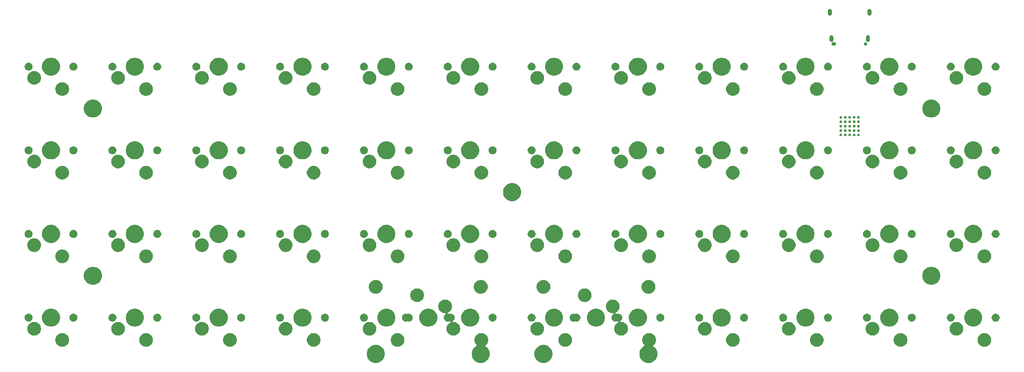
<source format=gbr>
G04 #@! TF.GenerationSoftware,KiCad,Pcbnew,(5.1.4)-1*
G04 #@! TF.CreationDate,2022-02-23T22:30:13-05:00*
G04 #@! TF.ProjectId,ortho-40percent,6f727468-6f2d-4343-9070-657263656e74,rev?*
G04 #@! TF.SameCoordinates,Original*
G04 #@! TF.FileFunction,Soldermask,Bot*
G04 #@! TF.FilePolarity,Negative*
%FSLAX46Y46*%
G04 Gerber Fmt 4.6, Leading zero omitted, Abs format (unit mm)*
G04 Created by KiCad (PCBNEW (5.1.4)-1) date 2022-02-23 22:30:13*
%MOMM*%
%LPD*%
G04 APERTURE LIST*
%ADD10C,0.100000*%
G04 APERTURE END LIST*
D10*
G36*
X185802585Y-233478802D02*
G01*
X185952410Y-233508604D01*
X186234674Y-233625521D01*
X186488705Y-233795259D01*
X186704741Y-234011295D01*
X186874479Y-234265326D01*
X186991396Y-234547590D01*
X187051000Y-234847240D01*
X187051000Y-235152760D01*
X186991396Y-235452410D01*
X186874479Y-235734674D01*
X186704741Y-235988705D01*
X186488705Y-236204741D01*
X186462620Y-236222170D01*
X186443681Y-236237714D01*
X186428136Y-236256656D01*
X186416585Y-236278267D01*
X186409472Y-236301716D01*
X186407071Y-236326102D01*
X186409473Y-236350488D01*
X186416587Y-236373937D01*
X186428138Y-236395547D01*
X186443684Y-236414489D01*
X186462624Y-236430033D01*
X186667436Y-236566884D01*
X186953116Y-236852564D01*
X187177574Y-237188489D01*
X187332182Y-237561746D01*
X187411000Y-237957993D01*
X187411000Y-238362007D01*
X187332182Y-238758254D01*
X187177574Y-239131511D01*
X187177573Y-239131513D01*
X186953116Y-239467436D01*
X186667436Y-239753116D01*
X186331513Y-239977573D01*
X186331512Y-239977574D01*
X186331511Y-239977574D01*
X185958254Y-240132182D01*
X185562007Y-240211000D01*
X185157993Y-240211000D01*
X184761746Y-240132182D01*
X184388489Y-239977574D01*
X184388488Y-239977574D01*
X184388487Y-239977573D01*
X184052564Y-239753116D01*
X183766884Y-239467436D01*
X183542427Y-239131513D01*
X183542426Y-239131511D01*
X183387818Y-238758254D01*
X183309000Y-238362007D01*
X183309000Y-237957993D01*
X183387818Y-237561746D01*
X183542426Y-237188489D01*
X183766884Y-236852564D01*
X184052564Y-236566884D01*
X184388487Y-236342427D01*
X184388489Y-236342426D01*
X184399851Y-236337720D01*
X184421460Y-236326170D01*
X184440402Y-236310625D01*
X184455948Y-236291683D01*
X184467499Y-236270073D01*
X184474613Y-236246624D01*
X184477015Y-236222238D01*
X184474614Y-236197852D01*
X184467501Y-236174403D01*
X184455950Y-236152792D01*
X184440413Y-236133859D01*
X184295259Y-235988705D01*
X184125521Y-235734674D01*
X184008604Y-235452410D01*
X183949000Y-235152760D01*
X183949000Y-234847240D01*
X184008604Y-234547590D01*
X184125521Y-234265326D01*
X184295259Y-234011295D01*
X184511295Y-233795259D01*
X184765326Y-233625521D01*
X185047590Y-233508604D01*
X185197415Y-233478802D01*
X185347239Y-233449000D01*
X185652761Y-233449000D01*
X185802585Y-233478802D01*
X185802585Y-233478802D01*
G37*
G36*
X147802585Y-233478802D02*
G01*
X147952410Y-233508604D01*
X148234674Y-233625521D01*
X148488705Y-233795259D01*
X148704741Y-234011295D01*
X148874479Y-234265326D01*
X148991396Y-234547590D01*
X149051000Y-234847240D01*
X149051000Y-235152760D01*
X148991396Y-235452410D01*
X148874479Y-235734674D01*
X148704741Y-235988705D01*
X148488705Y-236204741D01*
X148462620Y-236222170D01*
X148443681Y-236237714D01*
X148428136Y-236256656D01*
X148416585Y-236278267D01*
X148409472Y-236301716D01*
X148407071Y-236326102D01*
X148409473Y-236350488D01*
X148416587Y-236373937D01*
X148428138Y-236395547D01*
X148443684Y-236414489D01*
X148462624Y-236430033D01*
X148667436Y-236566884D01*
X148953116Y-236852564D01*
X149177574Y-237188489D01*
X149332182Y-237561746D01*
X149411000Y-237957993D01*
X149411000Y-238362007D01*
X149332182Y-238758254D01*
X149177574Y-239131511D01*
X149177573Y-239131513D01*
X148953116Y-239467436D01*
X148667436Y-239753116D01*
X148331513Y-239977573D01*
X148331512Y-239977574D01*
X148331511Y-239977574D01*
X147958254Y-240132182D01*
X147562007Y-240211000D01*
X147157993Y-240211000D01*
X146761746Y-240132182D01*
X146388489Y-239977574D01*
X146388488Y-239977574D01*
X146388487Y-239977573D01*
X146052564Y-239753116D01*
X145766884Y-239467436D01*
X145542427Y-239131513D01*
X145542426Y-239131511D01*
X145387818Y-238758254D01*
X145309000Y-238362007D01*
X145309000Y-237957993D01*
X145387818Y-237561746D01*
X145542426Y-237188489D01*
X145766884Y-236852564D01*
X146052564Y-236566884D01*
X146388487Y-236342427D01*
X146388489Y-236342426D01*
X146399851Y-236337720D01*
X146421460Y-236326170D01*
X146440402Y-236310625D01*
X146455948Y-236291683D01*
X146467499Y-236270073D01*
X146474613Y-236246624D01*
X146477015Y-236222238D01*
X146474614Y-236197852D01*
X146467501Y-236174403D01*
X146455950Y-236152792D01*
X146440413Y-236133859D01*
X146295259Y-235988705D01*
X146125521Y-235734674D01*
X146008604Y-235452410D01*
X145949000Y-235152760D01*
X145949000Y-234847240D01*
X146008604Y-234547590D01*
X146125521Y-234265326D01*
X146295259Y-234011295D01*
X146511295Y-233795259D01*
X146765326Y-233625521D01*
X147047590Y-233508604D01*
X147197415Y-233478802D01*
X147347239Y-233449000D01*
X147652761Y-233449000D01*
X147802585Y-233478802D01*
X147802585Y-233478802D01*
G37*
G36*
X124158254Y-236187818D02*
G01*
X124520152Y-236337721D01*
X124531513Y-236342427D01*
X124639361Y-236414489D01*
X124867436Y-236566884D01*
X125153116Y-236852564D01*
X125377574Y-237188489D01*
X125532182Y-237561746D01*
X125611000Y-237957993D01*
X125611000Y-238362007D01*
X125532182Y-238758254D01*
X125377574Y-239131511D01*
X125377573Y-239131513D01*
X125153116Y-239467436D01*
X124867436Y-239753116D01*
X124531513Y-239977573D01*
X124531512Y-239977574D01*
X124531511Y-239977574D01*
X124158254Y-240132182D01*
X123762007Y-240211000D01*
X123357993Y-240211000D01*
X122961746Y-240132182D01*
X122588489Y-239977574D01*
X122588488Y-239977574D01*
X122588487Y-239977573D01*
X122252564Y-239753116D01*
X121966884Y-239467436D01*
X121742427Y-239131513D01*
X121742426Y-239131511D01*
X121587818Y-238758254D01*
X121509000Y-238362007D01*
X121509000Y-237957993D01*
X121587818Y-237561746D01*
X121742426Y-237188489D01*
X121966884Y-236852564D01*
X122252564Y-236566884D01*
X122480639Y-236414489D01*
X122588487Y-236342427D01*
X122599848Y-236337721D01*
X122961746Y-236187818D01*
X123357993Y-236109000D01*
X123762007Y-236109000D01*
X124158254Y-236187818D01*
X124158254Y-236187818D01*
G37*
G36*
X162158254Y-236187818D02*
G01*
X162520152Y-236337721D01*
X162531513Y-236342427D01*
X162639361Y-236414489D01*
X162867436Y-236566884D01*
X163153116Y-236852564D01*
X163377574Y-237188489D01*
X163532182Y-237561746D01*
X163611000Y-237957993D01*
X163611000Y-238362007D01*
X163532182Y-238758254D01*
X163377574Y-239131511D01*
X163377573Y-239131513D01*
X163153116Y-239467436D01*
X162867436Y-239753116D01*
X162531513Y-239977573D01*
X162531512Y-239977574D01*
X162531511Y-239977574D01*
X162158254Y-240132182D01*
X161762007Y-240211000D01*
X161357993Y-240211000D01*
X160961746Y-240132182D01*
X160588489Y-239977574D01*
X160588488Y-239977574D01*
X160588487Y-239977573D01*
X160252564Y-239753116D01*
X159966884Y-239467436D01*
X159742427Y-239131513D01*
X159742426Y-239131511D01*
X159587818Y-238758254D01*
X159509000Y-238362007D01*
X159509000Y-237957993D01*
X159587818Y-237561746D01*
X159742426Y-237188489D01*
X159966884Y-236852564D01*
X160252564Y-236566884D01*
X160480639Y-236414489D01*
X160588487Y-236342427D01*
X160599848Y-236337721D01*
X160961746Y-236187818D01*
X161357993Y-236109000D01*
X161762007Y-236109000D01*
X162158254Y-236187818D01*
X162158254Y-236187818D01*
G37*
G36*
X128802585Y-233478802D02*
G01*
X128952410Y-233508604D01*
X129234674Y-233625521D01*
X129488705Y-233795259D01*
X129704741Y-234011295D01*
X129874479Y-234265326D01*
X129991396Y-234547590D01*
X130051000Y-234847240D01*
X130051000Y-235152760D01*
X129991396Y-235452410D01*
X129874479Y-235734674D01*
X129704741Y-235988705D01*
X129488705Y-236204741D01*
X129234674Y-236374479D01*
X128952410Y-236491396D01*
X128802585Y-236521198D01*
X128652761Y-236551000D01*
X128347239Y-236551000D01*
X128197415Y-236521198D01*
X128047590Y-236491396D01*
X127765326Y-236374479D01*
X127511295Y-236204741D01*
X127295259Y-235988705D01*
X127125521Y-235734674D01*
X127008604Y-235452410D01*
X126949000Y-235152760D01*
X126949000Y-234847240D01*
X127008604Y-234547590D01*
X127125521Y-234265326D01*
X127295259Y-234011295D01*
X127511295Y-233795259D01*
X127765326Y-233625521D01*
X128047590Y-233508604D01*
X128197415Y-233478802D01*
X128347239Y-233449000D01*
X128652761Y-233449000D01*
X128802585Y-233478802D01*
X128802585Y-233478802D01*
G37*
G36*
X109802585Y-233478802D02*
G01*
X109952410Y-233508604D01*
X110234674Y-233625521D01*
X110488705Y-233795259D01*
X110704741Y-234011295D01*
X110874479Y-234265326D01*
X110991396Y-234547590D01*
X111051000Y-234847240D01*
X111051000Y-235152760D01*
X110991396Y-235452410D01*
X110874479Y-235734674D01*
X110704741Y-235988705D01*
X110488705Y-236204741D01*
X110234674Y-236374479D01*
X109952410Y-236491396D01*
X109802585Y-236521198D01*
X109652761Y-236551000D01*
X109347239Y-236551000D01*
X109197415Y-236521198D01*
X109047590Y-236491396D01*
X108765326Y-236374479D01*
X108511295Y-236204741D01*
X108295259Y-235988705D01*
X108125521Y-235734674D01*
X108008604Y-235452410D01*
X107949000Y-235152760D01*
X107949000Y-234847240D01*
X108008604Y-234547590D01*
X108125521Y-234265326D01*
X108295259Y-234011295D01*
X108511295Y-233795259D01*
X108765326Y-233625521D01*
X109047590Y-233508604D01*
X109197415Y-233478802D01*
X109347239Y-233449000D01*
X109652761Y-233449000D01*
X109802585Y-233478802D01*
X109802585Y-233478802D01*
G37*
G36*
X52802585Y-233478802D02*
G01*
X52952410Y-233508604D01*
X53234674Y-233625521D01*
X53488705Y-233795259D01*
X53704741Y-234011295D01*
X53874479Y-234265326D01*
X53991396Y-234547590D01*
X54051000Y-234847240D01*
X54051000Y-235152760D01*
X53991396Y-235452410D01*
X53874479Y-235734674D01*
X53704741Y-235988705D01*
X53488705Y-236204741D01*
X53234674Y-236374479D01*
X52952410Y-236491396D01*
X52802585Y-236521198D01*
X52652761Y-236551000D01*
X52347239Y-236551000D01*
X52197415Y-236521198D01*
X52047590Y-236491396D01*
X51765326Y-236374479D01*
X51511295Y-236204741D01*
X51295259Y-235988705D01*
X51125521Y-235734674D01*
X51008604Y-235452410D01*
X50949000Y-235152760D01*
X50949000Y-234847240D01*
X51008604Y-234547590D01*
X51125521Y-234265326D01*
X51295259Y-234011295D01*
X51511295Y-233795259D01*
X51765326Y-233625521D01*
X52047590Y-233508604D01*
X52197415Y-233478802D01*
X52347239Y-233449000D01*
X52652761Y-233449000D01*
X52802585Y-233478802D01*
X52802585Y-233478802D01*
G37*
G36*
X71802585Y-233478802D02*
G01*
X71952410Y-233508604D01*
X72234674Y-233625521D01*
X72488705Y-233795259D01*
X72704741Y-234011295D01*
X72874479Y-234265326D01*
X72991396Y-234547590D01*
X73051000Y-234847240D01*
X73051000Y-235152760D01*
X72991396Y-235452410D01*
X72874479Y-235734674D01*
X72704741Y-235988705D01*
X72488705Y-236204741D01*
X72234674Y-236374479D01*
X71952410Y-236491396D01*
X71802585Y-236521198D01*
X71652761Y-236551000D01*
X71347239Y-236551000D01*
X71197415Y-236521198D01*
X71047590Y-236491396D01*
X70765326Y-236374479D01*
X70511295Y-236204741D01*
X70295259Y-235988705D01*
X70125521Y-235734674D01*
X70008604Y-235452410D01*
X69949000Y-235152760D01*
X69949000Y-234847240D01*
X70008604Y-234547590D01*
X70125521Y-234265326D01*
X70295259Y-234011295D01*
X70511295Y-233795259D01*
X70765326Y-233625521D01*
X71047590Y-233508604D01*
X71197415Y-233478802D01*
X71347239Y-233449000D01*
X71652761Y-233449000D01*
X71802585Y-233478802D01*
X71802585Y-233478802D01*
G37*
G36*
X90802585Y-233478802D02*
G01*
X90952410Y-233508604D01*
X91234674Y-233625521D01*
X91488705Y-233795259D01*
X91704741Y-234011295D01*
X91874479Y-234265326D01*
X91991396Y-234547590D01*
X92051000Y-234847240D01*
X92051000Y-235152760D01*
X91991396Y-235452410D01*
X91874479Y-235734674D01*
X91704741Y-235988705D01*
X91488705Y-236204741D01*
X91234674Y-236374479D01*
X90952410Y-236491396D01*
X90802585Y-236521198D01*
X90652761Y-236551000D01*
X90347239Y-236551000D01*
X90197415Y-236521198D01*
X90047590Y-236491396D01*
X89765326Y-236374479D01*
X89511295Y-236204741D01*
X89295259Y-235988705D01*
X89125521Y-235734674D01*
X89008604Y-235452410D01*
X88949000Y-235152760D01*
X88949000Y-234847240D01*
X89008604Y-234547590D01*
X89125521Y-234265326D01*
X89295259Y-234011295D01*
X89511295Y-233795259D01*
X89765326Y-233625521D01*
X90047590Y-233508604D01*
X90197415Y-233478802D01*
X90347239Y-233449000D01*
X90652761Y-233449000D01*
X90802585Y-233478802D01*
X90802585Y-233478802D01*
G37*
G36*
X261802585Y-233478802D02*
G01*
X261952410Y-233508604D01*
X262234674Y-233625521D01*
X262488705Y-233795259D01*
X262704741Y-234011295D01*
X262874479Y-234265326D01*
X262991396Y-234547590D01*
X263051000Y-234847240D01*
X263051000Y-235152760D01*
X262991396Y-235452410D01*
X262874479Y-235734674D01*
X262704741Y-235988705D01*
X262488705Y-236204741D01*
X262234674Y-236374479D01*
X261952410Y-236491396D01*
X261802585Y-236521198D01*
X261652761Y-236551000D01*
X261347239Y-236551000D01*
X261197415Y-236521198D01*
X261047590Y-236491396D01*
X260765326Y-236374479D01*
X260511295Y-236204741D01*
X260295259Y-235988705D01*
X260125521Y-235734674D01*
X260008604Y-235452410D01*
X259949000Y-235152760D01*
X259949000Y-234847240D01*
X260008604Y-234547590D01*
X260125521Y-234265326D01*
X260295259Y-234011295D01*
X260511295Y-233795259D01*
X260765326Y-233625521D01*
X261047590Y-233508604D01*
X261197415Y-233478802D01*
X261347239Y-233449000D01*
X261652761Y-233449000D01*
X261802585Y-233478802D01*
X261802585Y-233478802D01*
G37*
G36*
X242802585Y-233478802D02*
G01*
X242952410Y-233508604D01*
X243234674Y-233625521D01*
X243488705Y-233795259D01*
X243704741Y-234011295D01*
X243874479Y-234265326D01*
X243991396Y-234547590D01*
X244051000Y-234847240D01*
X244051000Y-235152760D01*
X243991396Y-235452410D01*
X243874479Y-235734674D01*
X243704741Y-235988705D01*
X243488705Y-236204741D01*
X243234674Y-236374479D01*
X242952410Y-236491396D01*
X242802585Y-236521198D01*
X242652761Y-236551000D01*
X242347239Y-236551000D01*
X242197415Y-236521198D01*
X242047590Y-236491396D01*
X241765326Y-236374479D01*
X241511295Y-236204741D01*
X241295259Y-235988705D01*
X241125521Y-235734674D01*
X241008604Y-235452410D01*
X240949000Y-235152760D01*
X240949000Y-234847240D01*
X241008604Y-234547590D01*
X241125521Y-234265326D01*
X241295259Y-234011295D01*
X241511295Y-233795259D01*
X241765326Y-233625521D01*
X242047590Y-233508604D01*
X242197415Y-233478802D01*
X242347239Y-233449000D01*
X242652761Y-233449000D01*
X242802585Y-233478802D01*
X242802585Y-233478802D01*
G37*
G36*
X223802585Y-233478802D02*
G01*
X223952410Y-233508604D01*
X224234674Y-233625521D01*
X224488705Y-233795259D01*
X224704741Y-234011295D01*
X224874479Y-234265326D01*
X224991396Y-234547590D01*
X225051000Y-234847240D01*
X225051000Y-235152760D01*
X224991396Y-235452410D01*
X224874479Y-235734674D01*
X224704741Y-235988705D01*
X224488705Y-236204741D01*
X224234674Y-236374479D01*
X223952410Y-236491396D01*
X223802585Y-236521198D01*
X223652761Y-236551000D01*
X223347239Y-236551000D01*
X223197415Y-236521198D01*
X223047590Y-236491396D01*
X222765326Y-236374479D01*
X222511295Y-236204741D01*
X222295259Y-235988705D01*
X222125521Y-235734674D01*
X222008604Y-235452410D01*
X221949000Y-235152760D01*
X221949000Y-234847240D01*
X222008604Y-234547590D01*
X222125521Y-234265326D01*
X222295259Y-234011295D01*
X222511295Y-233795259D01*
X222765326Y-233625521D01*
X223047590Y-233508604D01*
X223197415Y-233478802D01*
X223347239Y-233449000D01*
X223652761Y-233449000D01*
X223802585Y-233478802D01*
X223802585Y-233478802D01*
G37*
G36*
X204802585Y-233478802D02*
G01*
X204952410Y-233508604D01*
X205234674Y-233625521D01*
X205488705Y-233795259D01*
X205704741Y-234011295D01*
X205874479Y-234265326D01*
X205991396Y-234547590D01*
X206051000Y-234847240D01*
X206051000Y-235152760D01*
X205991396Y-235452410D01*
X205874479Y-235734674D01*
X205704741Y-235988705D01*
X205488705Y-236204741D01*
X205234674Y-236374479D01*
X204952410Y-236491396D01*
X204802585Y-236521198D01*
X204652761Y-236551000D01*
X204347239Y-236551000D01*
X204197415Y-236521198D01*
X204047590Y-236491396D01*
X203765326Y-236374479D01*
X203511295Y-236204741D01*
X203295259Y-235988705D01*
X203125521Y-235734674D01*
X203008604Y-235452410D01*
X202949000Y-235152760D01*
X202949000Y-234847240D01*
X203008604Y-234547590D01*
X203125521Y-234265326D01*
X203295259Y-234011295D01*
X203511295Y-233795259D01*
X203765326Y-233625521D01*
X204047590Y-233508604D01*
X204197415Y-233478802D01*
X204347239Y-233449000D01*
X204652761Y-233449000D01*
X204802585Y-233478802D01*
X204802585Y-233478802D01*
G37*
G36*
X166802585Y-233478802D02*
G01*
X166952410Y-233508604D01*
X167234674Y-233625521D01*
X167488705Y-233795259D01*
X167704741Y-234011295D01*
X167874479Y-234265326D01*
X167991396Y-234547590D01*
X168051000Y-234847240D01*
X168051000Y-235152760D01*
X167991396Y-235452410D01*
X167874479Y-235734674D01*
X167704741Y-235988705D01*
X167488705Y-236204741D01*
X167234674Y-236374479D01*
X166952410Y-236491396D01*
X166802585Y-236521198D01*
X166652761Y-236551000D01*
X166347239Y-236551000D01*
X166197415Y-236521198D01*
X166047590Y-236491396D01*
X165765326Y-236374479D01*
X165511295Y-236204741D01*
X165295259Y-235988705D01*
X165125521Y-235734674D01*
X165008604Y-235452410D01*
X164949000Y-235152760D01*
X164949000Y-234847240D01*
X165008604Y-234547590D01*
X165125521Y-234265326D01*
X165295259Y-234011295D01*
X165511295Y-233795259D01*
X165765326Y-233625521D01*
X166047590Y-233508604D01*
X166197415Y-233478802D01*
X166347239Y-233449000D01*
X166652761Y-233449000D01*
X166802585Y-233478802D01*
X166802585Y-233478802D01*
G37*
G36*
X236357096Y-230919808D02*
G01*
X236602410Y-230968604D01*
X236884674Y-231085521D01*
X237138705Y-231255259D01*
X237354741Y-231471295D01*
X237524479Y-231725326D01*
X237641396Y-232007590D01*
X237701000Y-232307240D01*
X237701000Y-232612760D01*
X237641396Y-232912410D01*
X237524479Y-233194674D01*
X237354741Y-233448705D01*
X237138705Y-233664741D01*
X236884674Y-233834479D01*
X236602410Y-233951396D01*
X236452585Y-233981198D01*
X236302761Y-234011000D01*
X235997239Y-234011000D01*
X235847415Y-233981198D01*
X235697590Y-233951396D01*
X235415326Y-233834479D01*
X235161295Y-233664741D01*
X234945259Y-233448705D01*
X234775521Y-233194674D01*
X234658604Y-232912410D01*
X234599000Y-232612760D01*
X234599000Y-232307240D01*
X234658604Y-232007590D01*
X234775521Y-231725326D01*
X234945259Y-231471295D01*
X235161295Y-231255259D01*
X235415326Y-231085521D01*
X235697590Y-230968604D01*
X235942904Y-230919808D01*
X235997239Y-230909000D01*
X236302761Y-230909000D01*
X236357096Y-230919808D01*
X236357096Y-230919808D01*
G37*
G36*
X122357096Y-230919808D02*
G01*
X122602410Y-230968604D01*
X122884674Y-231085521D01*
X123138705Y-231255259D01*
X123354741Y-231471295D01*
X123524479Y-231725326D01*
X123641396Y-232007590D01*
X123701000Y-232307240D01*
X123701000Y-232612760D01*
X123641396Y-232912410D01*
X123524479Y-233194674D01*
X123354741Y-233448705D01*
X123138705Y-233664741D01*
X122884674Y-233834479D01*
X122602410Y-233951396D01*
X122452585Y-233981198D01*
X122302761Y-234011000D01*
X121997239Y-234011000D01*
X121847415Y-233981198D01*
X121697590Y-233951396D01*
X121415326Y-233834479D01*
X121161295Y-233664741D01*
X120945259Y-233448705D01*
X120775521Y-233194674D01*
X120658604Y-232912410D01*
X120599000Y-232612760D01*
X120599000Y-232307240D01*
X120658604Y-232007590D01*
X120775521Y-231725326D01*
X120945259Y-231471295D01*
X121161295Y-231255259D01*
X121415326Y-231085521D01*
X121697590Y-230968604D01*
X121942904Y-230919808D01*
X121997239Y-230909000D01*
X122302761Y-230909000D01*
X122357096Y-230919808D01*
X122357096Y-230919808D01*
G37*
G36*
X139572585Y-225858802D02*
G01*
X139722410Y-225888604D01*
X140004674Y-226005521D01*
X140258705Y-226175259D01*
X140474741Y-226391295D01*
X140644479Y-226645326D01*
X140761396Y-226927590D01*
X140821000Y-227227240D01*
X140821000Y-227532760D01*
X140761396Y-227832410D01*
X140644479Y-228114674D01*
X140474741Y-228368705D01*
X140258705Y-228584741D01*
X140004674Y-228754479D01*
X139942279Y-228780324D01*
X139920674Y-228791872D01*
X139901732Y-228807418D01*
X139886187Y-228826360D01*
X139874636Y-228847970D01*
X139867523Y-228871419D01*
X139865121Y-228895806D01*
X139867523Y-228920192D01*
X139874636Y-228943641D01*
X139886187Y-228965251D01*
X139901733Y-228984193D01*
X139920675Y-228999738D01*
X139942285Y-229011289D01*
X139965734Y-229018402D01*
X139968740Y-229019000D01*
X139968741Y-229019000D01*
X140142812Y-229053624D01*
X140162176Y-229061645D01*
X140185612Y-229068755D01*
X140209998Y-229071157D01*
X140234385Y-229068755D01*
X140257824Y-229061645D01*
X140277188Y-229053624D01*
X140426488Y-229023927D01*
X140451258Y-229019000D01*
X140628742Y-229019000D01*
X140653512Y-229023927D01*
X140802812Y-229053624D01*
X140966784Y-229121544D01*
X141114354Y-229220147D01*
X141239853Y-229345646D01*
X141338456Y-229493216D01*
X141406376Y-229657188D01*
X141441000Y-229831259D01*
X141441000Y-230008741D01*
X141406376Y-230182812D01*
X141338456Y-230346784D01*
X141239853Y-230494354D01*
X141114354Y-230619853D01*
X141024226Y-230680074D01*
X141005292Y-230695614D01*
X140989747Y-230714555D01*
X140978196Y-230736166D01*
X140971083Y-230759615D01*
X140968681Y-230784001D01*
X140971083Y-230808387D01*
X140978196Y-230831836D01*
X140989747Y-230853447D01*
X141005293Y-230872389D01*
X141024234Y-230887934D01*
X141045845Y-230899485D01*
X141069294Y-230906598D01*
X141093680Y-230909000D01*
X141302761Y-230909000D01*
X141357096Y-230919808D01*
X141602410Y-230968604D01*
X141884674Y-231085521D01*
X142138705Y-231255259D01*
X142354741Y-231471295D01*
X142524479Y-231725326D01*
X142641396Y-232007590D01*
X142701000Y-232307240D01*
X142701000Y-232612760D01*
X142641396Y-232912410D01*
X142524479Y-233194674D01*
X142354741Y-233448705D01*
X142138705Y-233664741D01*
X141884674Y-233834479D01*
X141602410Y-233951396D01*
X141452585Y-233981198D01*
X141302761Y-234011000D01*
X140997239Y-234011000D01*
X140847415Y-233981198D01*
X140697590Y-233951396D01*
X140415326Y-233834479D01*
X140161295Y-233664741D01*
X139945259Y-233448705D01*
X139775521Y-233194674D01*
X139658604Y-232912410D01*
X139599000Y-232612760D01*
X139599000Y-232307240D01*
X139658604Y-232007590D01*
X139775521Y-231725326D01*
X139945259Y-231471295D01*
X140161295Y-231255259D01*
X140415326Y-231085521D01*
X140477721Y-231059676D01*
X140499326Y-231048128D01*
X140518268Y-231032582D01*
X140533813Y-231013640D01*
X140545364Y-230992030D01*
X140552477Y-230968581D01*
X140554879Y-230944194D01*
X140552477Y-230919808D01*
X140545364Y-230896359D01*
X140533813Y-230874749D01*
X140518267Y-230855807D01*
X140499325Y-230840262D01*
X140477715Y-230828711D01*
X140454266Y-230821598D01*
X140451260Y-230821000D01*
X140451259Y-230821000D01*
X140277188Y-230786376D01*
X140257824Y-230778355D01*
X140234388Y-230771245D01*
X140210002Y-230768843D01*
X140185615Y-230771245D01*
X140162176Y-230778355D01*
X140142812Y-230786376D01*
X139993512Y-230816073D01*
X139968742Y-230821000D01*
X139791258Y-230821000D01*
X139766488Y-230816073D01*
X139617188Y-230786376D01*
X139453216Y-230718456D01*
X139305646Y-230619853D01*
X139180147Y-230494354D01*
X139081544Y-230346784D01*
X139013624Y-230182812D01*
X138979000Y-230008741D01*
X138979000Y-229831259D01*
X139013624Y-229657188D01*
X139081544Y-229493216D01*
X139180147Y-229345646D01*
X139305646Y-229220147D01*
X139395774Y-229159926D01*
X139414708Y-229144386D01*
X139430253Y-229125445D01*
X139441804Y-229103834D01*
X139448917Y-229080385D01*
X139451319Y-229055999D01*
X139448917Y-229031613D01*
X139441804Y-229008164D01*
X139430253Y-228986553D01*
X139414707Y-228967611D01*
X139395766Y-228952066D01*
X139374155Y-228940515D01*
X139350706Y-228933402D01*
X139326320Y-228931000D01*
X139117239Y-228931000D01*
X138940308Y-228895806D01*
X138817590Y-228871396D01*
X138535326Y-228754479D01*
X138281295Y-228584741D01*
X138065259Y-228368705D01*
X137895521Y-228114674D01*
X137778604Y-227832410D01*
X137719000Y-227532760D01*
X137719000Y-227227240D01*
X137778604Y-226927590D01*
X137895521Y-226645326D01*
X138065259Y-226391295D01*
X138281295Y-226175259D01*
X138535326Y-226005521D01*
X138817590Y-225888604D01*
X138967415Y-225858802D01*
X139117239Y-225829000D01*
X139422761Y-225829000D01*
X139572585Y-225858802D01*
X139572585Y-225858802D01*
G37*
G36*
X103357096Y-230919808D02*
G01*
X103602410Y-230968604D01*
X103884674Y-231085521D01*
X104138705Y-231255259D01*
X104354741Y-231471295D01*
X104524479Y-231725326D01*
X104641396Y-232007590D01*
X104701000Y-232307240D01*
X104701000Y-232612760D01*
X104641396Y-232912410D01*
X104524479Y-233194674D01*
X104354741Y-233448705D01*
X104138705Y-233664741D01*
X103884674Y-233834479D01*
X103602410Y-233951396D01*
X103452585Y-233981198D01*
X103302761Y-234011000D01*
X102997239Y-234011000D01*
X102847415Y-233981198D01*
X102697590Y-233951396D01*
X102415326Y-233834479D01*
X102161295Y-233664741D01*
X101945259Y-233448705D01*
X101775521Y-233194674D01*
X101658604Y-232912410D01*
X101599000Y-232612760D01*
X101599000Y-232307240D01*
X101658604Y-232007590D01*
X101775521Y-231725326D01*
X101945259Y-231471295D01*
X102161295Y-231255259D01*
X102415326Y-231085521D01*
X102697590Y-230968604D01*
X102942904Y-230919808D01*
X102997239Y-230909000D01*
X103302761Y-230909000D01*
X103357096Y-230919808D01*
X103357096Y-230919808D01*
G37*
G36*
X160357096Y-230919808D02*
G01*
X160602410Y-230968604D01*
X160884674Y-231085521D01*
X161138705Y-231255259D01*
X161354741Y-231471295D01*
X161524479Y-231725326D01*
X161641396Y-232007590D01*
X161701000Y-232307240D01*
X161701000Y-232612760D01*
X161641396Y-232912410D01*
X161524479Y-233194674D01*
X161354741Y-233448705D01*
X161138705Y-233664741D01*
X160884674Y-233834479D01*
X160602410Y-233951396D01*
X160452585Y-233981198D01*
X160302761Y-234011000D01*
X159997239Y-234011000D01*
X159847415Y-233981198D01*
X159697590Y-233951396D01*
X159415326Y-233834479D01*
X159161295Y-233664741D01*
X158945259Y-233448705D01*
X158775521Y-233194674D01*
X158658604Y-232912410D01*
X158599000Y-232612760D01*
X158599000Y-232307240D01*
X158658604Y-232007590D01*
X158775521Y-231725326D01*
X158945259Y-231471295D01*
X159161295Y-231255259D01*
X159415326Y-231085521D01*
X159697590Y-230968604D01*
X159942904Y-230919808D01*
X159997239Y-230909000D01*
X160302761Y-230909000D01*
X160357096Y-230919808D01*
X160357096Y-230919808D01*
G37*
G36*
X46357096Y-230919808D02*
G01*
X46602410Y-230968604D01*
X46884674Y-231085521D01*
X47138705Y-231255259D01*
X47354741Y-231471295D01*
X47524479Y-231725326D01*
X47641396Y-232007590D01*
X47701000Y-232307240D01*
X47701000Y-232612760D01*
X47641396Y-232912410D01*
X47524479Y-233194674D01*
X47354741Y-233448705D01*
X47138705Y-233664741D01*
X46884674Y-233834479D01*
X46602410Y-233951396D01*
X46452585Y-233981198D01*
X46302761Y-234011000D01*
X45997239Y-234011000D01*
X45847415Y-233981198D01*
X45697590Y-233951396D01*
X45415326Y-233834479D01*
X45161295Y-233664741D01*
X44945259Y-233448705D01*
X44775521Y-233194674D01*
X44658604Y-232912410D01*
X44599000Y-232612760D01*
X44599000Y-232307240D01*
X44658604Y-232007590D01*
X44775521Y-231725326D01*
X44945259Y-231471295D01*
X45161295Y-231255259D01*
X45415326Y-231085521D01*
X45697590Y-230968604D01*
X45942904Y-230919808D01*
X45997239Y-230909000D01*
X46302761Y-230909000D01*
X46357096Y-230919808D01*
X46357096Y-230919808D01*
G37*
G36*
X198357096Y-230919808D02*
G01*
X198602410Y-230968604D01*
X198884674Y-231085521D01*
X199138705Y-231255259D01*
X199354741Y-231471295D01*
X199524479Y-231725326D01*
X199641396Y-232007590D01*
X199701000Y-232307240D01*
X199701000Y-232612760D01*
X199641396Y-232912410D01*
X199524479Y-233194674D01*
X199354741Y-233448705D01*
X199138705Y-233664741D01*
X198884674Y-233834479D01*
X198602410Y-233951396D01*
X198452585Y-233981198D01*
X198302761Y-234011000D01*
X197997239Y-234011000D01*
X197847415Y-233981198D01*
X197697590Y-233951396D01*
X197415326Y-233834479D01*
X197161295Y-233664741D01*
X196945259Y-233448705D01*
X196775521Y-233194674D01*
X196658604Y-232912410D01*
X196599000Y-232612760D01*
X196599000Y-232307240D01*
X196658604Y-232007590D01*
X196775521Y-231725326D01*
X196945259Y-231471295D01*
X197161295Y-231255259D01*
X197415326Y-231085521D01*
X197697590Y-230968604D01*
X197942904Y-230919808D01*
X197997239Y-230909000D01*
X198302761Y-230909000D01*
X198357096Y-230919808D01*
X198357096Y-230919808D01*
G37*
G36*
X217357096Y-230919808D02*
G01*
X217602410Y-230968604D01*
X217884674Y-231085521D01*
X218138705Y-231255259D01*
X218354741Y-231471295D01*
X218524479Y-231725326D01*
X218641396Y-232007590D01*
X218701000Y-232307240D01*
X218701000Y-232612760D01*
X218641396Y-232912410D01*
X218524479Y-233194674D01*
X218354741Y-233448705D01*
X218138705Y-233664741D01*
X217884674Y-233834479D01*
X217602410Y-233951396D01*
X217452585Y-233981198D01*
X217302761Y-234011000D01*
X216997239Y-234011000D01*
X216847415Y-233981198D01*
X216697590Y-233951396D01*
X216415326Y-233834479D01*
X216161295Y-233664741D01*
X215945259Y-233448705D01*
X215775521Y-233194674D01*
X215658604Y-232912410D01*
X215599000Y-232612760D01*
X215599000Y-232307240D01*
X215658604Y-232007590D01*
X215775521Y-231725326D01*
X215945259Y-231471295D01*
X216161295Y-231255259D01*
X216415326Y-231085521D01*
X216697590Y-230968604D01*
X216942904Y-230919808D01*
X216997239Y-230909000D01*
X217302761Y-230909000D01*
X217357096Y-230919808D01*
X217357096Y-230919808D01*
G37*
G36*
X177572585Y-225858802D02*
G01*
X177722410Y-225888604D01*
X178004674Y-226005521D01*
X178258705Y-226175259D01*
X178474741Y-226391295D01*
X178644479Y-226645326D01*
X178761396Y-226927590D01*
X178821000Y-227227240D01*
X178821000Y-227532760D01*
X178761396Y-227832410D01*
X178644479Y-228114674D01*
X178474741Y-228368705D01*
X178258705Y-228584741D01*
X178004674Y-228754479D01*
X177942279Y-228780324D01*
X177920674Y-228791872D01*
X177901732Y-228807418D01*
X177886187Y-228826360D01*
X177874636Y-228847970D01*
X177867523Y-228871419D01*
X177865121Y-228895806D01*
X177867523Y-228920192D01*
X177874636Y-228943641D01*
X177886187Y-228965251D01*
X177901733Y-228984193D01*
X177920675Y-228999738D01*
X177942285Y-229011289D01*
X177965734Y-229018402D01*
X177968740Y-229019000D01*
X177968741Y-229019000D01*
X178142812Y-229053624D01*
X178162176Y-229061645D01*
X178185612Y-229068755D01*
X178209998Y-229071157D01*
X178234385Y-229068755D01*
X178257824Y-229061645D01*
X178277188Y-229053624D01*
X178426488Y-229023927D01*
X178451258Y-229019000D01*
X178628742Y-229019000D01*
X178653512Y-229023927D01*
X178802812Y-229053624D01*
X178966784Y-229121544D01*
X179114354Y-229220147D01*
X179239853Y-229345646D01*
X179338456Y-229493216D01*
X179406376Y-229657188D01*
X179441000Y-229831259D01*
X179441000Y-230008741D01*
X179406376Y-230182812D01*
X179338456Y-230346784D01*
X179239853Y-230494354D01*
X179114354Y-230619853D01*
X179024226Y-230680074D01*
X179005292Y-230695614D01*
X178989747Y-230714555D01*
X178978196Y-230736166D01*
X178971083Y-230759615D01*
X178968681Y-230784001D01*
X178971083Y-230808387D01*
X178978196Y-230831836D01*
X178989747Y-230853447D01*
X179005293Y-230872389D01*
X179024234Y-230887934D01*
X179045845Y-230899485D01*
X179069294Y-230906598D01*
X179093680Y-230909000D01*
X179302761Y-230909000D01*
X179357096Y-230919808D01*
X179602410Y-230968604D01*
X179884674Y-231085521D01*
X180138705Y-231255259D01*
X180354741Y-231471295D01*
X180524479Y-231725326D01*
X180641396Y-232007590D01*
X180701000Y-232307240D01*
X180701000Y-232612760D01*
X180641396Y-232912410D01*
X180524479Y-233194674D01*
X180354741Y-233448705D01*
X180138705Y-233664741D01*
X179884674Y-233834479D01*
X179602410Y-233951396D01*
X179452585Y-233981198D01*
X179302761Y-234011000D01*
X178997239Y-234011000D01*
X178847415Y-233981198D01*
X178697590Y-233951396D01*
X178415326Y-233834479D01*
X178161295Y-233664741D01*
X177945259Y-233448705D01*
X177775521Y-233194674D01*
X177658604Y-232912410D01*
X177599000Y-232612760D01*
X177599000Y-232307240D01*
X177658604Y-232007590D01*
X177775521Y-231725326D01*
X177945259Y-231471295D01*
X178161295Y-231255259D01*
X178415326Y-231085521D01*
X178477721Y-231059676D01*
X178499326Y-231048128D01*
X178518268Y-231032582D01*
X178533813Y-231013640D01*
X178545364Y-230992030D01*
X178552477Y-230968581D01*
X178554879Y-230944194D01*
X178552477Y-230919808D01*
X178545364Y-230896359D01*
X178533813Y-230874749D01*
X178518267Y-230855807D01*
X178499325Y-230840262D01*
X178477715Y-230828711D01*
X178454266Y-230821598D01*
X178451260Y-230821000D01*
X178451259Y-230821000D01*
X178277188Y-230786376D01*
X178257824Y-230778355D01*
X178234388Y-230771245D01*
X178210002Y-230768843D01*
X178185615Y-230771245D01*
X178162176Y-230778355D01*
X178142812Y-230786376D01*
X177993512Y-230816073D01*
X177968742Y-230821000D01*
X177791258Y-230821000D01*
X177766488Y-230816073D01*
X177617188Y-230786376D01*
X177453216Y-230718456D01*
X177305646Y-230619853D01*
X177180147Y-230494354D01*
X177081544Y-230346784D01*
X177013624Y-230182812D01*
X176979000Y-230008741D01*
X176979000Y-229831259D01*
X177013624Y-229657188D01*
X177081544Y-229493216D01*
X177180147Y-229345646D01*
X177305646Y-229220147D01*
X177395774Y-229159926D01*
X177414708Y-229144386D01*
X177430253Y-229125445D01*
X177441804Y-229103834D01*
X177448917Y-229080385D01*
X177451319Y-229055999D01*
X177448917Y-229031613D01*
X177441804Y-229008164D01*
X177430253Y-228986553D01*
X177414707Y-228967611D01*
X177395766Y-228952066D01*
X177374155Y-228940515D01*
X177350706Y-228933402D01*
X177326320Y-228931000D01*
X177117239Y-228931000D01*
X176940308Y-228895806D01*
X176817590Y-228871396D01*
X176535326Y-228754479D01*
X176281295Y-228584741D01*
X176065259Y-228368705D01*
X175895521Y-228114674D01*
X175778604Y-227832410D01*
X175719000Y-227532760D01*
X175719000Y-227227240D01*
X175778604Y-226927590D01*
X175895521Y-226645326D01*
X176065259Y-226391295D01*
X176281295Y-226175259D01*
X176535326Y-226005521D01*
X176817590Y-225888604D01*
X176967415Y-225858802D01*
X177117239Y-225829000D01*
X177422761Y-225829000D01*
X177572585Y-225858802D01*
X177572585Y-225858802D01*
G37*
G36*
X255357096Y-230919808D02*
G01*
X255602410Y-230968604D01*
X255884674Y-231085521D01*
X256138705Y-231255259D01*
X256354741Y-231471295D01*
X256524479Y-231725326D01*
X256641396Y-232007590D01*
X256701000Y-232307240D01*
X256701000Y-232612760D01*
X256641396Y-232912410D01*
X256524479Y-233194674D01*
X256354741Y-233448705D01*
X256138705Y-233664741D01*
X255884674Y-233834479D01*
X255602410Y-233951396D01*
X255452585Y-233981198D01*
X255302761Y-234011000D01*
X254997239Y-234011000D01*
X254847415Y-233981198D01*
X254697590Y-233951396D01*
X254415326Y-233834479D01*
X254161295Y-233664741D01*
X253945259Y-233448705D01*
X253775521Y-233194674D01*
X253658604Y-232912410D01*
X253599000Y-232612760D01*
X253599000Y-232307240D01*
X253658604Y-232007590D01*
X253775521Y-231725326D01*
X253945259Y-231471295D01*
X254161295Y-231255259D01*
X254415326Y-231085521D01*
X254697590Y-230968604D01*
X254942904Y-230919808D01*
X254997239Y-230909000D01*
X255302761Y-230909000D01*
X255357096Y-230919808D01*
X255357096Y-230919808D01*
G37*
G36*
X84357096Y-230919808D02*
G01*
X84602410Y-230968604D01*
X84884674Y-231085521D01*
X85138705Y-231255259D01*
X85354741Y-231471295D01*
X85524479Y-231725326D01*
X85641396Y-232007590D01*
X85701000Y-232307240D01*
X85701000Y-232612760D01*
X85641396Y-232912410D01*
X85524479Y-233194674D01*
X85354741Y-233448705D01*
X85138705Y-233664741D01*
X84884674Y-233834479D01*
X84602410Y-233951396D01*
X84452585Y-233981198D01*
X84302761Y-234011000D01*
X83997239Y-234011000D01*
X83847415Y-233981198D01*
X83697590Y-233951396D01*
X83415326Y-233834479D01*
X83161295Y-233664741D01*
X82945259Y-233448705D01*
X82775521Y-233194674D01*
X82658604Y-232912410D01*
X82599000Y-232612760D01*
X82599000Y-232307240D01*
X82658604Y-232007590D01*
X82775521Y-231725326D01*
X82945259Y-231471295D01*
X83161295Y-231255259D01*
X83415326Y-231085521D01*
X83697590Y-230968604D01*
X83942904Y-230919808D01*
X83997239Y-230909000D01*
X84302761Y-230909000D01*
X84357096Y-230919808D01*
X84357096Y-230919808D01*
G37*
G36*
X65357096Y-230919808D02*
G01*
X65602410Y-230968604D01*
X65884674Y-231085521D01*
X66138705Y-231255259D01*
X66354741Y-231471295D01*
X66524479Y-231725326D01*
X66641396Y-232007590D01*
X66701000Y-232307240D01*
X66701000Y-232612760D01*
X66641396Y-232912410D01*
X66524479Y-233194674D01*
X66354741Y-233448705D01*
X66138705Y-233664741D01*
X65884674Y-233834479D01*
X65602410Y-233951396D01*
X65452585Y-233981198D01*
X65302761Y-234011000D01*
X64997239Y-234011000D01*
X64847415Y-233981198D01*
X64697590Y-233951396D01*
X64415326Y-233834479D01*
X64161295Y-233664741D01*
X63945259Y-233448705D01*
X63775521Y-233194674D01*
X63658604Y-232912410D01*
X63599000Y-232612760D01*
X63599000Y-232307240D01*
X63658604Y-232007590D01*
X63775521Y-231725326D01*
X63945259Y-231471295D01*
X64161295Y-231255259D01*
X64415326Y-231085521D01*
X64697590Y-230968604D01*
X64942904Y-230919808D01*
X64997239Y-230909000D01*
X65302761Y-230909000D01*
X65357096Y-230919808D01*
X65357096Y-230919808D01*
G37*
G36*
X126558254Y-227947818D02*
G01*
X126931511Y-228102426D01*
X126931513Y-228102427D01*
X127267436Y-228326884D01*
X127553116Y-228612564D01*
X127767494Y-228933402D01*
X127777574Y-228948489D01*
X127932182Y-229321746D01*
X128011000Y-229717993D01*
X128011000Y-230122007D01*
X127932182Y-230518254D01*
X127777574Y-230891511D01*
X127777573Y-230891513D01*
X127553116Y-231227436D01*
X127267436Y-231513116D01*
X126931513Y-231737573D01*
X126931512Y-231737574D01*
X126931511Y-231737574D01*
X126558254Y-231892182D01*
X126162007Y-231971000D01*
X125757993Y-231971000D01*
X125361746Y-231892182D01*
X124988489Y-231737574D01*
X124988488Y-231737574D01*
X124988487Y-231737573D01*
X124652564Y-231513116D01*
X124366884Y-231227436D01*
X124142427Y-230891513D01*
X124142426Y-230891511D01*
X123987818Y-230518254D01*
X123909000Y-230122007D01*
X123909000Y-229717993D01*
X123987818Y-229321746D01*
X124142426Y-228948489D01*
X124152507Y-228933402D01*
X124366884Y-228612564D01*
X124652564Y-228326884D01*
X124988487Y-228102427D01*
X124988489Y-228102426D01*
X125361746Y-227947818D01*
X125757993Y-227869000D01*
X126162007Y-227869000D01*
X126558254Y-227947818D01*
X126558254Y-227947818D01*
G37*
G36*
X221558254Y-227947818D02*
G01*
X221931511Y-228102426D01*
X221931513Y-228102427D01*
X222267436Y-228326884D01*
X222553116Y-228612564D01*
X222767494Y-228933402D01*
X222777574Y-228948489D01*
X222932182Y-229321746D01*
X223011000Y-229717993D01*
X223011000Y-230122007D01*
X222932182Y-230518254D01*
X222777574Y-230891511D01*
X222777573Y-230891513D01*
X222553116Y-231227436D01*
X222267436Y-231513116D01*
X221931513Y-231737573D01*
X221931512Y-231737574D01*
X221931511Y-231737574D01*
X221558254Y-231892182D01*
X221162007Y-231971000D01*
X220757993Y-231971000D01*
X220361746Y-231892182D01*
X219988489Y-231737574D01*
X219988488Y-231737574D01*
X219988487Y-231737573D01*
X219652564Y-231513116D01*
X219366884Y-231227436D01*
X219142427Y-230891513D01*
X219142426Y-230891511D01*
X218987818Y-230518254D01*
X218909000Y-230122007D01*
X218909000Y-229717993D01*
X218987818Y-229321746D01*
X219142426Y-228948489D01*
X219152507Y-228933402D01*
X219366884Y-228612564D01*
X219652564Y-228326884D01*
X219988487Y-228102427D01*
X219988489Y-228102426D01*
X220361746Y-227947818D01*
X220757993Y-227869000D01*
X221162007Y-227869000D01*
X221558254Y-227947818D01*
X221558254Y-227947818D01*
G37*
G36*
X145558254Y-227947818D02*
G01*
X145931511Y-228102426D01*
X145931513Y-228102427D01*
X146267436Y-228326884D01*
X146553116Y-228612564D01*
X146767494Y-228933402D01*
X146777574Y-228948489D01*
X146932182Y-229321746D01*
X147011000Y-229717993D01*
X147011000Y-230122007D01*
X146932182Y-230518254D01*
X146777574Y-230891511D01*
X146777573Y-230891513D01*
X146553116Y-231227436D01*
X146267436Y-231513116D01*
X145931513Y-231737573D01*
X145931512Y-231737574D01*
X145931511Y-231737574D01*
X145558254Y-231892182D01*
X145162007Y-231971000D01*
X144757993Y-231971000D01*
X144361746Y-231892182D01*
X143988489Y-231737574D01*
X143988488Y-231737574D01*
X143988487Y-231737573D01*
X143652564Y-231513116D01*
X143366884Y-231227436D01*
X143142427Y-230891513D01*
X143142426Y-230891511D01*
X142987818Y-230518254D01*
X142909000Y-230122007D01*
X142909000Y-229717993D01*
X142987818Y-229321746D01*
X143142426Y-228948489D01*
X143152507Y-228933402D01*
X143366884Y-228612564D01*
X143652564Y-228326884D01*
X143988487Y-228102427D01*
X143988489Y-228102426D01*
X144361746Y-227947818D01*
X144757993Y-227869000D01*
X145162007Y-227869000D01*
X145558254Y-227947818D01*
X145558254Y-227947818D01*
G37*
G36*
X164558254Y-227947818D02*
G01*
X164931511Y-228102426D01*
X164931513Y-228102427D01*
X165267436Y-228326884D01*
X165553116Y-228612564D01*
X165767494Y-228933402D01*
X165777574Y-228948489D01*
X165932182Y-229321746D01*
X166011000Y-229717993D01*
X166011000Y-230122007D01*
X165932182Y-230518254D01*
X165777574Y-230891511D01*
X165777573Y-230891513D01*
X165553116Y-231227436D01*
X165267436Y-231513116D01*
X164931513Y-231737573D01*
X164931512Y-231737574D01*
X164931511Y-231737574D01*
X164558254Y-231892182D01*
X164162007Y-231971000D01*
X163757993Y-231971000D01*
X163361746Y-231892182D01*
X162988489Y-231737574D01*
X162988488Y-231737574D01*
X162988487Y-231737573D01*
X162652564Y-231513116D01*
X162366884Y-231227436D01*
X162142427Y-230891513D01*
X162142426Y-230891511D01*
X161987818Y-230518254D01*
X161909000Y-230122007D01*
X161909000Y-229717993D01*
X161987818Y-229321746D01*
X162142426Y-228948489D01*
X162152507Y-228933402D01*
X162366884Y-228612564D01*
X162652564Y-228326884D01*
X162988487Y-228102427D01*
X162988489Y-228102426D01*
X163361746Y-227947818D01*
X163757993Y-227869000D01*
X164162007Y-227869000D01*
X164558254Y-227947818D01*
X164558254Y-227947818D01*
G37*
G36*
X136058254Y-227947818D02*
G01*
X136431511Y-228102426D01*
X136431513Y-228102427D01*
X136767436Y-228326884D01*
X137053116Y-228612564D01*
X137267494Y-228933402D01*
X137277574Y-228948489D01*
X137432182Y-229321746D01*
X137511000Y-229717993D01*
X137511000Y-230122007D01*
X137432182Y-230518254D01*
X137277574Y-230891511D01*
X137277573Y-230891513D01*
X137053116Y-231227436D01*
X136767436Y-231513116D01*
X136431513Y-231737573D01*
X136431512Y-231737574D01*
X136431511Y-231737574D01*
X136058254Y-231892182D01*
X135662007Y-231971000D01*
X135257993Y-231971000D01*
X134861746Y-231892182D01*
X134488489Y-231737574D01*
X134488488Y-231737574D01*
X134488487Y-231737573D01*
X134152564Y-231513116D01*
X133866884Y-231227436D01*
X133642427Y-230891513D01*
X133642426Y-230891511D01*
X133487818Y-230518254D01*
X133409000Y-230122007D01*
X133409000Y-229717993D01*
X133487818Y-229321746D01*
X133642426Y-228948489D01*
X133652507Y-228933402D01*
X133866884Y-228612564D01*
X134152564Y-228326884D01*
X134488487Y-228102427D01*
X134488489Y-228102426D01*
X134861746Y-227947818D01*
X135257993Y-227869000D01*
X135662007Y-227869000D01*
X136058254Y-227947818D01*
X136058254Y-227947818D01*
G37*
G36*
X174058254Y-227947818D02*
G01*
X174431511Y-228102426D01*
X174431513Y-228102427D01*
X174767436Y-228326884D01*
X175053116Y-228612564D01*
X175267494Y-228933402D01*
X175277574Y-228948489D01*
X175432182Y-229321746D01*
X175511000Y-229717993D01*
X175511000Y-230122007D01*
X175432182Y-230518254D01*
X175277574Y-230891511D01*
X175277573Y-230891513D01*
X175053116Y-231227436D01*
X174767436Y-231513116D01*
X174431513Y-231737573D01*
X174431512Y-231737574D01*
X174431511Y-231737574D01*
X174058254Y-231892182D01*
X173662007Y-231971000D01*
X173257993Y-231971000D01*
X172861746Y-231892182D01*
X172488489Y-231737574D01*
X172488488Y-231737574D01*
X172488487Y-231737573D01*
X172152564Y-231513116D01*
X171866884Y-231227436D01*
X171642427Y-230891513D01*
X171642426Y-230891511D01*
X171487818Y-230518254D01*
X171409000Y-230122007D01*
X171409000Y-229717993D01*
X171487818Y-229321746D01*
X171642426Y-228948489D01*
X171652507Y-228933402D01*
X171866884Y-228612564D01*
X172152564Y-228326884D01*
X172488487Y-228102427D01*
X172488489Y-228102426D01*
X172861746Y-227947818D01*
X173257993Y-227869000D01*
X173662007Y-227869000D01*
X174058254Y-227947818D01*
X174058254Y-227947818D01*
G37*
G36*
X240558254Y-227947818D02*
G01*
X240931511Y-228102426D01*
X240931513Y-228102427D01*
X241267436Y-228326884D01*
X241553116Y-228612564D01*
X241767494Y-228933402D01*
X241777574Y-228948489D01*
X241932182Y-229321746D01*
X242011000Y-229717993D01*
X242011000Y-230122007D01*
X241932182Y-230518254D01*
X241777574Y-230891511D01*
X241777573Y-230891513D01*
X241553116Y-231227436D01*
X241267436Y-231513116D01*
X240931513Y-231737573D01*
X240931512Y-231737574D01*
X240931511Y-231737574D01*
X240558254Y-231892182D01*
X240162007Y-231971000D01*
X239757993Y-231971000D01*
X239361746Y-231892182D01*
X238988489Y-231737574D01*
X238988488Y-231737574D01*
X238988487Y-231737573D01*
X238652564Y-231513116D01*
X238366884Y-231227436D01*
X238142427Y-230891513D01*
X238142426Y-230891511D01*
X237987818Y-230518254D01*
X237909000Y-230122007D01*
X237909000Y-229717993D01*
X237987818Y-229321746D01*
X238142426Y-228948489D01*
X238152507Y-228933402D01*
X238366884Y-228612564D01*
X238652564Y-228326884D01*
X238988487Y-228102427D01*
X238988489Y-228102426D01*
X239361746Y-227947818D01*
X239757993Y-227869000D01*
X240162007Y-227869000D01*
X240558254Y-227947818D01*
X240558254Y-227947818D01*
G37*
G36*
X69558254Y-227947818D02*
G01*
X69931511Y-228102426D01*
X69931513Y-228102427D01*
X70267436Y-228326884D01*
X70553116Y-228612564D01*
X70767494Y-228933402D01*
X70777574Y-228948489D01*
X70932182Y-229321746D01*
X71011000Y-229717993D01*
X71011000Y-230122007D01*
X70932182Y-230518254D01*
X70777574Y-230891511D01*
X70777573Y-230891513D01*
X70553116Y-231227436D01*
X70267436Y-231513116D01*
X69931513Y-231737573D01*
X69931512Y-231737574D01*
X69931511Y-231737574D01*
X69558254Y-231892182D01*
X69162007Y-231971000D01*
X68757993Y-231971000D01*
X68361746Y-231892182D01*
X67988489Y-231737574D01*
X67988488Y-231737574D01*
X67988487Y-231737573D01*
X67652564Y-231513116D01*
X67366884Y-231227436D01*
X67142427Y-230891513D01*
X67142426Y-230891511D01*
X66987818Y-230518254D01*
X66909000Y-230122007D01*
X66909000Y-229717993D01*
X66987818Y-229321746D01*
X67142426Y-228948489D01*
X67152507Y-228933402D01*
X67366884Y-228612564D01*
X67652564Y-228326884D01*
X67988487Y-228102427D01*
X67988489Y-228102426D01*
X68361746Y-227947818D01*
X68757993Y-227869000D01*
X69162007Y-227869000D01*
X69558254Y-227947818D01*
X69558254Y-227947818D01*
G37*
G36*
X107558254Y-227947818D02*
G01*
X107931511Y-228102426D01*
X107931513Y-228102427D01*
X108267436Y-228326884D01*
X108553116Y-228612564D01*
X108767494Y-228933402D01*
X108777574Y-228948489D01*
X108932182Y-229321746D01*
X109011000Y-229717993D01*
X109011000Y-230122007D01*
X108932182Y-230518254D01*
X108777574Y-230891511D01*
X108777573Y-230891513D01*
X108553116Y-231227436D01*
X108267436Y-231513116D01*
X107931513Y-231737573D01*
X107931512Y-231737574D01*
X107931511Y-231737574D01*
X107558254Y-231892182D01*
X107162007Y-231971000D01*
X106757993Y-231971000D01*
X106361746Y-231892182D01*
X105988489Y-231737574D01*
X105988488Y-231737574D01*
X105988487Y-231737573D01*
X105652564Y-231513116D01*
X105366884Y-231227436D01*
X105142427Y-230891513D01*
X105142426Y-230891511D01*
X104987818Y-230518254D01*
X104909000Y-230122007D01*
X104909000Y-229717993D01*
X104987818Y-229321746D01*
X105142426Y-228948489D01*
X105152507Y-228933402D01*
X105366884Y-228612564D01*
X105652564Y-228326884D01*
X105988487Y-228102427D01*
X105988489Y-228102426D01*
X106361746Y-227947818D01*
X106757993Y-227869000D01*
X107162007Y-227869000D01*
X107558254Y-227947818D01*
X107558254Y-227947818D01*
G37*
G36*
X259558254Y-227947818D02*
G01*
X259931511Y-228102426D01*
X259931513Y-228102427D01*
X260267436Y-228326884D01*
X260553116Y-228612564D01*
X260767494Y-228933402D01*
X260777574Y-228948489D01*
X260932182Y-229321746D01*
X261011000Y-229717993D01*
X261011000Y-230122007D01*
X260932182Y-230518254D01*
X260777574Y-230891511D01*
X260777573Y-230891513D01*
X260553116Y-231227436D01*
X260267436Y-231513116D01*
X259931513Y-231737573D01*
X259931512Y-231737574D01*
X259931511Y-231737574D01*
X259558254Y-231892182D01*
X259162007Y-231971000D01*
X258757993Y-231971000D01*
X258361746Y-231892182D01*
X257988489Y-231737574D01*
X257988488Y-231737574D01*
X257988487Y-231737573D01*
X257652564Y-231513116D01*
X257366884Y-231227436D01*
X257142427Y-230891513D01*
X257142426Y-230891511D01*
X256987818Y-230518254D01*
X256909000Y-230122007D01*
X256909000Y-229717993D01*
X256987818Y-229321746D01*
X257142426Y-228948489D01*
X257152507Y-228933402D01*
X257366884Y-228612564D01*
X257652564Y-228326884D01*
X257988487Y-228102427D01*
X257988489Y-228102426D01*
X258361746Y-227947818D01*
X258757993Y-227869000D01*
X259162007Y-227869000D01*
X259558254Y-227947818D01*
X259558254Y-227947818D01*
G37*
G36*
X202558254Y-227947818D02*
G01*
X202931511Y-228102426D01*
X202931513Y-228102427D01*
X203267436Y-228326884D01*
X203553116Y-228612564D01*
X203767494Y-228933402D01*
X203777574Y-228948489D01*
X203932182Y-229321746D01*
X204011000Y-229717993D01*
X204011000Y-230122007D01*
X203932182Y-230518254D01*
X203777574Y-230891511D01*
X203777573Y-230891513D01*
X203553116Y-231227436D01*
X203267436Y-231513116D01*
X202931513Y-231737573D01*
X202931512Y-231737574D01*
X202931511Y-231737574D01*
X202558254Y-231892182D01*
X202162007Y-231971000D01*
X201757993Y-231971000D01*
X201361746Y-231892182D01*
X200988489Y-231737574D01*
X200988488Y-231737574D01*
X200988487Y-231737573D01*
X200652564Y-231513116D01*
X200366884Y-231227436D01*
X200142427Y-230891513D01*
X200142426Y-230891511D01*
X199987818Y-230518254D01*
X199909000Y-230122007D01*
X199909000Y-229717993D01*
X199987818Y-229321746D01*
X200142426Y-228948489D01*
X200152507Y-228933402D01*
X200366884Y-228612564D01*
X200652564Y-228326884D01*
X200988487Y-228102427D01*
X200988489Y-228102426D01*
X201361746Y-227947818D01*
X201757993Y-227869000D01*
X202162007Y-227869000D01*
X202558254Y-227947818D01*
X202558254Y-227947818D01*
G37*
G36*
X183558254Y-227947818D02*
G01*
X183931511Y-228102426D01*
X183931513Y-228102427D01*
X184267436Y-228326884D01*
X184553116Y-228612564D01*
X184767494Y-228933402D01*
X184777574Y-228948489D01*
X184932182Y-229321746D01*
X185011000Y-229717993D01*
X185011000Y-230122007D01*
X184932182Y-230518254D01*
X184777574Y-230891511D01*
X184777573Y-230891513D01*
X184553116Y-231227436D01*
X184267436Y-231513116D01*
X183931513Y-231737573D01*
X183931512Y-231737574D01*
X183931511Y-231737574D01*
X183558254Y-231892182D01*
X183162007Y-231971000D01*
X182757993Y-231971000D01*
X182361746Y-231892182D01*
X181988489Y-231737574D01*
X181988488Y-231737574D01*
X181988487Y-231737573D01*
X181652564Y-231513116D01*
X181366884Y-231227436D01*
X181142427Y-230891513D01*
X181142426Y-230891511D01*
X180987818Y-230518254D01*
X180909000Y-230122007D01*
X180909000Y-229717993D01*
X180987818Y-229321746D01*
X181142426Y-228948489D01*
X181152507Y-228933402D01*
X181366884Y-228612564D01*
X181652564Y-228326884D01*
X181988487Y-228102427D01*
X181988489Y-228102426D01*
X182361746Y-227947818D01*
X182757993Y-227869000D01*
X183162007Y-227869000D01*
X183558254Y-227947818D01*
X183558254Y-227947818D01*
G37*
G36*
X88558254Y-227947818D02*
G01*
X88931511Y-228102426D01*
X88931513Y-228102427D01*
X89267436Y-228326884D01*
X89553116Y-228612564D01*
X89767494Y-228933402D01*
X89777574Y-228948489D01*
X89932182Y-229321746D01*
X90011000Y-229717993D01*
X90011000Y-230122007D01*
X89932182Y-230518254D01*
X89777574Y-230891511D01*
X89777573Y-230891513D01*
X89553116Y-231227436D01*
X89267436Y-231513116D01*
X88931513Y-231737573D01*
X88931512Y-231737574D01*
X88931511Y-231737574D01*
X88558254Y-231892182D01*
X88162007Y-231971000D01*
X87757993Y-231971000D01*
X87361746Y-231892182D01*
X86988489Y-231737574D01*
X86988488Y-231737574D01*
X86988487Y-231737573D01*
X86652564Y-231513116D01*
X86366884Y-231227436D01*
X86142427Y-230891513D01*
X86142426Y-230891511D01*
X85987818Y-230518254D01*
X85909000Y-230122007D01*
X85909000Y-229717993D01*
X85987818Y-229321746D01*
X86142426Y-228948489D01*
X86152507Y-228933402D01*
X86366884Y-228612564D01*
X86652564Y-228326884D01*
X86988487Y-228102427D01*
X86988489Y-228102426D01*
X87361746Y-227947818D01*
X87757993Y-227869000D01*
X88162007Y-227869000D01*
X88558254Y-227947818D01*
X88558254Y-227947818D01*
G37*
G36*
X50558254Y-227947818D02*
G01*
X50931511Y-228102426D01*
X50931513Y-228102427D01*
X51267436Y-228326884D01*
X51553116Y-228612564D01*
X51767494Y-228933402D01*
X51777574Y-228948489D01*
X51932182Y-229321746D01*
X52011000Y-229717993D01*
X52011000Y-230122007D01*
X51932182Y-230518254D01*
X51777574Y-230891511D01*
X51777573Y-230891513D01*
X51553116Y-231227436D01*
X51267436Y-231513116D01*
X50931513Y-231737573D01*
X50931512Y-231737574D01*
X50931511Y-231737574D01*
X50558254Y-231892182D01*
X50162007Y-231971000D01*
X49757993Y-231971000D01*
X49361746Y-231892182D01*
X48988489Y-231737574D01*
X48988488Y-231737574D01*
X48988487Y-231737573D01*
X48652564Y-231513116D01*
X48366884Y-231227436D01*
X48142427Y-230891513D01*
X48142426Y-230891511D01*
X47987818Y-230518254D01*
X47909000Y-230122007D01*
X47909000Y-229717993D01*
X47987818Y-229321746D01*
X48142426Y-228948489D01*
X48152507Y-228933402D01*
X48366884Y-228612564D01*
X48652564Y-228326884D01*
X48988487Y-228102427D01*
X48988489Y-228102426D01*
X49361746Y-227947818D01*
X49757993Y-227869000D01*
X50162007Y-227869000D01*
X50558254Y-227947818D01*
X50558254Y-227947818D01*
G37*
G36*
X168493512Y-229023927D02*
G01*
X168642812Y-229053624D01*
X168662176Y-229061645D01*
X168685612Y-229068755D01*
X168709998Y-229071157D01*
X168734385Y-229068755D01*
X168757824Y-229061645D01*
X168777188Y-229053624D01*
X168926488Y-229023927D01*
X168951258Y-229019000D01*
X169128742Y-229019000D01*
X169153512Y-229023927D01*
X169302812Y-229053624D01*
X169466784Y-229121544D01*
X169614354Y-229220147D01*
X169739853Y-229345646D01*
X169838456Y-229493216D01*
X169906376Y-229657188D01*
X169941000Y-229831259D01*
X169941000Y-230008741D01*
X169906376Y-230182812D01*
X169838456Y-230346784D01*
X169739853Y-230494354D01*
X169614354Y-230619853D01*
X169466784Y-230718456D01*
X169302812Y-230786376D01*
X169153512Y-230816073D01*
X169128742Y-230821000D01*
X168951258Y-230821000D01*
X168926488Y-230816073D01*
X168777188Y-230786376D01*
X168757824Y-230778355D01*
X168734388Y-230771245D01*
X168710002Y-230768843D01*
X168685615Y-230771245D01*
X168662176Y-230778355D01*
X168642812Y-230786376D01*
X168493512Y-230816073D01*
X168468742Y-230821000D01*
X168291258Y-230821000D01*
X168266488Y-230816073D01*
X168117188Y-230786376D01*
X167953216Y-230718456D01*
X167805646Y-230619853D01*
X167680147Y-230494354D01*
X167581544Y-230346784D01*
X167513624Y-230182812D01*
X167479000Y-230008741D01*
X167479000Y-229831259D01*
X167513624Y-229657188D01*
X167581544Y-229493216D01*
X167680147Y-229345646D01*
X167805646Y-229220147D01*
X167953216Y-229121544D01*
X168117188Y-229053624D01*
X168266488Y-229023927D01*
X168291258Y-229019000D01*
X168468742Y-229019000D01*
X168493512Y-229023927D01*
X168493512Y-229023927D01*
G37*
G36*
X93153512Y-229023927D02*
G01*
X93302812Y-229053624D01*
X93466784Y-229121544D01*
X93614354Y-229220147D01*
X93739853Y-229345646D01*
X93838456Y-229493216D01*
X93906376Y-229657188D01*
X93941000Y-229831259D01*
X93941000Y-230008741D01*
X93906376Y-230182812D01*
X93838456Y-230346784D01*
X93739853Y-230494354D01*
X93614354Y-230619853D01*
X93466784Y-230718456D01*
X93302812Y-230786376D01*
X93153512Y-230816073D01*
X93128742Y-230821000D01*
X92951258Y-230821000D01*
X92926488Y-230816073D01*
X92777188Y-230786376D01*
X92613216Y-230718456D01*
X92465646Y-230619853D01*
X92340147Y-230494354D01*
X92241544Y-230346784D01*
X92173624Y-230182812D01*
X92139000Y-230008741D01*
X92139000Y-229831259D01*
X92173624Y-229657188D01*
X92241544Y-229493216D01*
X92340147Y-229345646D01*
X92465646Y-229220147D01*
X92613216Y-229121544D01*
X92777188Y-229053624D01*
X92926488Y-229023927D01*
X92951258Y-229019000D01*
X93128742Y-229019000D01*
X93153512Y-229023927D01*
X93153512Y-229023927D01*
G37*
G36*
X158993512Y-229023927D02*
G01*
X159142812Y-229053624D01*
X159306784Y-229121544D01*
X159454354Y-229220147D01*
X159579853Y-229345646D01*
X159678456Y-229493216D01*
X159746376Y-229657188D01*
X159781000Y-229831259D01*
X159781000Y-230008741D01*
X159746376Y-230182812D01*
X159678456Y-230346784D01*
X159579853Y-230494354D01*
X159454354Y-230619853D01*
X159306784Y-230718456D01*
X159142812Y-230786376D01*
X158993512Y-230816073D01*
X158968742Y-230821000D01*
X158791258Y-230821000D01*
X158766488Y-230816073D01*
X158617188Y-230786376D01*
X158453216Y-230718456D01*
X158305646Y-230619853D01*
X158180147Y-230494354D01*
X158081544Y-230346784D01*
X158013624Y-230182812D01*
X157979000Y-230008741D01*
X157979000Y-229831259D01*
X158013624Y-229657188D01*
X158081544Y-229493216D01*
X158180147Y-229345646D01*
X158305646Y-229220147D01*
X158453216Y-229121544D01*
X158617188Y-229053624D01*
X158766488Y-229023927D01*
X158791258Y-229019000D01*
X158968742Y-229019000D01*
X158993512Y-229023927D01*
X158993512Y-229023927D01*
G37*
G36*
X150153512Y-229023927D02*
G01*
X150302812Y-229053624D01*
X150466784Y-229121544D01*
X150614354Y-229220147D01*
X150739853Y-229345646D01*
X150838456Y-229493216D01*
X150906376Y-229657188D01*
X150941000Y-229831259D01*
X150941000Y-230008741D01*
X150906376Y-230182812D01*
X150838456Y-230346784D01*
X150739853Y-230494354D01*
X150614354Y-230619853D01*
X150466784Y-230718456D01*
X150302812Y-230786376D01*
X150153512Y-230816073D01*
X150128742Y-230821000D01*
X149951258Y-230821000D01*
X149926488Y-230816073D01*
X149777188Y-230786376D01*
X149613216Y-230718456D01*
X149465646Y-230619853D01*
X149340147Y-230494354D01*
X149241544Y-230346784D01*
X149173624Y-230182812D01*
X149139000Y-230008741D01*
X149139000Y-229831259D01*
X149173624Y-229657188D01*
X149241544Y-229493216D01*
X149340147Y-229345646D01*
X149465646Y-229220147D01*
X149613216Y-229121544D01*
X149777188Y-229053624D01*
X149926488Y-229023927D01*
X149951258Y-229019000D01*
X150128742Y-229019000D01*
X150153512Y-229023927D01*
X150153512Y-229023927D01*
G37*
G36*
X130493512Y-229023927D02*
G01*
X130642812Y-229053624D01*
X130662176Y-229061645D01*
X130685612Y-229068755D01*
X130709998Y-229071157D01*
X130734385Y-229068755D01*
X130757824Y-229061645D01*
X130777188Y-229053624D01*
X130926488Y-229023927D01*
X130951258Y-229019000D01*
X131128742Y-229019000D01*
X131153512Y-229023927D01*
X131302812Y-229053624D01*
X131466784Y-229121544D01*
X131614354Y-229220147D01*
X131739853Y-229345646D01*
X131838456Y-229493216D01*
X131906376Y-229657188D01*
X131941000Y-229831259D01*
X131941000Y-230008741D01*
X131906376Y-230182812D01*
X131838456Y-230346784D01*
X131739853Y-230494354D01*
X131614354Y-230619853D01*
X131466784Y-230718456D01*
X131302812Y-230786376D01*
X131153512Y-230816073D01*
X131128742Y-230821000D01*
X130951258Y-230821000D01*
X130926488Y-230816073D01*
X130777188Y-230786376D01*
X130757824Y-230778355D01*
X130734388Y-230771245D01*
X130710002Y-230768843D01*
X130685615Y-230771245D01*
X130662176Y-230778355D01*
X130642812Y-230786376D01*
X130493512Y-230816073D01*
X130468742Y-230821000D01*
X130291258Y-230821000D01*
X130266488Y-230816073D01*
X130117188Y-230786376D01*
X129953216Y-230718456D01*
X129805646Y-230619853D01*
X129680147Y-230494354D01*
X129581544Y-230346784D01*
X129513624Y-230182812D01*
X129479000Y-230008741D01*
X129479000Y-229831259D01*
X129513624Y-229657188D01*
X129581544Y-229493216D01*
X129680147Y-229345646D01*
X129805646Y-229220147D01*
X129953216Y-229121544D01*
X130117188Y-229053624D01*
X130266488Y-229023927D01*
X130291258Y-229019000D01*
X130468742Y-229019000D01*
X130493512Y-229023927D01*
X130493512Y-229023927D01*
G37*
G36*
X101993512Y-229023927D02*
G01*
X102142812Y-229053624D01*
X102306784Y-229121544D01*
X102454354Y-229220147D01*
X102579853Y-229345646D01*
X102678456Y-229493216D01*
X102746376Y-229657188D01*
X102781000Y-229831259D01*
X102781000Y-230008741D01*
X102746376Y-230182812D01*
X102678456Y-230346784D01*
X102579853Y-230494354D01*
X102454354Y-230619853D01*
X102306784Y-230718456D01*
X102142812Y-230786376D01*
X101993512Y-230816073D01*
X101968742Y-230821000D01*
X101791258Y-230821000D01*
X101766488Y-230816073D01*
X101617188Y-230786376D01*
X101453216Y-230718456D01*
X101305646Y-230619853D01*
X101180147Y-230494354D01*
X101081544Y-230346784D01*
X101013624Y-230182812D01*
X100979000Y-230008741D01*
X100979000Y-229831259D01*
X101013624Y-229657188D01*
X101081544Y-229493216D01*
X101180147Y-229345646D01*
X101305646Y-229220147D01*
X101453216Y-229121544D01*
X101617188Y-229053624D01*
X101766488Y-229023927D01*
X101791258Y-229019000D01*
X101968742Y-229019000D01*
X101993512Y-229023927D01*
X101993512Y-229023927D01*
G37*
G36*
X120993512Y-229023927D02*
G01*
X121142812Y-229053624D01*
X121306784Y-229121544D01*
X121454354Y-229220147D01*
X121579853Y-229345646D01*
X121678456Y-229493216D01*
X121746376Y-229657188D01*
X121781000Y-229831259D01*
X121781000Y-230008741D01*
X121746376Y-230182812D01*
X121678456Y-230346784D01*
X121579853Y-230494354D01*
X121454354Y-230619853D01*
X121306784Y-230718456D01*
X121142812Y-230786376D01*
X120993512Y-230816073D01*
X120968742Y-230821000D01*
X120791258Y-230821000D01*
X120766488Y-230816073D01*
X120617188Y-230786376D01*
X120453216Y-230718456D01*
X120305646Y-230619853D01*
X120180147Y-230494354D01*
X120081544Y-230346784D01*
X120013624Y-230182812D01*
X119979000Y-230008741D01*
X119979000Y-229831259D01*
X120013624Y-229657188D01*
X120081544Y-229493216D01*
X120180147Y-229345646D01*
X120305646Y-229220147D01*
X120453216Y-229121544D01*
X120617188Y-229053624D01*
X120766488Y-229023927D01*
X120791258Y-229019000D01*
X120968742Y-229019000D01*
X120993512Y-229023927D01*
X120993512Y-229023927D01*
G37*
G36*
X55153512Y-229023927D02*
G01*
X55302812Y-229053624D01*
X55466784Y-229121544D01*
X55614354Y-229220147D01*
X55739853Y-229345646D01*
X55838456Y-229493216D01*
X55906376Y-229657188D01*
X55941000Y-229831259D01*
X55941000Y-230008741D01*
X55906376Y-230182812D01*
X55838456Y-230346784D01*
X55739853Y-230494354D01*
X55614354Y-230619853D01*
X55466784Y-230718456D01*
X55302812Y-230786376D01*
X55153512Y-230816073D01*
X55128742Y-230821000D01*
X54951258Y-230821000D01*
X54926488Y-230816073D01*
X54777188Y-230786376D01*
X54613216Y-230718456D01*
X54465646Y-230619853D01*
X54340147Y-230494354D01*
X54241544Y-230346784D01*
X54173624Y-230182812D01*
X54139000Y-230008741D01*
X54139000Y-229831259D01*
X54173624Y-229657188D01*
X54241544Y-229493216D01*
X54340147Y-229345646D01*
X54465646Y-229220147D01*
X54613216Y-229121544D01*
X54777188Y-229053624D01*
X54926488Y-229023927D01*
X54951258Y-229019000D01*
X55128742Y-229019000D01*
X55153512Y-229023927D01*
X55153512Y-229023927D01*
G37*
G36*
X63993512Y-229023927D02*
G01*
X64142812Y-229053624D01*
X64306784Y-229121544D01*
X64454354Y-229220147D01*
X64579853Y-229345646D01*
X64678456Y-229493216D01*
X64746376Y-229657188D01*
X64781000Y-229831259D01*
X64781000Y-230008741D01*
X64746376Y-230182812D01*
X64678456Y-230346784D01*
X64579853Y-230494354D01*
X64454354Y-230619853D01*
X64306784Y-230718456D01*
X64142812Y-230786376D01*
X63993512Y-230816073D01*
X63968742Y-230821000D01*
X63791258Y-230821000D01*
X63766488Y-230816073D01*
X63617188Y-230786376D01*
X63453216Y-230718456D01*
X63305646Y-230619853D01*
X63180147Y-230494354D01*
X63081544Y-230346784D01*
X63013624Y-230182812D01*
X62979000Y-230008741D01*
X62979000Y-229831259D01*
X63013624Y-229657188D01*
X63081544Y-229493216D01*
X63180147Y-229345646D01*
X63305646Y-229220147D01*
X63453216Y-229121544D01*
X63617188Y-229053624D01*
X63766488Y-229023927D01*
X63791258Y-229019000D01*
X63968742Y-229019000D01*
X63993512Y-229023927D01*
X63993512Y-229023927D01*
G37*
G36*
X74153512Y-229023927D02*
G01*
X74302812Y-229053624D01*
X74466784Y-229121544D01*
X74614354Y-229220147D01*
X74739853Y-229345646D01*
X74838456Y-229493216D01*
X74906376Y-229657188D01*
X74941000Y-229831259D01*
X74941000Y-230008741D01*
X74906376Y-230182812D01*
X74838456Y-230346784D01*
X74739853Y-230494354D01*
X74614354Y-230619853D01*
X74466784Y-230718456D01*
X74302812Y-230786376D01*
X74153512Y-230816073D01*
X74128742Y-230821000D01*
X73951258Y-230821000D01*
X73926488Y-230816073D01*
X73777188Y-230786376D01*
X73613216Y-230718456D01*
X73465646Y-230619853D01*
X73340147Y-230494354D01*
X73241544Y-230346784D01*
X73173624Y-230182812D01*
X73139000Y-230008741D01*
X73139000Y-229831259D01*
X73173624Y-229657188D01*
X73241544Y-229493216D01*
X73340147Y-229345646D01*
X73465646Y-229220147D01*
X73613216Y-229121544D01*
X73777188Y-229053624D01*
X73926488Y-229023927D01*
X73951258Y-229019000D01*
X74128742Y-229019000D01*
X74153512Y-229023927D01*
X74153512Y-229023927D01*
G37*
G36*
X82993512Y-229023927D02*
G01*
X83142812Y-229053624D01*
X83306784Y-229121544D01*
X83454354Y-229220147D01*
X83579853Y-229345646D01*
X83678456Y-229493216D01*
X83746376Y-229657188D01*
X83781000Y-229831259D01*
X83781000Y-230008741D01*
X83746376Y-230182812D01*
X83678456Y-230346784D01*
X83579853Y-230494354D01*
X83454354Y-230619853D01*
X83306784Y-230718456D01*
X83142812Y-230786376D01*
X82993512Y-230816073D01*
X82968742Y-230821000D01*
X82791258Y-230821000D01*
X82766488Y-230816073D01*
X82617188Y-230786376D01*
X82453216Y-230718456D01*
X82305646Y-230619853D01*
X82180147Y-230494354D01*
X82081544Y-230346784D01*
X82013624Y-230182812D01*
X81979000Y-230008741D01*
X81979000Y-229831259D01*
X82013624Y-229657188D01*
X82081544Y-229493216D01*
X82180147Y-229345646D01*
X82305646Y-229220147D01*
X82453216Y-229121544D01*
X82617188Y-229053624D01*
X82766488Y-229023927D01*
X82791258Y-229019000D01*
X82968742Y-229019000D01*
X82993512Y-229023927D01*
X82993512Y-229023927D01*
G37*
G36*
X188153512Y-229023927D02*
G01*
X188302812Y-229053624D01*
X188466784Y-229121544D01*
X188614354Y-229220147D01*
X188739853Y-229345646D01*
X188838456Y-229493216D01*
X188906376Y-229657188D01*
X188941000Y-229831259D01*
X188941000Y-230008741D01*
X188906376Y-230182812D01*
X188838456Y-230346784D01*
X188739853Y-230494354D01*
X188614354Y-230619853D01*
X188466784Y-230718456D01*
X188302812Y-230786376D01*
X188153512Y-230816073D01*
X188128742Y-230821000D01*
X187951258Y-230821000D01*
X187926488Y-230816073D01*
X187777188Y-230786376D01*
X187613216Y-230718456D01*
X187465646Y-230619853D01*
X187340147Y-230494354D01*
X187241544Y-230346784D01*
X187173624Y-230182812D01*
X187139000Y-230008741D01*
X187139000Y-229831259D01*
X187173624Y-229657188D01*
X187241544Y-229493216D01*
X187340147Y-229345646D01*
X187465646Y-229220147D01*
X187613216Y-229121544D01*
X187777188Y-229053624D01*
X187926488Y-229023927D01*
X187951258Y-229019000D01*
X188128742Y-229019000D01*
X188153512Y-229023927D01*
X188153512Y-229023927D01*
G37*
G36*
X196993512Y-229023927D02*
G01*
X197142812Y-229053624D01*
X197306784Y-229121544D01*
X197454354Y-229220147D01*
X197579853Y-229345646D01*
X197678456Y-229493216D01*
X197746376Y-229657188D01*
X197781000Y-229831259D01*
X197781000Y-230008741D01*
X197746376Y-230182812D01*
X197678456Y-230346784D01*
X197579853Y-230494354D01*
X197454354Y-230619853D01*
X197306784Y-230718456D01*
X197142812Y-230786376D01*
X196993512Y-230816073D01*
X196968742Y-230821000D01*
X196791258Y-230821000D01*
X196766488Y-230816073D01*
X196617188Y-230786376D01*
X196453216Y-230718456D01*
X196305646Y-230619853D01*
X196180147Y-230494354D01*
X196081544Y-230346784D01*
X196013624Y-230182812D01*
X195979000Y-230008741D01*
X195979000Y-229831259D01*
X196013624Y-229657188D01*
X196081544Y-229493216D01*
X196180147Y-229345646D01*
X196305646Y-229220147D01*
X196453216Y-229121544D01*
X196617188Y-229053624D01*
X196766488Y-229023927D01*
X196791258Y-229019000D01*
X196968742Y-229019000D01*
X196993512Y-229023927D01*
X196993512Y-229023927D01*
G37*
G36*
X207153512Y-229023927D02*
G01*
X207302812Y-229053624D01*
X207466784Y-229121544D01*
X207614354Y-229220147D01*
X207739853Y-229345646D01*
X207838456Y-229493216D01*
X207906376Y-229657188D01*
X207941000Y-229831259D01*
X207941000Y-230008741D01*
X207906376Y-230182812D01*
X207838456Y-230346784D01*
X207739853Y-230494354D01*
X207614354Y-230619853D01*
X207466784Y-230718456D01*
X207302812Y-230786376D01*
X207153512Y-230816073D01*
X207128742Y-230821000D01*
X206951258Y-230821000D01*
X206926488Y-230816073D01*
X206777188Y-230786376D01*
X206613216Y-230718456D01*
X206465646Y-230619853D01*
X206340147Y-230494354D01*
X206241544Y-230346784D01*
X206173624Y-230182812D01*
X206139000Y-230008741D01*
X206139000Y-229831259D01*
X206173624Y-229657188D01*
X206241544Y-229493216D01*
X206340147Y-229345646D01*
X206465646Y-229220147D01*
X206613216Y-229121544D01*
X206777188Y-229053624D01*
X206926488Y-229023927D01*
X206951258Y-229019000D01*
X207128742Y-229019000D01*
X207153512Y-229023927D01*
X207153512Y-229023927D01*
G37*
G36*
X226153512Y-229023927D02*
G01*
X226302812Y-229053624D01*
X226466784Y-229121544D01*
X226614354Y-229220147D01*
X226739853Y-229345646D01*
X226838456Y-229493216D01*
X226906376Y-229657188D01*
X226941000Y-229831259D01*
X226941000Y-230008741D01*
X226906376Y-230182812D01*
X226838456Y-230346784D01*
X226739853Y-230494354D01*
X226614354Y-230619853D01*
X226466784Y-230718456D01*
X226302812Y-230786376D01*
X226153512Y-230816073D01*
X226128742Y-230821000D01*
X225951258Y-230821000D01*
X225926488Y-230816073D01*
X225777188Y-230786376D01*
X225613216Y-230718456D01*
X225465646Y-230619853D01*
X225340147Y-230494354D01*
X225241544Y-230346784D01*
X225173624Y-230182812D01*
X225139000Y-230008741D01*
X225139000Y-229831259D01*
X225173624Y-229657188D01*
X225241544Y-229493216D01*
X225340147Y-229345646D01*
X225465646Y-229220147D01*
X225613216Y-229121544D01*
X225777188Y-229053624D01*
X225926488Y-229023927D01*
X225951258Y-229019000D01*
X226128742Y-229019000D01*
X226153512Y-229023927D01*
X226153512Y-229023927D01*
G37*
G36*
X234993512Y-229023927D02*
G01*
X235142812Y-229053624D01*
X235306784Y-229121544D01*
X235454354Y-229220147D01*
X235579853Y-229345646D01*
X235678456Y-229493216D01*
X235746376Y-229657188D01*
X235781000Y-229831259D01*
X235781000Y-230008741D01*
X235746376Y-230182812D01*
X235678456Y-230346784D01*
X235579853Y-230494354D01*
X235454354Y-230619853D01*
X235306784Y-230718456D01*
X235142812Y-230786376D01*
X234993512Y-230816073D01*
X234968742Y-230821000D01*
X234791258Y-230821000D01*
X234766488Y-230816073D01*
X234617188Y-230786376D01*
X234453216Y-230718456D01*
X234305646Y-230619853D01*
X234180147Y-230494354D01*
X234081544Y-230346784D01*
X234013624Y-230182812D01*
X233979000Y-230008741D01*
X233979000Y-229831259D01*
X234013624Y-229657188D01*
X234081544Y-229493216D01*
X234180147Y-229345646D01*
X234305646Y-229220147D01*
X234453216Y-229121544D01*
X234617188Y-229053624D01*
X234766488Y-229023927D01*
X234791258Y-229019000D01*
X234968742Y-229019000D01*
X234993512Y-229023927D01*
X234993512Y-229023927D01*
G37*
G36*
X245153512Y-229023927D02*
G01*
X245302812Y-229053624D01*
X245466784Y-229121544D01*
X245614354Y-229220147D01*
X245739853Y-229345646D01*
X245838456Y-229493216D01*
X245906376Y-229657188D01*
X245941000Y-229831259D01*
X245941000Y-230008741D01*
X245906376Y-230182812D01*
X245838456Y-230346784D01*
X245739853Y-230494354D01*
X245614354Y-230619853D01*
X245466784Y-230718456D01*
X245302812Y-230786376D01*
X245153512Y-230816073D01*
X245128742Y-230821000D01*
X244951258Y-230821000D01*
X244926488Y-230816073D01*
X244777188Y-230786376D01*
X244613216Y-230718456D01*
X244465646Y-230619853D01*
X244340147Y-230494354D01*
X244241544Y-230346784D01*
X244173624Y-230182812D01*
X244139000Y-230008741D01*
X244139000Y-229831259D01*
X244173624Y-229657188D01*
X244241544Y-229493216D01*
X244340147Y-229345646D01*
X244465646Y-229220147D01*
X244613216Y-229121544D01*
X244777188Y-229053624D01*
X244926488Y-229023927D01*
X244951258Y-229019000D01*
X245128742Y-229019000D01*
X245153512Y-229023927D01*
X245153512Y-229023927D01*
G37*
G36*
X215993512Y-229023927D02*
G01*
X216142812Y-229053624D01*
X216306784Y-229121544D01*
X216454354Y-229220147D01*
X216579853Y-229345646D01*
X216678456Y-229493216D01*
X216746376Y-229657188D01*
X216781000Y-229831259D01*
X216781000Y-230008741D01*
X216746376Y-230182812D01*
X216678456Y-230346784D01*
X216579853Y-230494354D01*
X216454354Y-230619853D01*
X216306784Y-230718456D01*
X216142812Y-230786376D01*
X215993512Y-230816073D01*
X215968742Y-230821000D01*
X215791258Y-230821000D01*
X215766488Y-230816073D01*
X215617188Y-230786376D01*
X215453216Y-230718456D01*
X215305646Y-230619853D01*
X215180147Y-230494354D01*
X215081544Y-230346784D01*
X215013624Y-230182812D01*
X214979000Y-230008741D01*
X214979000Y-229831259D01*
X215013624Y-229657188D01*
X215081544Y-229493216D01*
X215180147Y-229345646D01*
X215305646Y-229220147D01*
X215453216Y-229121544D01*
X215617188Y-229053624D01*
X215766488Y-229023927D01*
X215791258Y-229019000D01*
X215968742Y-229019000D01*
X215993512Y-229023927D01*
X215993512Y-229023927D01*
G37*
G36*
X264153512Y-229023927D02*
G01*
X264302812Y-229053624D01*
X264466784Y-229121544D01*
X264614354Y-229220147D01*
X264739853Y-229345646D01*
X264838456Y-229493216D01*
X264906376Y-229657188D01*
X264941000Y-229831259D01*
X264941000Y-230008741D01*
X264906376Y-230182812D01*
X264838456Y-230346784D01*
X264739853Y-230494354D01*
X264614354Y-230619853D01*
X264466784Y-230718456D01*
X264302812Y-230786376D01*
X264153512Y-230816073D01*
X264128742Y-230821000D01*
X263951258Y-230821000D01*
X263926488Y-230816073D01*
X263777188Y-230786376D01*
X263613216Y-230718456D01*
X263465646Y-230619853D01*
X263340147Y-230494354D01*
X263241544Y-230346784D01*
X263173624Y-230182812D01*
X263139000Y-230008741D01*
X263139000Y-229831259D01*
X263173624Y-229657188D01*
X263241544Y-229493216D01*
X263340147Y-229345646D01*
X263465646Y-229220147D01*
X263613216Y-229121544D01*
X263777188Y-229053624D01*
X263926488Y-229023927D01*
X263951258Y-229019000D01*
X264128742Y-229019000D01*
X264153512Y-229023927D01*
X264153512Y-229023927D01*
G37*
G36*
X253993512Y-229023927D02*
G01*
X254142812Y-229053624D01*
X254306784Y-229121544D01*
X254454354Y-229220147D01*
X254579853Y-229345646D01*
X254678456Y-229493216D01*
X254746376Y-229657188D01*
X254781000Y-229831259D01*
X254781000Y-230008741D01*
X254746376Y-230182812D01*
X254678456Y-230346784D01*
X254579853Y-230494354D01*
X254454354Y-230619853D01*
X254306784Y-230718456D01*
X254142812Y-230786376D01*
X253993512Y-230816073D01*
X253968742Y-230821000D01*
X253791258Y-230821000D01*
X253766488Y-230816073D01*
X253617188Y-230786376D01*
X253453216Y-230718456D01*
X253305646Y-230619853D01*
X253180147Y-230494354D01*
X253081544Y-230346784D01*
X253013624Y-230182812D01*
X252979000Y-230008741D01*
X252979000Y-229831259D01*
X253013624Y-229657188D01*
X253081544Y-229493216D01*
X253180147Y-229345646D01*
X253305646Y-229220147D01*
X253453216Y-229121544D01*
X253617188Y-229053624D01*
X253766488Y-229023927D01*
X253791258Y-229019000D01*
X253968742Y-229019000D01*
X253993512Y-229023927D01*
X253993512Y-229023927D01*
G37*
G36*
X112153512Y-229023927D02*
G01*
X112302812Y-229053624D01*
X112466784Y-229121544D01*
X112614354Y-229220147D01*
X112739853Y-229345646D01*
X112838456Y-229493216D01*
X112906376Y-229657188D01*
X112941000Y-229831259D01*
X112941000Y-230008741D01*
X112906376Y-230182812D01*
X112838456Y-230346784D01*
X112739853Y-230494354D01*
X112614354Y-230619853D01*
X112466784Y-230718456D01*
X112302812Y-230786376D01*
X112153512Y-230816073D01*
X112128742Y-230821000D01*
X111951258Y-230821000D01*
X111926488Y-230816073D01*
X111777188Y-230786376D01*
X111613216Y-230718456D01*
X111465646Y-230619853D01*
X111340147Y-230494354D01*
X111241544Y-230346784D01*
X111173624Y-230182812D01*
X111139000Y-230008741D01*
X111139000Y-229831259D01*
X111173624Y-229657188D01*
X111241544Y-229493216D01*
X111340147Y-229345646D01*
X111465646Y-229220147D01*
X111613216Y-229121544D01*
X111777188Y-229053624D01*
X111926488Y-229023927D01*
X111951258Y-229019000D01*
X112128742Y-229019000D01*
X112153512Y-229023927D01*
X112153512Y-229023927D01*
G37*
G36*
X44993512Y-229023927D02*
G01*
X45142812Y-229053624D01*
X45306784Y-229121544D01*
X45454354Y-229220147D01*
X45579853Y-229345646D01*
X45678456Y-229493216D01*
X45746376Y-229657188D01*
X45781000Y-229831259D01*
X45781000Y-230008741D01*
X45746376Y-230182812D01*
X45678456Y-230346784D01*
X45579853Y-230494354D01*
X45454354Y-230619853D01*
X45306784Y-230718456D01*
X45142812Y-230786376D01*
X44993512Y-230816073D01*
X44968742Y-230821000D01*
X44791258Y-230821000D01*
X44766488Y-230816073D01*
X44617188Y-230786376D01*
X44453216Y-230718456D01*
X44305646Y-230619853D01*
X44180147Y-230494354D01*
X44081544Y-230346784D01*
X44013624Y-230182812D01*
X43979000Y-230008741D01*
X43979000Y-229831259D01*
X44013624Y-229657188D01*
X44081544Y-229493216D01*
X44180147Y-229345646D01*
X44305646Y-229220147D01*
X44453216Y-229121544D01*
X44617188Y-229053624D01*
X44766488Y-229023927D01*
X44791258Y-229019000D01*
X44968742Y-229019000D01*
X44993512Y-229023927D01*
X44993512Y-229023927D01*
G37*
G36*
X171222585Y-223318802D02*
G01*
X171372410Y-223348604D01*
X171654674Y-223465521D01*
X171908705Y-223635259D01*
X172124741Y-223851295D01*
X172294479Y-224105326D01*
X172411396Y-224387590D01*
X172471000Y-224687240D01*
X172471000Y-224992760D01*
X172411396Y-225292410D01*
X172294479Y-225574674D01*
X172124741Y-225828705D01*
X171908705Y-226044741D01*
X171654674Y-226214479D01*
X171372410Y-226331396D01*
X171222585Y-226361198D01*
X171072761Y-226391000D01*
X170767239Y-226391000D01*
X170617415Y-226361198D01*
X170467590Y-226331396D01*
X170185326Y-226214479D01*
X169931295Y-226044741D01*
X169715259Y-225828705D01*
X169545521Y-225574674D01*
X169428604Y-225292410D01*
X169369000Y-224992760D01*
X169369000Y-224687240D01*
X169428604Y-224387590D01*
X169545521Y-224105326D01*
X169715259Y-223851295D01*
X169931295Y-223635259D01*
X170185326Y-223465521D01*
X170467590Y-223348604D01*
X170617415Y-223318802D01*
X170767239Y-223289000D01*
X171072761Y-223289000D01*
X171222585Y-223318802D01*
X171222585Y-223318802D01*
G37*
G36*
X133222585Y-223318802D02*
G01*
X133372410Y-223348604D01*
X133654674Y-223465521D01*
X133908705Y-223635259D01*
X134124741Y-223851295D01*
X134294479Y-224105326D01*
X134411396Y-224387590D01*
X134471000Y-224687240D01*
X134471000Y-224992760D01*
X134411396Y-225292410D01*
X134294479Y-225574674D01*
X134124741Y-225828705D01*
X133908705Y-226044741D01*
X133654674Y-226214479D01*
X133372410Y-226331396D01*
X133222585Y-226361198D01*
X133072761Y-226391000D01*
X132767239Y-226391000D01*
X132617415Y-226361198D01*
X132467590Y-226331396D01*
X132185326Y-226214479D01*
X131931295Y-226044741D01*
X131715259Y-225828705D01*
X131545521Y-225574674D01*
X131428604Y-225292410D01*
X131369000Y-224992760D01*
X131369000Y-224687240D01*
X131428604Y-224387590D01*
X131545521Y-224105326D01*
X131715259Y-223851295D01*
X131931295Y-223635259D01*
X132185326Y-223465521D01*
X132467590Y-223348604D01*
X132617415Y-223318802D01*
X132767239Y-223289000D01*
X133072761Y-223289000D01*
X133222585Y-223318802D01*
X133222585Y-223318802D01*
G37*
G36*
X123791083Y-221359090D02*
G01*
X124019702Y-221404564D01*
X124306516Y-221523367D01*
X124564642Y-221695841D01*
X124784159Y-221915358D01*
X124956633Y-222173484D01*
X125075436Y-222460298D01*
X125136000Y-222764778D01*
X125136000Y-223075222D01*
X125075436Y-223379702D01*
X124956633Y-223666516D01*
X124784159Y-223924642D01*
X124564642Y-224144159D01*
X124306516Y-224316633D01*
X124019702Y-224435436D01*
X123791083Y-224480910D01*
X123715224Y-224496000D01*
X123404776Y-224496000D01*
X123328917Y-224480910D01*
X123100298Y-224435436D01*
X122813484Y-224316633D01*
X122555358Y-224144159D01*
X122335841Y-223924642D01*
X122163367Y-223666516D01*
X122044564Y-223379702D01*
X121984000Y-223075222D01*
X121984000Y-222764778D01*
X122044564Y-222460298D01*
X122163367Y-222173484D01*
X122335841Y-221915358D01*
X122555358Y-221695841D01*
X122813484Y-221523367D01*
X123100298Y-221404564D01*
X123328917Y-221359090D01*
X123404776Y-221344000D01*
X123715224Y-221344000D01*
X123791083Y-221359090D01*
X123791083Y-221359090D01*
G37*
G36*
X185591083Y-221359090D02*
G01*
X185819702Y-221404564D01*
X186106516Y-221523367D01*
X186364642Y-221695841D01*
X186584159Y-221915358D01*
X186756633Y-222173484D01*
X186875436Y-222460298D01*
X186936000Y-222764778D01*
X186936000Y-223075222D01*
X186875436Y-223379702D01*
X186756633Y-223666516D01*
X186584159Y-223924642D01*
X186364642Y-224144159D01*
X186106516Y-224316633D01*
X185819702Y-224435436D01*
X185591083Y-224480910D01*
X185515224Y-224496000D01*
X185204776Y-224496000D01*
X185128917Y-224480910D01*
X184900298Y-224435436D01*
X184613484Y-224316633D01*
X184355358Y-224144159D01*
X184135841Y-223924642D01*
X183963367Y-223666516D01*
X183844564Y-223379702D01*
X183784000Y-223075222D01*
X183784000Y-222764778D01*
X183844564Y-222460298D01*
X183963367Y-222173484D01*
X184135841Y-221915358D01*
X184355358Y-221695841D01*
X184613484Y-221523367D01*
X184900298Y-221404564D01*
X185128917Y-221359090D01*
X185204776Y-221344000D01*
X185515224Y-221344000D01*
X185591083Y-221359090D01*
X185591083Y-221359090D01*
G37*
G36*
X161791083Y-221359090D02*
G01*
X162019702Y-221404564D01*
X162306516Y-221523367D01*
X162564642Y-221695841D01*
X162784159Y-221915358D01*
X162956633Y-222173484D01*
X163075436Y-222460298D01*
X163136000Y-222764778D01*
X163136000Y-223075222D01*
X163075436Y-223379702D01*
X162956633Y-223666516D01*
X162784159Y-223924642D01*
X162564642Y-224144159D01*
X162306516Y-224316633D01*
X162019702Y-224435436D01*
X161791083Y-224480910D01*
X161715224Y-224496000D01*
X161404776Y-224496000D01*
X161328917Y-224480910D01*
X161100298Y-224435436D01*
X160813484Y-224316633D01*
X160555358Y-224144159D01*
X160335841Y-223924642D01*
X160163367Y-223666516D01*
X160044564Y-223379702D01*
X159984000Y-223075222D01*
X159984000Y-222764778D01*
X160044564Y-222460298D01*
X160163367Y-222173484D01*
X160335841Y-221915358D01*
X160555358Y-221695841D01*
X160813484Y-221523367D01*
X161100298Y-221404564D01*
X161328917Y-221359090D01*
X161404776Y-221344000D01*
X161715224Y-221344000D01*
X161791083Y-221359090D01*
X161791083Y-221359090D01*
G37*
G36*
X147591083Y-221359090D02*
G01*
X147819702Y-221404564D01*
X148106516Y-221523367D01*
X148364642Y-221695841D01*
X148584159Y-221915358D01*
X148756633Y-222173484D01*
X148875436Y-222460298D01*
X148936000Y-222764778D01*
X148936000Y-223075222D01*
X148875436Y-223379702D01*
X148756633Y-223666516D01*
X148584159Y-223924642D01*
X148364642Y-224144159D01*
X148106516Y-224316633D01*
X147819702Y-224435436D01*
X147591083Y-224480910D01*
X147515224Y-224496000D01*
X147204776Y-224496000D01*
X147128917Y-224480910D01*
X146900298Y-224435436D01*
X146613484Y-224316633D01*
X146355358Y-224144159D01*
X146135841Y-223924642D01*
X145963367Y-223666516D01*
X145844564Y-223379702D01*
X145784000Y-223075222D01*
X145784000Y-222764778D01*
X145844564Y-222460298D01*
X145963367Y-222173484D01*
X146135841Y-221915358D01*
X146355358Y-221695841D01*
X146613484Y-221523367D01*
X146900298Y-221404564D01*
X147128917Y-221359090D01*
X147204776Y-221344000D01*
X147515224Y-221344000D01*
X147591083Y-221359090D01*
X147591083Y-221359090D01*
G37*
G36*
X60058254Y-218447818D02*
G01*
X60392333Y-218586198D01*
X60431513Y-218602427D01*
X60712765Y-218790354D01*
X60767436Y-218826884D01*
X61053116Y-219112564D01*
X61277574Y-219448489D01*
X61432182Y-219821746D01*
X61511000Y-220217993D01*
X61511000Y-220622007D01*
X61432182Y-221018254D01*
X61277574Y-221391511D01*
X61277573Y-221391513D01*
X61053116Y-221727436D01*
X60767436Y-222013116D01*
X60431513Y-222237573D01*
X60431512Y-222237574D01*
X60431511Y-222237574D01*
X60058254Y-222392182D01*
X59662007Y-222471000D01*
X59257993Y-222471000D01*
X58861746Y-222392182D01*
X58488489Y-222237574D01*
X58488488Y-222237574D01*
X58488487Y-222237573D01*
X58152564Y-222013116D01*
X57866884Y-221727436D01*
X57642427Y-221391513D01*
X57642426Y-221391511D01*
X57487818Y-221018254D01*
X57409000Y-220622007D01*
X57409000Y-220217993D01*
X57487818Y-219821746D01*
X57642426Y-219448489D01*
X57866884Y-219112564D01*
X58152564Y-218826884D01*
X58207235Y-218790354D01*
X58488487Y-218602427D01*
X58527667Y-218586198D01*
X58861746Y-218447818D01*
X59257993Y-218369000D01*
X59662007Y-218369000D01*
X60058254Y-218447818D01*
X60058254Y-218447818D01*
G37*
G36*
X250058254Y-218447818D02*
G01*
X250392333Y-218586198D01*
X250431513Y-218602427D01*
X250712765Y-218790354D01*
X250767436Y-218826884D01*
X251053116Y-219112564D01*
X251277574Y-219448489D01*
X251432182Y-219821746D01*
X251511000Y-220217993D01*
X251511000Y-220622007D01*
X251432182Y-221018254D01*
X251277574Y-221391511D01*
X251277573Y-221391513D01*
X251053116Y-221727436D01*
X250767436Y-222013116D01*
X250431513Y-222237573D01*
X250431512Y-222237574D01*
X250431511Y-222237574D01*
X250058254Y-222392182D01*
X249662007Y-222471000D01*
X249257993Y-222471000D01*
X248861746Y-222392182D01*
X248488489Y-222237574D01*
X248488488Y-222237574D01*
X248488487Y-222237573D01*
X248152564Y-222013116D01*
X247866884Y-221727436D01*
X247642427Y-221391513D01*
X247642426Y-221391511D01*
X247487818Y-221018254D01*
X247409000Y-220622007D01*
X247409000Y-220217993D01*
X247487818Y-219821746D01*
X247642426Y-219448489D01*
X247866884Y-219112564D01*
X248152564Y-218826884D01*
X248207235Y-218790354D01*
X248488487Y-218602427D01*
X248527667Y-218586198D01*
X248861746Y-218447818D01*
X249257993Y-218369000D01*
X249662007Y-218369000D01*
X250058254Y-218447818D01*
X250058254Y-218447818D01*
G37*
G36*
X71802585Y-214478802D02*
G01*
X71952410Y-214508604D01*
X72234674Y-214625521D01*
X72488705Y-214795259D01*
X72704741Y-215011295D01*
X72874479Y-215265326D01*
X72991396Y-215547590D01*
X73051000Y-215847240D01*
X73051000Y-216152760D01*
X72991396Y-216452410D01*
X72874479Y-216734674D01*
X72704741Y-216988705D01*
X72488705Y-217204741D01*
X72234674Y-217374479D01*
X71952410Y-217491396D01*
X71802585Y-217521198D01*
X71652761Y-217551000D01*
X71347239Y-217551000D01*
X71197415Y-217521198D01*
X71047590Y-217491396D01*
X70765326Y-217374479D01*
X70511295Y-217204741D01*
X70295259Y-216988705D01*
X70125521Y-216734674D01*
X70008604Y-216452410D01*
X69949000Y-216152760D01*
X69949000Y-215847240D01*
X70008604Y-215547590D01*
X70125521Y-215265326D01*
X70295259Y-215011295D01*
X70511295Y-214795259D01*
X70765326Y-214625521D01*
X71047590Y-214508604D01*
X71197415Y-214478802D01*
X71347239Y-214449000D01*
X71652761Y-214449000D01*
X71802585Y-214478802D01*
X71802585Y-214478802D01*
G37*
G36*
X109802585Y-214478802D02*
G01*
X109952410Y-214508604D01*
X110234674Y-214625521D01*
X110488705Y-214795259D01*
X110704741Y-215011295D01*
X110874479Y-215265326D01*
X110991396Y-215547590D01*
X111051000Y-215847240D01*
X111051000Y-216152760D01*
X110991396Y-216452410D01*
X110874479Y-216734674D01*
X110704741Y-216988705D01*
X110488705Y-217204741D01*
X110234674Y-217374479D01*
X109952410Y-217491396D01*
X109802585Y-217521198D01*
X109652761Y-217551000D01*
X109347239Y-217551000D01*
X109197415Y-217521198D01*
X109047590Y-217491396D01*
X108765326Y-217374479D01*
X108511295Y-217204741D01*
X108295259Y-216988705D01*
X108125521Y-216734674D01*
X108008604Y-216452410D01*
X107949000Y-216152760D01*
X107949000Y-215847240D01*
X108008604Y-215547590D01*
X108125521Y-215265326D01*
X108295259Y-215011295D01*
X108511295Y-214795259D01*
X108765326Y-214625521D01*
X109047590Y-214508604D01*
X109197415Y-214478802D01*
X109347239Y-214449000D01*
X109652761Y-214449000D01*
X109802585Y-214478802D01*
X109802585Y-214478802D01*
G37*
G36*
X90802585Y-214478802D02*
G01*
X90952410Y-214508604D01*
X91234674Y-214625521D01*
X91488705Y-214795259D01*
X91704741Y-215011295D01*
X91874479Y-215265326D01*
X91991396Y-215547590D01*
X92051000Y-215847240D01*
X92051000Y-216152760D01*
X91991396Y-216452410D01*
X91874479Y-216734674D01*
X91704741Y-216988705D01*
X91488705Y-217204741D01*
X91234674Y-217374479D01*
X90952410Y-217491396D01*
X90802585Y-217521198D01*
X90652761Y-217551000D01*
X90347239Y-217551000D01*
X90197415Y-217521198D01*
X90047590Y-217491396D01*
X89765326Y-217374479D01*
X89511295Y-217204741D01*
X89295259Y-216988705D01*
X89125521Y-216734674D01*
X89008604Y-216452410D01*
X88949000Y-216152760D01*
X88949000Y-215847240D01*
X89008604Y-215547590D01*
X89125521Y-215265326D01*
X89295259Y-215011295D01*
X89511295Y-214795259D01*
X89765326Y-214625521D01*
X90047590Y-214508604D01*
X90197415Y-214478802D01*
X90347239Y-214449000D01*
X90652761Y-214449000D01*
X90802585Y-214478802D01*
X90802585Y-214478802D01*
G37*
G36*
X147802585Y-214478802D02*
G01*
X147952410Y-214508604D01*
X148234674Y-214625521D01*
X148488705Y-214795259D01*
X148704741Y-215011295D01*
X148874479Y-215265326D01*
X148991396Y-215547590D01*
X149051000Y-215847240D01*
X149051000Y-216152760D01*
X148991396Y-216452410D01*
X148874479Y-216734674D01*
X148704741Y-216988705D01*
X148488705Y-217204741D01*
X148234674Y-217374479D01*
X147952410Y-217491396D01*
X147802585Y-217521198D01*
X147652761Y-217551000D01*
X147347239Y-217551000D01*
X147197415Y-217521198D01*
X147047590Y-217491396D01*
X146765326Y-217374479D01*
X146511295Y-217204741D01*
X146295259Y-216988705D01*
X146125521Y-216734674D01*
X146008604Y-216452410D01*
X145949000Y-216152760D01*
X145949000Y-215847240D01*
X146008604Y-215547590D01*
X146125521Y-215265326D01*
X146295259Y-215011295D01*
X146511295Y-214795259D01*
X146765326Y-214625521D01*
X147047590Y-214508604D01*
X147197415Y-214478802D01*
X147347239Y-214449000D01*
X147652761Y-214449000D01*
X147802585Y-214478802D01*
X147802585Y-214478802D01*
G37*
G36*
X166802585Y-214478802D02*
G01*
X166952410Y-214508604D01*
X167234674Y-214625521D01*
X167488705Y-214795259D01*
X167704741Y-215011295D01*
X167874479Y-215265326D01*
X167991396Y-215547590D01*
X168051000Y-215847240D01*
X168051000Y-216152760D01*
X167991396Y-216452410D01*
X167874479Y-216734674D01*
X167704741Y-216988705D01*
X167488705Y-217204741D01*
X167234674Y-217374479D01*
X166952410Y-217491396D01*
X166802585Y-217521198D01*
X166652761Y-217551000D01*
X166347239Y-217551000D01*
X166197415Y-217521198D01*
X166047590Y-217491396D01*
X165765326Y-217374479D01*
X165511295Y-217204741D01*
X165295259Y-216988705D01*
X165125521Y-216734674D01*
X165008604Y-216452410D01*
X164949000Y-216152760D01*
X164949000Y-215847240D01*
X165008604Y-215547590D01*
X165125521Y-215265326D01*
X165295259Y-215011295D01*
X165511295Y-214795259D01*
X165765326Y-214625521D01*
X166047590Y-214508604D01*
X166197415Y-214478802D01*
X166347239Y-214449000D01*
X166652761Y-214449000D01*
X166802585Y-214478802D01*
X166802585Y-214478802D01*
G37*
G36*
X185802585Y-214478802D02*
G01*
X185952410Y-214508604D01*
X186234674Y-214625521D01*
X186488705Y-214795259D01*
X186704741Y-215011295D01*
X186874479Y-215265326D01*
X186991396Y-215547590D01*
X187051000Y-215847240D01*
X187051000Y-216152760D01*
X186991396Y-216452410D01*
X186874479Y-216734674D01*
X186704741Y-216988705D01*
X186488705Y-217204741D01*
X186234674Y-217374479D01*
X185952410Y-217491396D01*
X185802585Y-217521198D01*
X185652761Y-217551000D01*
X185347239Y-217551000D01*
X185197415Y-217521198D01*
X185047590Y-217491396D01*
X184765326Y-217374479D01*
X184511295Y-217204741D01*
X184295259Y-216988705D01*
X184125521Y-216734674D01*
X184008604Y-216452410D01*
X183949000Y-216152760D01*
X183949000Y-215847240D01*
X184008604Y-215547590D01*
X184125521Y-215265326D01*
X184295259Y-215011295D01*
X184511295Y-214795259D01*
X184765326Y-214625521D01*
X185047590Y-214508604D01*
X185197415Y-214478802D01*
X185347239Y-214449000D01*
X185652761Y-214449000D01*
X185802585Y-214478802D01*
X185802585Y-214478802D01*
G37*
G36*
X204802585Y-214478802D02*
G01*
X204952410Y-214508604D01*
X205234674Y-214625521D01*
X205488705Y-214795259D01*
X205704741Y-215011295D01*
X205874479Y-215265326D01*
X205991396Y-215547590D01*
X206051000Y-215847240D01*
X206051000Y-216152760D01*
X205991396Y-216452410D01*
X205874479Y-216734674D01*
X205704741Y-216988705D01*
X205488705Y-217204741D01*
X205234674Y-217374479D01*
X204952410Y-217491396D01*
X204802585Y-217521198D01*
X204652761Y-217551000D01*
X204347239Y-217551000D01*
X204197415Y-217521198D01*
X204047590Y-217491396D01*
X203765326Y-217374479D01*
X203511295Y-217204741D01*
X203295259Y-216988705D01*
X203125521Y-216734674D01*
X203008604Y-216452410D01*
X202949000Y-216152760D01*
X202949000Y-215847240D01*
X203008604Y-215547590D01*
X203125521Y-215265326D01*
X203295259Y-215011295D01*
X203511295Y-214795259D01*
X203765326Y-214625521D01*
X204047590Y-214508604D01*
X204197415Y-214478802D01*
X204347239Y-214449000D01*
X204652761Y-214449000D01*
X204802585Y-214478802D01*
X204802585Y-214478802D01*
G37*
G36*
X52802585Y-214478802D02*
G01*
X52952410Y-214508604D01*
X53234674Y-214625521D01*
X53488705Y-214795259D01*
X53704741Y-215011295D01*
X53874479Y-215265326D01*
X53991396Y-215547590D01*
X54051000Y-215847240D01*
X54051000Y-216152760D01*
X53991396Y-216452410D01*
X53874479Y-216734674D01*
X53704741Y-216988705D01*
X53488705Y-217204741D01*
X53234674Y-217374479D01*
X52952410Y-217491396D01*
X52802585Y-217521198D01*
X52652761Y-217551000D01*
X52347239Y-217551000D01*
X52197415Y-217521198D01*
X52047590Y-217491396D01*
X51765326Y-217374479D01*
X51511295Y-217204741D01*
X51295259Y-216988705D01*
X51125521Y-216734674D01*
X51008604Y-216452410D01*
X50949000Y-216152760D01*
X50949000Y-215847240D01*
X51008604Y-215547590D01*
X51125521Y-215265326D01*
X51295259Y-215011295D01*
X51511295Y-214795259D01*
X51765326Y-214625521D01*
X52047590Y-214508604D01*
X52197415Y-214478802D01*
X52347239Y-214449000D01*
X52652761Y-214449000D01*
X52802585Y-214478802D01*
X52802585Y-214478802D01*
G37*
G36*
X223802585Y-214478802D02*
G01*
X223952410Y-214508604D01*
X224234674Y-214625521D01*
X224488705Y-214795259D01*
X224704741Y-215011295D01*
X224874479Y-215265326D01*
X224991396Y-215547590D01*
X225051000Y-215847240D01*
X225051000Y-216152760D01*
X224991396Y-216452410D01*
X224874479Y-216734674D01*
X224704741Y-216988705D01*
X224488705Y-217204741D01*
X224234674Y-217374479D01*
X223952410Y-217491396D01*
X223802585Y-217521198D01*
X223652761Y-217551000D01*
X223347239Y-217551000D01*
X223197415Y-217521198D01*
X223047590Y-217491396D01*
X222765326Y-217374479D01*
X222511295Y-217204741D01*
X222295259Y-216988705D01*
X222125521Y-216734674D01*
X222008604Y-216452410D01*
X221949000Y-216152760D01*
X221949000Y-215847240D01*
X222008604Y-215547590D01*
X222125521Y-215265326D01*
X222295259Y-215011295D01*
X222511295Y-214795259D01*
X222765326Y-214625521D01*
X223047590Y-214508604D01*
X223197415Y-214478802D01*
X223347239Y-214449000D01*
X223652761Y-214449000D01*
X223802585Y-214478802D01*
X223802585Y-214478802D01*
G37*
G36*
X242802585Y-214478802D02*
G01*
X242952410Y-214508604D01*
X243234674Y-214625521D01*
X243488705Y-214795259D01*
X243704741Y-215011295D01*
X243874479Y-215265326D01*
X243991396Y-215547590D01*
X244051000Y-215847240D01*
X244051000Y-216152760D01*
X243991396Y-216452410D01*
X243874479Y-216734674D01*
X243704741Y-216988705D01*
X243488705Y-217204741D01*
X243234674Y-217374479D01*
X242952410Y-217491396D01*
X242802585Y-217521198D01*
X242652761Y-217551000D01*
X242347239Y-217551000D01*
X242197415Y-217521198D01*
X242047590Y-217491396D01*
X241765326Y-217374479D01*
X241511295Y-217204741D01*
X241295259Y-216988705D01*
X241125521Y-216734674D01*
X241008604Y-216452410D01*
X240949000Y-216152760D01*
X240949000Y-215847240D01*
X241008604Y-215547590D01*
X241125521Y-215265326D01*
X241295259Y-215011295D01*
X241511295Y-214795259D01*
X241765326Y-214625521D01*
X242047590Y-214508604D01*
X242197415Y-214478802D01*
X242347239Y-214449000D01*
X242652761Y-214449000D01*
X242802585Y-214478802D01*
X242802585Y-214478802D01*
G37*
G36*
X261802585Y-214478802D02*
G01*
X261952410Y-214508604D01*
X262234674Y-214625521D01*
X262488705Y-214795259D01*
X262704741Y-215011295D01*
X262874479Y-215265326D01*
X262991396Y-215547590D01*
X263051000Y-215847240D01*
X263051000Y-216152760D01*
X262991396Y-216452410D01*
X262874479Y-216734674D01*
X262704741Y-216988705D01*
X262488705Y-217204741D01*
X262234674Y-217374479D01*
X261952410Y-217491396D01*
X261802585Y-217521198D01*
X261652761Y-217551000D01*
X261347239Y-217551000D01*
X261197415Y-217521198D01*
X261047590Y-217491396D01*
X260765326Y-217374479D01*
X260511295Y-217204741D01*
X260295259Y-216988705D01*
X260125521Y-216734674D01*
X260008604Y-216452410D01*
X259949000Y-216152760D01*
X259949000Y-215847240D01*
X260008604Y-215547590D01*
X260125521Y-215265326D01*
X260295259Y-215011295D01*
X260511295Y-214795259D01*
X260765326Y-214625521D01*
X261047590Y-214508604D01*
X261197415Y-214478802D01*
X261347239Y-214449000D01*
X261652761Y-214449000D01*
X261802585Y-214478802D01*
X261802585Y-214478802D01*
G37*
G36*
X128802585Y-214478802D02*
G01*
X128952410Y-214508604D01*
X129234674Y-214625521D01*
X129488705Y-214795259D01*
X129704741Y-215011295D01*
X129874479Y-215265326D01*
X129991396Y-215547590D01*
X130051000Y-215847240D01*
X130051000Y-216152760D01*
X129991396Y-216452410D01*
X129874479Y-216734674D01*
X129704741Y-216988705D01*
X129488705Y-217204741D01*
X129234674Y-217374479D01*
X128952410Y-217491396D01*
X128802585Y-217521198D01*
X128652761Y-217551000D01*
X128347239Y-217551000D01*
X128197415Y-217521198D01*
X128047590Y-217491396D01*
X127765326Y-217374479D01*
X127511295Y-217204741D01*
X127295259Y-216988705D01*
X127125521Y-216734674D01*
X127008604Y-216452410D01*
X126949000Y-216152760D01*
X126949000Y-215847240D01*
X127008604Y-215547590D01*
X127125521Y-215265326D01*
X127295259Y-215011295D01*
X127511295Y-214795259D01*
X127765326Y-214625521D01*
X128047590Y-214508604D01*
X128197415Y-214478802D01*
X128347239Y-214449000D01*
X128652761Y-214449000D01*
X128802585Y-214478802D01*
X128802585Y-214478802D01*
G37*
G36*
X217452585Y-211938802D02*
G01*
X217602410Y-211968604D01*
X217884674Y-212085521D01*
X218138705Y-212255259D01*
X218354741Y-212471295D01*
X218524479Y-212725326D01*
X218641396Y-213007590D01*
X218701000Y-213307240D01*
X218701000Y-213612760D01*
X218641396Y-213912410D01*
X218524479Y-214194674D01*
X218354741Y-214448705D01*
X218138705Y-214664741D01*
X217884674Y-214834479D01*
X217602410Y-214951396D01*
X217452585Y-214981198D01*
X217302761Y-215011000D01*
X216997239Y-215011000D01*
X216847415Y-214981198D01*
X216697590Y-214951396D01*
X216415326Y-214834479D01*
X216161295Y-214664741D01*
X215945259Y-214448705D01*
X215775521Y-214194674D01*
X215658604Y-213912410D01*
X215599000Y-213612760D01*
X215599000Y-213307240D01*
X215658604Y-213007590D01*
X215775521Y-212725326D01*
X215945259Y-212471295D01*
X216161295Y-212255259D01*
X216415326Y-212085521D01*
X216697590Y-211968604D01*
X216847415Y-211938802D01*
X216997239Y-211909000D01*
X217302761Y-211909000D01*
X217452585Y-211938802D01*
X217452585Y-211938802D01*
G37*
G36*
X84452585Y-211938802D02*
G01*
X84602410Y-211968604D01*
X84884674Y-212085521D01*
X85138705Y-212255259D01*
X85354741Y-212471295D01*
X85524479Y-212725326D01*
X85641396Y-213007590D01*
X85701000Y-213307240D01*
X85701000Y-213612760D01*
X85641396Y-213912410D01*
X85524479Y-214194674D01*
X85354741Y-214448705D01*
X85138705Y-214664741D01*
X84884674Y-214834479D01*
X84602410Y-214951396D01*
X84452585Y-214981198D01*
X84302761Y-215011000D01*
X83997239Y-215011000D01*
X83847415Y-214981198D01*
X83697590Y-214951396D01*
X83415326Y-214834479D01*
X83161295Y-214664741D01*
X82945259Y-214448705D01*
X82775521Y-214194674D01*
X82658604Y-213912410D01*
X82599000Y-213612760D01*
X82599000Y-213307240D01*
X82658604Y-213007590D01*
X82775521Y-212725326D01*
X82945259Y-212471295D01*
X83161295Y-212255259D01*
X83415326Y-212085521D01*
X83697590Y-211968604D01*
X83847415Y-211938802D01*
X83997239Y-211909000D01*
X84302761Y-211909000D01*
X84452585Y-211938802D01*
X84452585Y-211938802D01*
G37*
G36*
X103452585Y-211938802D02*
G01*
X103602410Y-211968604D01*
X103884674Y-212085521D01*
X104138705Y-212255259D01*
X104354741Y-212471295D01*
X104524479Y-212725326D01*
X104641396Y-213007590D01*
X104701000Y-213307240D01*
X104701000Y-213612760D01*
X104641396Y-213912410D01*
X104524479Y-214194674D01*
X104354741Y-214448705D01*
X104138705Y-214664741D01*
X103884674Y-214834479D01*
X103602410Y-214951396D01*
X103452585Y-214981198D01*
X103302761Y-215011000D01*
X102997239Y-215011000D01*
X102847415Y-214981198D01*
X102697590Y-214951396D01*
X102415326Y-214834479D01*
X102161295Y-214664741D01*
X101945259Y-214448705D01*
X101775521Y-214194674D01*
X101658604Y-213912410D01*
X101599000Y-213612760D01*
X101599000Y-213307240D01*
X101658604Y-213007590D01*
X101775521Y-212725326D01*
X101945259Y-212471295D01*
X102161295Y-212255259D01*
X102415326Y-212085521D01*
X102697590Y-211968604D01*
X102847415Y-211938802D01*
X102997239Y-211909000D01*
X103302761Y-211909000D01*
X103452585Y-211938802D01*
X103452585Y-211938802D01*
G37*
G36*
X122452585Y-211938802D02*
G01*
X122602410Y-211968604D01*
X122884674Y-212085521D01*
X123138705Y-212255259D01*
X123354741Y-212471295D01*
X123524479Y-212725326D01*
X123641396Y-213007590D01*
X123701000Y-213307240D01*
X123701000Y-213612760D01*
X123641396Y-213912410D01*
X123524479Y-214194674D01*
X123354741Y-214448705D01*
X123138705Y-214664741D01*
X122884674Y-214834479D01*
X122602410Y-214951396D01*
X122452585Y-214981198D01*
X122302761Y-215011000D01*
X121997239Y-215011000D01*
X121847415Y-214981198D01*
X121697590Y-214951396D01*
X121415326Y-214834479D01*
X121161295Y-214664741D01*
X120945259Y-214448705D01*
X120775521Y-214194674D01*
X120658604Y-213912410D01*
X120599000Y-213612760D01*
X120599000Y-213307240D01*
X120658604Y-213007590D01*
X120775521Y-212725326D01*
X120945259Y-212471295D01*
X121161295Y-212255259D01*
X121415326Y-212085521D01*
X121697590Y-211968604D01*
X121847415Y-211938802D01*
X121997239Y-211909000D01*
X122302761Y-211909000D01*
X122452585Y-211938802D01*
X122452585Y-211938802D01*
G37*
G36*
X141452585Y-211938802D02*
G01*
X141602410Y-211968604D01*
X141884674Y-212085521D01*
X142138705Y-212255259D01*
X142354741Y-212471295D01*
X142524479Y-212725326D01*
X142641396Y-213007590D01*
X142701000Y-213307240D01*
X142701000Y-213612760D01*
X142641396Y-213912410D01*
X142524479Y-214194674D01*
X142354741Y-214448705D01*
X142138705Y-214664741D01*
X141884674Y-214834479D01*
X141602410Y-214951396D01*
X141452585Y-214981198D01*
X141302761Y-215011000D01*
X140997239Y-215011000D01*
X140847415Y-214981198D01*
X140697590Y-214951396D01*
X140415326Y-214834479D01*
X140161295Y-214664741D01*
X139945259Y-214448705D01*
X139775521Y-214194674D01*
X139658604Y-213912410D01*
X139599000Y-213612760D01*
X139599000Y-213307240D01*
X139658604Y-213007590D01*
X139775521Y-212725326D01*
X139945259Y-212471295D01*
X140161295Y-212255259D01*
X140415326Y-212085521D01*
X140697590Y-211968604D01*
X140847415Y-211938802D01*
X140997239Y-211909000D01*
X141302761Y-211909000D01*
X141452585Y-211938802D01*
X141452585Y-211938802D01*
G37*
G36*
X160452585Y-211938802D02*
G01*
X160602410Y-211968604D01*
X160884674Y-212085521D01*
X161138705Y-212255259D01*
X161354741Y-212471295D01*
X161524479Y-212725326D01*
X161641396Y-213007590D01*
X161701000Y-213307240D01*
X161701000Y-213612760D01*
X161641396Y-213912410D01*
X161524479Y-214194674D01*
X161354741Y-214448705D01*
X161138705Y-214664741D01*
X160884674Y-214834479D01*
X160602410Y-214951396D01*
X160452585Y-214981198D01*
X160302761Y-215011000D01*
X159997239Y-215011000D01*
X159847415Y-214981198D01*
X159697590Y-214951396D01*
X159415326Y-214834479D01*
X159161295Y-214664741D01*
X158945259Y-214448705D01*
X158775521Y-214194674D01*
X158658604Y-213912410D01*
X158599000Y-213612760D01*
X158599000Y-213307240D01*
X158658604Y-213007590D01*
X158775521Y-212725326D01*
X158945259Y-212471295D01*
X159161295Y-212255259D01*
X159415326Y-212085521D01*
X159697590Y-211968604D01*
X159847415Y-211938802D01*
X159997239Y-211909000D01*
X160302761Y-211909000D01*
X160452585Y-211938802D01*
X160452585Y-211938802D01*
G37*
G36*
X255452585Y-211938802D02*
G01*
X255602410Y-211968604D01*
X255884674Y-212085521D01*
X256138705Y-212255259D01*
X256354741Y-212471295D01*
X256524479Y-212725326D01*
X256641396Y-213007590D01*
X256701000Y-213307240D01*
X256701000Y-213612760D01*
X256641396Y-213912410D01*
X256524479Y-214194674D01*
X256354741Y-214448705D01*
X256138705Y-214664741D01*
X255884674Y-214834479D01*
X255602410Y-214951396D01*
X255452585Y-214981198D01*
X255302761Y-215011000D01*
X254997239Y-215011000D01*
X254847415Y-214981198D01*
X254697590Y-214951396D01*
X254415326Y-214834479D01*
X254161295Y-214664741D01*
X253945259Y-214448705D01*
X253775521Y-214194674D01*
X253658604Y-213912410D01*
X253599000Y-213612760D01*
X253599000Y-213307240D01*
X253658604Y-213007590D01*
X253775521Y-212725326D01*
X253945259Y-212471295D01*
X254161295Y-212255259D01*
X254415326Y-212085521D01*
X254697590Y-211968604D01*
X254847415Y-211938802D01*
X254997239Y-211909000D01*
X255302761Y-211909000D01*
X255452585Y-211938802D01*
X255452585Y-211938802D01*
G37*
G36*
X65452585Y-211938802D02*
G01*
X65602410Y-211968604D01*
X65884674Y-212085521D01*
X66138705Y-212255259D01*
X66354741Y-212471295D01*
X66524479Y-212725326D01*
X66641396Y-213007590D01*
X66701000Y-213307240D01*
X66701000Y-213612760D01*
X66641396Y-213912410D01*
X66524479Y-214194674D01*
X66354741Y-214448705D01*
X66138705Y-214664741D01*
X65884674Y-214834479D01*
X65602410Y-214951396D01*
X65452585Y-214981198D01*
X65302761Y-215011000D01*
X64997239Y-215011000D01*
X64847415Y-214981198D01*
X64697590Y-214951396D01*
X64415326Y-214834479D01*
X64161295Y-214664741D01*
X63945259Y-214448705D01*
X63775521Y-214194674D01*
X63658604Y-213912410D01*
X63599000Y-213612760D01*
X63599000Y-213307240D01*
X63658604Y-213007590D01*
X63775521Y-212725326D01*
X63945259Y-212471295D01*
X64161295Y-212255259D01*
X64415326Y-212085521D01*
X64697590Y-211968604D01*
X64847415Y-211938802D01*
X64997239Y-211909000D01*
X65302761Y-211909000D01*
X65452585Y-211938802D01*
X65452585Y-211938802D01*
G37*
G36*
X236452585Y-211938802D02*
G01*
X236602410Y-211968604D01*
X236884674Y-212085521D01*
X237138705Y-212255259D01*
X237354741Y-212471295D01*
X237524479Y-212725326D01*
X237641396Y-213007590D01*
X237701000Y-213307240D01*
X237701000Y-213612760D01*
X237641396Y-213912410D01*
X237524479Y-214194674D01*
X237354741Y-214448705D01*
X237138705Y-214664741D01*
X236884674Y-214834479D01*
X236602410Y-214951396D01*
X236452585Y-214981198D01*
X236302761Y-215011000D01*
X235997239Y-215011000D01*
X235847415Y-214981198D01*
X235697590Y-214951396D01*
X235415326Y-214834479D01*
X235161295Y-214664741D01*
X234945259Y-214448705D01*
X234775521Y-214194674D01*
X234658604Y-213912410D01*
X234599000Y-213612760D01*
X234599000Y-213307240D01*
X234658604Y-213007590D01*
X234775521Y-212725326D01*
X234945259Y-212471295D01*
X235161295Y-212255259D01*
X235415326Y-212085521D01*
X235697590Y-211968604D01*
X235847415Y-211938802D01*
X235997239Y-211909000D01*
X236302761Y-211909000D01*
X236452585Y-211938802D01*
X236452585Y-211938802D01*
G37*
G36*
X46452585Y-211938802D02*
G01*
X46602410Y-211968604D01*
X46884674Y-212085521D01*
X47138705Y-212255259D01*
X47354741Y-212471295D01*
X47524479Y-212725326D01*
X47641396Y-213007590D01*
X47701000Y-213307240D01*
X47701000Y-213612760D01*
X47641396Y-213912410D01*
X47524479Y-214194674D01*
X47354741Y-214448705D01*
X47138705Y-214664741D01*
X46884674Y-214834479D01*
X46602410Y-214951396D01*
X46452585Y-214981198D01*
X46302761Y-215011000D01*
X45997239Y-215011000D01*
X45847415Y-214981198D01*
X45697590Y-214951396D01*
X45415326Y-214834479D01*
X45161295Y-214664741D01*
X44945259Y-214448705D01*
X44775521Y-214194674D01*
X44658604Y-213912410D01*
X44599000Y-213612760D01*
X44599000Y-213307240D01*
X44658604Y-213007590D01*
X44775521Y-212725326D01*
X44945259Y-212471295D01*
X45161295Y-212255259D01*
X45415326Y-212085521D01*
X45697590Y-211968604D01*
X45847415Y-211938802D01*
X45997239Y-211909000D01*
X46302761Y-211909000D01*
X46452585Y-211938802D01*
X46452585Y-211938802D01*
G37*
G36*
X179452585Y-211938802D02*
G01*
X179602410Y-211968604D01*
X179884674Y-212085521D01*
X180138705Y-212255259D01*
X180354741Y-212471295D01*
X180524479Y-212725326D01*
X180641396Y-213007590D01*
X180701000Y-213307240D01*
X180701000Y-213612760D01*
X180641396Y-213912410D01*
X180524479Y-214194674D01*
X180354741Y-214448705D01*
X180138705Y-214664741D01*
X179884674Y-214834479D01*
X179602410Y-214951396D01*
X179452585Y-214981198D01*
X179302761Y-215011000D01*
X178997239Y-215011000D01*
X178847415Y-214981198D01*
X178697590Y-214951396D01*
X178415326Y-214834479D01*
X178161295Y-214664741D01*
X177945259Y-214448705D01*
X177775521Y-214194674D01*
X177658604Y-213912410D01*
X177599000Y-213612760D01*
X177599000Y-213307240D01*
X177658604Y-213007590D01*
X177775521Y-212725326D01*
X177945259Y-212471295D01*
X178161295Y-212255259D01*
X178415326Y-212085521D01*
X178697590Y-211968604D01*
X178847415Y-211938802D01*
X178997239Y-211909000D01*
X179302761Y-211909000D01*
X179452585Y-211938802D01*
X179452585Y-211938802D01*
G37*
G36*
X198452585Y-211938802D02*
G01*
X198602410Y-211968604D01*
X198884674Y-212085521D01*
X199138705Y-212255259D01*
X199354741Y-212471295D01*
X199524479Y-212725326D01*
X199641396Y-213007590D01*
X199701000Y-213307240D01*
X199701000Y-213612760D01*
X199641396Y-213912410D01*
X199524479Y-214194674D01*
X199354741Y-214448705D01*
X199138705Y-214664741D01*
X198884674Y-214834479D01*
X198602410Y-214951396D01*
X198452585Y-214981198D01*
X198302761Y-215011000D01*
X197997239Y-215011000D01*
X197847415Y-214981198D01*
X197697590Y-214951396D01*
X197415326Y-214834479D01*
X197161295Y-214664741D01*
X196945259Y-214448705D01*
X196775521Y-214194674D01*
X196658604Y-213912410D01*
X196599000Y-213612760D01*
X196599000Y-213307240D01*
X196658604Y-213007590D01*
X196775521Y-212725326D01*
X196945259Y-212471295D01*
X197161295Y-212255259D01*
X197415326Y-212085521D01*
X197697590Y-211968604D01*
X197847415Y-211938802D01*
X197997239Y-211909000D01*
X198302761Y-211909000D01*
X198452585Y-211938802D01*
X198452585Y-211938802D01*
G37*
G36*
X240558254Y-208947818D02*
G01*
X240931511Y-209102426D01*
X240931513Y-209102427D01*
X241267436Y-209326884D01*
X241553116Y-209612564D01*
X241777574Y-209948489D01*
X241932182Y-210321746D01*
X242011000Y-210717993D01*
X242011000Y-211122007D01*
X241932182Y-211518254D01*
X241777574Y-211891511D01*
X241777573Y-211891513D01*
X241553116Y-212227436D01*
X241267436Y-212513116D01*
X240931513Y-212737573D01*
X240931512Y-212737574D01*
X240931511Y-212737574D01*
X240558254Y-212892182D01*
X240162007Y-212971000D01*
X239757993Y-212971000D01*
X239361746Y-212892182D01*
X238988489Y-212737574D01*
X238988488Y-212737574D01*
X238988487Y-212737573D01*
X238652564Y-212513116D01*
X238366884Y-212227436D01*
X238142427Y-211891513D01*
X238142426Y-211891511D01*
X237987818Y-211518254D01*
X237909000Y-211122007D01*
X237909000Y-210717993D01*
X237987818Y-210321746D01*
X238142426Y-209948489D01*
X238366884Y-209612564D01*
X238652564Y-209326884D01*
X238988487Y-209102427D01*
X238988489Y-209102426D01*
X239361746Y-208947818D01*
X239757993Y-208869000D01*
X240162007Y-208869000D01*
X240558254Y-208947818D01*
X240558254Y-208947818D01*
G37*
G36*
X145558254Y-208947818D02*
G01*
X145931511Y-209102426D01*
X145931513Y-209102427D01*
X146267436Y-209326884D01*
X146553116Y-209612564D01*
X146777574Y-209948489D01*
X146932182Y-210321746D01*
X147011000Y-210717993D01*
X147011000Y-211122007D01*
X146932182Y-211518254D01*
X146777574Y-211891511D01*
X146777573Y-211891513D01*
X146553116Y-212227436D01*
X146267436Y-212513116D01*
X145931513Y-212737573D01*
X145931512Y-212737574D01*
X145931511Y-212737574D01*
X145558254Y-212892182D01*
X145162007Y-212971000D01*
X144757993Y-212971000D01*
X144361746Y-212892182D01*
X143988489Y-212737574D01*
X143988488Y-212737574D01*
X143988487Y-212737573D01*
X143652564Y-212513116D01*
X143366884Y-212227436D01*
X143142427Y-211891513D01*
X143142426Y-211891511D01*
X142987818Y-211518254D01*
X142909000Y-211122007D01*
X142909000Y-210717993D01*
X142987818Y-210321746D01*
X143142426Y-209948489D01*
X143366884Y-209612564D01*
X143652564Y-209326884D01*
X143988487Y-209102427D01*
X143988489Y-209102426D01*
X144361746Y-208947818D01*
X144757993Y-208869000D01*
X145162007Y-208869000D01*
X145558254Y-208947818D01*
X145558254Y-208947818D01*
G37*
G36*
X164558254Y-208947818D02*
G01*
X164931511Y-209102426D01*
X164931513Y-209102427D01*
X165267436Y-209326884D01*
X165553116Y-209612564D01*
X165777574Y-209948489D01*
X165932182Y-210321746D01*
X166011000Y-210717993D01*
X166011000Y-211122007D01*
X165932182Y-211518254D01*
X165777574Y-211891511D01*
X165777573Y-211891513D01*
X165553116Y-212227436D01*
X165267436Y-212513116D01*
X164931513Y-212737573D01*
X164931512Y-212737574D01*
X164931511Y-212737574D01*
X164558254Y-212892182D01*
X164162007Y-212971000D01*
X163757993Y-212971000D01*
X163361746Y-212892182D01*
X162988489Y-212737574D01*
X162988488Y-212737574D01*
X162988487Y-212737573D01*
X162652564Y-212513116D01*
X162366884Y-212227436D01*
X162142427Y-211891513D01*
X162142426Y-211891511D01*
X161987818Y-211518254D01*
X161909000Y-211122007D01*
X161909000Y-210717993D01*
X161987818Y-210321746D01*
X162142426Y-209948489D01*
X162366884Y-209612564D01*
X162652564Y-209326884D01*
X162988487Y-209102427D01*
X162988489Y-209102426D01*
X163361746Y-208947818D01*
X163757993Y-208869000D01*
X164162007Y-208869000D01*
X164558254Y-208947818D01*
X164558254Y-208947818D01*
G37*
G36*
X259558254Y-208947818D02*
G01*
X259931511Y-209102426D01*
X259931513Y-209102427D01*
X260267436Y-209326884D01*
X260553116Y-209612564D01*
X260777574Y-209948489D01*
X260932182Y-210321746D01*
X261011000Y-210717993D01*
X261011000Y-211122007D01*
X260932182Y-211518254D01*
X260777574Y-211891511D01*
X260777573Y-211891513D01*
X260553116Y-212227436D01*
X260267436Y-212513116D01*
X259931513Y-212737573D01*
X259931512Y-212737574D01*
X259931511Y-212737574D01*
X259558254Y-212892182D01*
X259162007Y-212971000D01*
X258757993Y-212971000D01*
X258361746Y-212892182D01*
X257988489Y-212737574D01*
X257988488Y-212737574D01*
X257988487Y-212737573D01*
X257652564Y-212513116D01*
X257366884Y-212227436D01*
X257142427Y-211891513D01*
X257142426Y-211891511D01*
X256987818Y-211518254D01*
X256909000Y-211122007D01*
X256909000Y-210717993D01*
X256987818Y-210321746D01*
X257142426Y-209948489D01*
X257366884Y-209612564D01*
X257652564Y-209326884D01*
X257988487Y-209102427D01*
X257988489Y-209102426D01*
X258361746Y-208947818D01*
X258757993Y-208869000D01*
X259162007Y-208869000D01*
X259558254Y-208947818D01*
X259558254Y-208947818D01*
G37*
G36*
X88558254Y-208947818D02*
G01*
X88931511Y-209102426D01*
X88931513Y-209102427D01*
X89267436Y-209326884D01*
X89553116Y-209612564D01*
X89777574Y-209948489D01*
X89932182Y-210321746D01*
X90011000Y-210717993D01*
X90011000Y-211122007D01*
X89932182Y-211518254D01*
X89777574Y-211891511D01*
X89777573Y-211891513D01*
X89553116Y-212227436D01*
X89267436Y-212513116D01*
X88931513Y-212737573D01*
X88931512Y-212737574D01*
X88931511Y-212737574D01*
X88558254Y-212892182D01*
X88162007Y-212971000D01*
X87757993Y-212971000D01*
X87361746Y-212892182D01*
X86988489Y-212737574D01*
X86988488Y-212737574D01*
X86988487Y-212737573D01*
X86652564Y-212513116D01*
X86366884Y-212227436D01*
X86142427Y-211891513D01*
X86142426Y-211891511D01*
X85987818Y-211518254D01*
X85909000Y-211122007D01*
X85909000Y-210717993D01*
X85987818Y-210321746D01*
X86142426Y-209948489D01*
X86366884Y-209612564D01*
X86652564Y-209326884D01*
X86988487Y-209102427D01*
X86988489Y-209102426D01*
X87361746Y-208947818D01*
X87757993Y-208869000D01*
X88162007Y-208869000D01*
X88558254Y-208947818D01*
X88558254Y-208947818D01*
G37*
G36*
X50558254Y-208947818D02*
G01*
X50931511Y-209102426D01*
X50931513Y-209102427D01*
X51267436Y-209326884D01*
X51553116Y-209612564D01*
X51777574Y-209948489D01*
X51932182Y-210321746D01*
X52011000Y-210717993D01*
X52011000Y-211122007D01*
X51932182Y-211518254D01*
X51777574Y-211891511D01*
X51777573Y-211891513D01*
X51553116Y-212227436D01*
X51267436Y-212513116D01*
X50931513Y-212737573D01*
X50931512Y-212737574D01*
X50931511Y-212737574D01*
X50558254Y-212892182D01*
X50162007Y-212971000D01*
X49757993Y-212971000D01*
X49361746Y-212892182D01*
X48988489Y-212737574D01*
X48988488Y-212737574D01*
X48988487Y-212737573D01*
X48652564Y-212513116D01*
X48366884Y-212227436D01*
X48142427Y-211891513D01*
X48142426Y-211891511D01*
X47987818Y-211518254D01*
X47909000Y-211122007D01*
X47909000Y-210717993D01*
X47987818Y-210321746D01*
X48142426Y-209948489D01*
X48366884Y-209612564D01*
X48652564Y-209326884D01*
X48988487Y-209102427D01*
X48988489Y-209102426D01*
X49361746Y-208947818D01*
X49757993Y-208869000D01*
X50162007Y-208869000D01*
X50558254Y-208947818D01*
X50558254Y-208947818D01*
G37*
G36*
X126558254Y-208947818D02*
G01*
X126931511Y-209102426D01*
X126931513Y-209102427D01*
X127267436Y-209326884D01*
X127553116Y-209612564D01*
X127777574Y-209948489D01*
X127932182Y-210321746D01*
X128011000Y-210717993D01*
X128011000Y-211122007D01*
X127932182Y-211518254D01*
X127777574Y-211891511D01*
X127777573Y-211891513D01*
X127553116Y-212227436D01*
X127267436Y-212513116D01*
X126931513Y-212737573D01*
X126931512Y-212737574D01*
X126931511Y-212737574D01*
X126558254Y-212892182D01*
X126162007Y-212971000D01*
X125757993Y-212971000D01*
X125361746Y-212892182D01*
X124988489Y-212737574D01*
X124988488Y-212737574D01*
X124988487Y-212737573D01*
X124652564Y-212513116D01*
X124366884Y-212227436D01*
X124142427Y-211891513D01*
X124142426Y-211891511D01*
X123987818Y-211518254D01*
X123909000Y-211122007D01*
X123909000Y-210717993D01*
X123987818Y-210321746D01*
X124142426Y-209948489D01*
X124366884Y-209612564D01*
X124652564Y-209326884D01*
X124988487Y-209102427D01*
X124988489Y-209102426D01*
X125361746Y-208947818D01*
X125757993Y-208869000D01*
X126162007Y-208869000D01*
X126558254Y-208947818D01*
X126558254Y-208947818D01*
G37*
G36*
X107558254Y-208947818D02*
G01*
X107931511Y-209102426D01*
X107931513Y-209102427D01*
X108267436Y-209326884D01*
X108553116Y-209612564D01*
X108777574Y-209948489D01*
X108932182Y-210321746D01*
X109011000Y-210717993D01*
X109011000Y-211122007D01*
X108932182Y-211518254D01*
X108777574Y-211891511D01*
X108777573Y-211891513D01*
X108553116Y-212227436D01*
X108267436Y-212513116D01*
X107931513Y-212737573D01*
X107931512Y-212737574D01*
X107931511Y-212737574D01*
X107558254Y-212892182D01*
X107162007Y-212971000D01*
X106757993Y-212971000D01*
X106361746Y-212892182D01*
X105988489Y-212737574D01*
X105988488Y-212737574D01*
X105988487Y-212737573D01*
X105652564Y-212513116D01*
X105366884Y-212227436D01*
X105142427Y-211891513D01*
X105142426Y-211891511D01*
X104987818Y-211518254D01*
X104909000Y-211122007D01*
X104909000Y-210717993D01*
X104987818Y-210321746D01*
X105142426Y-209948489D01*
X105366884Y-209612564D01*
X105652564Y-209326884D01*
X105988487Y-209102427D01*
X105988489Y-209102426D01*
X106361746Y-208947818D01*
X106757993Y-208869000D01*
X107162007Y-208869000D01*
X107558254Y-208947818D01*
X107558254Y-208947818D01*
G37*
G36*
X69558254Y-208947818D02*
G01*
X69931511Y-209102426D01*
X69931513Y-209102427D01*
X70267436Y-209326884D01*
X70553116Y-209612564D01*
X70777574Y-209948489D01*
X70932182Y-210321746D01*
X71011000Y-210717993D01*
X71011000Y-211122007D01*
X70932182Y-211518254D01*
X70777574Y-211891511D01*
X70777573Y-211891513D01*
X70553116Y-212227436D01*
X70267436Y-212513116D01*
X69931513Y-212737573D01*
X69931512Y-212737574D01*
X69931511Y-212737574D01*
X69558254Y-212892182D01*
X69162007Y-212971000D01*
X68757993Y-212971000D01*
X68361746Y-212892182D01*
X67988489Y-212737574D01*
X67988488Y-212737574D01*
X67988487Y-212737573D01*
X67652564Y-212513116D01*
X67366884Y-212227436D01*
X67142427Y-211891513D01*
X67142426Y-211891511D01*
X66987818Y-211518254D01*
X66909000Y-211122007D01*
X66909000Y-210717993D01*
X66987818Y-210321746D01*
X67142426Y-209948489D01*
X67366884Y-209612564D01*
X67652564Y-209326884D01*
X67988487Y-209102427D01*
X67988489Y-209102426D01*
X68361746Y-208947818D01*
X68757993Y-208869000D01*
X69162007Y-208869000D01*
X69558254Y-208947818D01*
X69558254Y-208947818D01*
G37*
G36*
X202558254Y-208947818D02*
G01*
X202931511Y-209102426D01*
X202931513Y-209102427D01*
X203267436Y-209326884D01*
X203553116Y-209612564D01*
X203777574Y-209948489D01*
X203932182Y-210321746D01*
X204011000Y-210717993D01*
X204011000Y-211122007D01*
X203932182Y-211518254D01*
X203777574Y-211891511D01*
X203777573Y-211891513D01*
X203553116Y-212227436D01*
X203267436Y-212513116D01*
X202931513Y-212737573D01*
X202931512Y-212737574D01*
X202931511Y-212737574D01*
X202558254Y-212892182D01*
X202162007Y-212971000D01*
X201757993Y-212971000D01*
X201361746Y-212892182D01*
X200988489Y-212737574D01*
X200988488Y-212737574D01*
X200988487Y-212737573D01*
X200652564Y-212513116D01*
X200366884Y-212227436D01*
X200142427Y-211891513D01*
X200142426Y-211891511D01*
X199987818Y-211518254D01*
X199909000Y-211122007D01*
X199909000Y-210717993D01*
X199987818Y-210321746D01*
X200142426Y-209948489D01*
X200366884Y-209612564D01*
X200652564Y-209326884D01*
X200988487Y-209102427D01*
X200988489Y-209102426D01*
X201361746Y-208947818D01*
X201757993Y-208869000D01*
X202162007Y-208869000D01*
X202558254Y-208947818D01*
X202558254Y-208947818D01*
G37*
G36*
X183558254Y-208947818D02*
G01*
X183931511Y-209102426D01*
X183931513Y-209102427D01*
X184267436Y-209326884D01*
X184553116Y-209612564D01*
X184777574Y-209948489D01*
X184932182Y-210321746D01*
X185011000Y-210717993D01*
X185011000Y-211122007D01*
X184932182Y-211518254D01*
X184777574Y-211891511D01*
X184777573Y-211891513D01*
X184553116Y-212227436D01*
X184267436Y-212513116D01*
X183931513Y-212737573D01*
X183931512Y-212737574D01*
X183931511Y-212737574D01*
X183558254Y-212892182D01*
X183162007Y-212971000D01*
X182757993Y-212971000D01*
X182361746Y-212892182D01*
X181988489Y-212737574D01*
X181988488Y-212737574D01*
X181988487Y-212737573D01*
X181652564Y-212513116D01*
X181366884Y-212227436D01*
X181142427Y-211891513D01*
X181142426Y-211891511D01*
X180987818Y-211518254D01*
X180909000Y-211122007D01*
X180909000Y-210717993D01*
X180987818Y-210321746D01*
X181142426Y-209948489D01*
X181366884Y-209612564D01*
X181652564Y-209326884D01*
X181988487Y-209102427D01*
X181988489Y-209102426D01*
X182361746Y-208947818D01*
X182757993Y-208869000D01*
X183162007Y-208869000D01*
X183558254Y-208947818D01*
X183558254Y-208947818D01*
G37*
G36*
X221558254Y-208947818D02*
G01*
X221931511Y-209102426D01*
X221931513Y-209102427D01*
X222267436Y-209326884D01*
X222553116Y-209612564D01*
X222777574Y-209948489D01*
X222932182Y-210321746D01*
X223011000Y-210717993D01*
X223011000Y-211122007D01*
X222932182Y-211518254D01*
X222777574Y-211891511D01*
X222777573Y-211891513D01*
X222553116Y-212227436D01*
X222267436Y-212513116D01*
X221931513Y-212737573D01*
X221931512Y-212737574D01*
X221931511Y-212737574D01*
X221558254Y-212892182D01*
X221162007Y-212971000D01*
X220757993Y-212971000D01*
X220361746Y-212892182D01*
X219988489Y-212737574D01*
X219988488Y-212737574D01*
X219988487Y-212737573D01*
X219652564Y-212513116D01*
X219366884Y-212227436D01*
X219142427Y-211891513D01*
X219142426Y-211891511D01*
X218987818Y-211518254D01*
X218909000Y-211122007D01*
X218909000Y-210717993D01*
X218987818Y-210321746D01*
X219142426Y-209948489D01*
X219366884Y-209612564D01*
X219652564Y-209326884D01*
X219988487Y-209102427D01*
X219988489Y-209102426D01*
X220361746Y-208947818D01*
X220757993Y-208869000D01*
X221162007Y-208869000D01*
X221558254Y-208947818D01*
X221558254Y-208947818D01*
G37*
G36*
X264153512Y-210023927D02*
G01*
X264302812Y-210053624D01*
X264466784Y-210121544D01*
X264614354Y-210220147D01*
X264739853Y-210345646D01*
X264838456Y-210493216D01*
X264906376Y-210657188D01*
X264941000Y-210831259D01*
X264941000Y-211008741D01*
X264906376Y-211182812D01*
X264838456Y-211346784D01*
X264739853Y-211494354D01*
X264614354Y-211619853D01*
X264466784Y-211718456D01*
X264302812Y-211786376D01*
X264153512Y-211816073D01*
X264128742Y-211821000D01*
X263951258Y-211821000D01*
X263926488Y-211816073D01*
X263777188Y-211786376D01*
X263613216Y-211718456D01*
X263465646Y-211619853D01*
X263340147Y-211494354D01*
X263241544Y-211346784D01*
X263173624Y-211182812D01*
X263139000Y-211008741D01*
X263139000Y-210831259D01*
X263173624Y-210657188D01*
X263241544Y-210493216D01*
X263340147Y-210345646D01*
X263465646Y-210220147D01*
X263613216Y-210121544D01*
X263777188Y-210053624D01*
X263926488Y-210023927D01*
X263951258Y-210019000D01*
X264128742Y-210019000D01*
X264153512Y-210023927D01*
X264153512Y-210023927D01*
G37*
G36*
X253993512Y-210023927D02*
G01*
X254142812Y-210053624D01*
X254306784Y-210121544D01*
X254454354Y-210220147D01*
X254579853Y-210345646D01*
X254678456Y-210493216D01*
X254746376Y-210657188D01*
X254781000Y-210831259D01*
X254781000Y-211008741D01*
X254746376Y-211182812D01*
X254678456Y-211346784D01*
X254579853Y-211494354D01*
X254454354Y-211619853D01*
X254306784Y-211718456D01*
X254142812Y-211786376D01*
X253993512Y-211816073D01*
X253968742Y-211821000D01*
X253791258Y-211821000D01*
X253766488Y-211816073D01*
X253617188Y-211786376D01*
X253453216Y-211718456D01*
X253305646Y-211619853D01*
X253180147Y-211494354D01*
X253081544Y-211346784D01*
X253013624Y-211182812D01*
X252979000Y-211008741D01*
X252979000Y-210831259D01*
X253013624Y-210657188D01*
X253081544Y-210493216D01*
X253180147Y-210345646D01*
X253305646Y-210220147D01*
X253453216Y-210121544D01*
X253617188Y-210053624D01*
X253766488Y-210023927D01*
X253791258Y-210019000D01*
X253968742Y-210019000D01*
X253993512Y-210023927D01*
X253993512Y-210023927D01*
G37*
G36*
X245153512Y-210023927D02*
G01*
X245302812Y-210053624D01*
X245466784Y-210121544D01*
X245614354Y-210220147D01*
X245739853Y-210345646D01*
X245838456Y-210493216D01*
X245906376Y-210657188D01*
X245941000Y-210831259D01*
X245941000Y-211008741D01*
X245906376Y-211182812D01*
X245838456Y-211346784D01*
X245739853Y-211494354D01*
X245614354Y-211619853D01*
X245466784Y-211718456D01*
X245302812Y-211786376D01*
X245153512Y-211816073D01*
X245128742Y-211821000D01*
X244951258Y-211821000D01*
X244926488Y-211816073D01*
X244777188Y-211786376D01*
X244613216Y-211718456D01*
X244465646Y-211619853D01*
X244340147Y-211494354D01*
X244241544Y-211346784D01*
X244173624Y-211182812D01*
X244139000Y-211008741D01*
X244139000Y-210831259D01*
X244173624Y-210657188D01*
X244241544Y-210493216D01*
X244340147Y-210345646D01*
X244465646Y-210220147D01*
X244613216Y-210121544D01*
X244777188Y-210053624D01*
X244926488Y-210023927D01*
X244951258Y-210019000D01*
X245128742Y-210019000D01*
X245153512Y-210023927D01*
X245153512Y-210023927D01*
G37*
G36*
X234993512Y-210023927D02*
G01*
X235142812Y-210053624D01*
X235306784Y-210121544D01*
X235454354Y-210220147D01*
X235579853Y-210345646D01*
X235678456Y-210493216D01*
X235746376Y-210657188D01*
X235781000Y-210831259D01*
X235781000Y-211008741D01*
X235746376Y-211182812D01*
X235678456Y-211346784D01*
X235579853Y-211494354D01*
X235454354Y-211619853D01*
X235306784Y-211718456D01*
X235142812Y-211786376D01*
X234993512Y-211816073D01*
X234968742Y-211821000D01*
X234791258Y-211821000D01*
X234766488Y-211816073D01*
X234617188Y-211786376D01*
X234453216Y-211718456D01*
X234305646Y-211619853D01*
X234180147Y-211494354D01*
X234081544Y-211346784D01*
X234013624Y-211182812D01*
X233979000Y-211008741D01*
X233979000Y-210831259D01*
X234013624Y-210657188D01*
X234081544Y-210493216D01*
X234180147Y-210345646D01*
X234305646Y-210220147D01*
X234453216Y-210121544D01*
X234617188Y-210053624D01*
X234766488Y-210023927D01*
X234791258Y-210019000D01*
X234968742Y-210019000D01*
X234993512Y-210023927D01*
X234993512Y-210023927D01*
G37*
G36*
X226153512Y-210023927D02*
G01*
X226302812Y-210053624D01*
X226466784Y-210121544D01*
X226614354Y-210220147D01*
X226739853Y-210345646D01*
X226838456Y-210493216D01*
X226906376Y-210657188D01*
X226941000Y-210831259D01*
X226941000Y-211008741D01*
X226906376Y-211182812D01*
X226838456Y-211346784D01*
X226739853Y-211494354D01*
X226614354Y-211619853D01*
X226466784Y-211718456D01*
X226302812Y-211786376D01*
X226153512Y-211816073D01*
X226128742Y-211821000D01*
X225951258Y-211821000D01*
X225926488Y-211816073D01*
X225777188Y-211786376D01*
X225613216Y-211718456D01*
X225465646Y-211619853D01*
X225340147Y-211494354D01*
X225241544Y-211346784D01*
X225173624Y-211182812D01*
X225139000Y-211008741D01*
X225139000Y-210831259D01*
X225173624Y-210657188D01*
X225241544Y-210493216D01*
X225340147Y-210345646D01*
X225465646Y-210220147D01*
X225613216Y-210121544D01*
X225777188Y-210053624D01*
X225926488Y-210023927D01*
X225951258Y-210019000D01*
X226128742Y-210019000D01*
X226153512Y-210023927D01*
X226153512Y-210023927D01*
G37*
G36*
X215993512Y-210023927D02*
G01*
X216142812Y-210053624D01*
X216306784Y-210121544D01*
X216454354Y-210220147D01*
X216579853Y-210345646D01*
X216678456Y-210493216D01*
X216746376Y-210657188D01*
X216781000Y-210831259D01*
X216781000Y-211008741D01*
X216746376Y-211182812D01*
X216678456Y-211346784D01*
X216579853Y-211494354D01*
X216454354Y-211619853D01*
X216306784Y-211718456D01*
X216142812Y-211786376D01*
X215993512Y-211816073D01*
X215968742Y-211821000D01*
X215791258Y-211821000D01*
X215766488Y-211816073D01*
X215617188Y-211786376D01*
X215453216Y-211718456D01*
X215305646Y-211619853D01*
X215180147Y-211494354D01*
X215081544Y-211346784D01*
X215013624Y-211182812D01*
X214979000Y-211008741D01*
X214979000Y-210831259D01*
X215013624Y-210657188D01*
X215081544Y-210493216D01*
X215180147Y-210345646D01*
X215305646Y-210220147D01*
X215453216Y-210121544D01*
X215617188Y-210053624D01*
X215766488Y-210023927D01*
X215791258Y-210019000D01*
X215968742Y-210019000D01*
X215993512Y-210023927D01*
X215993512Y-210023927D01*
G37*
G36*
X207153512Y-210023927D02*
G01*
X207302812Y-210053624D01*
X207466784Y-210121544D01*
X207614354Y-210220147D01*
X207739853Y-210345646D01*
X207838456Y-210493216D01*
X207906376Y-210657188D01*
X207941000Y-210831259D01*
X207941000Y-211008741D01*
X207906376Y-211182812D01*
X207838456Y-211346784D01*
X207739853Y-211494354D01*
X207614354Y-211619853D01*
X207466784Y-211718456D01*
X207302812Y-211786376D01*
X207153512Y-211816073D01*
X207128742Y-211821000D01*
X206951258Y-211821000D01*
X206926488Y-211816073D01*
X206777188Y-211786376D01*
X206613216Y-211718456D01*
X206465646Y-211619853D01*
X206340147Y-211494354D01*
X206241544Y-211346784D01*
X206173624Y-211182812D01*
X206139000Y-211008741D01*
X206139000Y-210831259D01*
X206173624Y-210657188D01*
X206241544Y-210493216D01*
X206340147Y-210345646D01*
X206465646Y-210220147D01*
X206613216Y-210121544D01*
X206777188Y-210053624D01*
X206926488Y-210023927D01*
X206951258Y-210019000D01*
X207128742Y-210019000D01*
X207153512Y-210023927D01*
X207153512Y-210023927D01*
G37*
G36*
X196993512Y-210023927D02*
G01*
X197142812Y-210053624D01*
X197306784Y-210121544D01*
X197454354Y-210220147D01*
X197579853Y-210345646D01*
X197678456Y-210493216D01*
X197746376Y-210657188D01*
X197781000Y-210831259D01*
X197781000Y-211008741D01*
X197746376Y-211182812D01*
X197678456Y-211346784D01*
X197579853Y-211494354D01*
X197454354Y-211619853D01*
X197306784Y-211718456D01*
X197142812Y-211786376D01*
X196993512Y-211816073D01*
X196968742Y-211821000D01*
X196791258Y-211821000D01*
X196766488Y-211816073D01*
X196617188Y-211786376D01*
X196453216Y-211718456D01*
X196305646Y-211619853D01*
X196180147Y-211494354D01*
X196081544Y-211346784D01*
X196013624Y-211182812D01*
X195979000Y-211008741D01*
X195979000Y-210831259D01*
X196013624Y-210657188D01*
X196081544Y-210493216D01*
X196180147Y-210345646D01*
X196305646Y-210220147D01*
X196453216Y-210121544D01*
X196617188Y-210053624D01*
X196766488Y-210023927D01*
X196791258Y-210019000D01*
X196968742Y-210019000D01*
X196993512Y-210023927D01*
X196993512Y-210023927D01*
G37*
G36*
X188153512Y-210023927D02*
G01*
X188302812Y-210053624D01*
X188466784Y-210121544D01*
X188614354Y-210220147D01*
X188739853Y-210345646D01*
X188838456Y-210493216D01*
X188906376Y-210657188D01*
X188941000Y-210831259D01*
X188941000Y-211008741D01*
X188906376Y-211182812D01*
X188838456Y-211346784D01*
X188739853Y-211494354D01*
X188614354Y-211619853D01*
X188466784Y-211718456D01*
X188302812Y-211786376D01*
X188153512Y-211816073D01*
X188128742Y-211821000D01*
X187951258Y-211821000D01*
X187926488Y-211816073D01*
X187777188Y-211786376D01*
X187613216Y-211718456D01*
X187465646Y-211619853D01*
X187340147Y-211494354D01*
X187241544Y-211346784D01*
X187173624Y-211182812D01*
X187139000Y-211008741D01*
X187139000Y-210831259D01*
X187173624Y-210657188D01*
X187241544Y-210493216D01*
X187340147Y-210345646D01*
X187465646Y-210220147D01*
X187613216Y-210121544D01*
X187777188Y-210053624D01*
X187926488Y-210023927D01*
X187951258Y-210019000D01*
X188128742Y-210019000D01*
X188153512Y-210023927D01*
X188153512Y-210023927D01*
G37*
G36*
X177993512Y-210023927D02*
G01*
X178142812Y-210053624D01*
X178306784Y-210121544D01*
X178454354Y-210220147D01*
X178579853Y-210345646D01*
X178678456Y-210493216D01*
X178746376Y-210657188D01*
X178781000Y-210831259D01*
X178781000Y-211008741D01*
X178746376Y-211182812D01*
X178678456Y-211346784D01*
X178579853Y-211494354D01*
X178454354Y-211619853D01*
X178306784Y-211718456D01*
X178142812Y-211786376D01*
X177993512Y-211816073D01*
X177968742Y-211821000D01*
X177791258Y-211821000D01*
X177766488Y-211816073D01*
X177617188Y-211786376D01*
X177453216Y-211718456D01*
X177305646Y-211619853D01*
X177180147Y-211494354D01*
X177081544Y-211346784D01*
X177013624Y-211182812D01*
X176979000Y-211008741D01*
X176979000Y-210831259D01*
X177013624Y-210657188D01*
X177081544Y-210493216D01*
X177180147Y-210345646D01*
X177305646Y-210220147D01*
X177453216Y-210121544D01*
X177617188Y-210053624D01*
X177766488Y-210023927D01*
X177791258Y-210019000D01*
X177968742Y-210019000D01*
X177993512Y-210023927D01*
X177993512Y-210023927D01*
G37*
G36*
X169153512Y-210023927D02*
G01*
X169302812Y-210053624D01*
X169466784Y-210121544D01*
X169614354Y-210220147D01*
X169739853Y-210345646D01*
X169838456Y-210493216D01*
X169906376Y-210657188D01*
X169941000Y-210831259D01*
X169941000Y-211008741D01*
X169906376Y-211182812D01*
X169838456Y-211346784D01*
X169739853Y-211494354D01*
X169614354Y-211619853D01*
X169466784Y-211718456D01*
X169302812Y-211786376D01*
X169153512Y-211816073D01*
X169128742Y-211821000D01*
X168951258Y-211821000D01*
X168926488Y-211816073D01*
X168777188Y-211786376D01*
X168613216Y-211718456D01*
X168465646Y-211619853D01*
X168340147Y-211494354D01*
X168241544Y-211346784D01*
X168173624Y-211182812D01*
X168139000Y-211008741D01*
X168139000Y-210831259D01*
X168173624Y-210657188D01*
X168241544Y-210493216D01*
X168340147Y-210345646D01*
X168465646Y-210220147D01*
X168613216Y-210121544D01*
X168777188Y-210053624D01*
X168926488Y-210023927D01*
X168951258Y-210019000D01*
X169128742Y-210019000D01*
X169153512Y-210023927D01*
X169153512Y-210023927D01*
G37*
G36*
X158993512Y-210023927D02*
G01*
X159142812Y-210053624D01*
X159306784Y-210121544D01*
X159454354Y-210220147D01*
X159579853Y-210345646D01*
X159678456Y-210493216D01*
X159746376Y-210657188D01*
X159781000Y-210831259D01*
X159781000Y-211008741D01*
X159746376Y-211182812D01*
X159678456Y-211346784D01*
X159579853Y-211494354D01*
X159454354Y-211619853D01*
X159306784Y-211718456D01*
X159142812Y-211786376D01*
X158993512Y-211816073D01*
X158968742Y-211821000D01*
X158791258Y-211821000D01*
X158766488Y-211816073D01*
X158617188Y-211786376D01*
X158453216Y-211718456D01*
X158305646Y-211619853D01*
X158180147Y-211494354D01*
X158081544Y-211346784D01*
X158013624Y-211182812D01*
X157979000Y-211008741D01*
X157979000Y-210831259D01*
X158013624Y-210657188D01*
X158081544Y-210493216D01*
X158180147Y-210345646D01*
X158305646Y-210220147D01*
X158453216Y-210121544D01*
X158617188Y-210053624D01*
X158766488Y-210023927D01*
X158791258Y-210019000D01*
X158968742Y-210019000D01*
X158993512Y-210023927D01*
X158993512Y-210023927D01*
G37*
G36*
X120993512Y-210023927D02*
G01*
X121142812Y-210053624D01*
X121306784Y-210121544D01*
X121454354Y-210220147D01*
X121579853Y-210345646D01*
X121678456Y-210493216D01*
X121746376Y-210657188D01*
X121781000Y-210831259D01*
X121781000Y-211008741D01*
X121746376Y-211182812D01*
X121678456Y-211346784D01*
X121579853Y-211494354D01*
X121454354Y-211619853D01*
X121306784Y-211718456D01*
X121142812Y-211786376D01*
X120993512Y-211816073D01*
X120968742Y-211821000D01*
X120791258Y-211821000D01*
X120766488Y-211816073D01*
X120617188Y-211786376D01*
X120453216Y-211718456D01*
X120305646Y-211619853D01*
X120180147Y-211494354D01*
X120081544Y-211346784D01*
X120013624Y-211182812D01*
X119979000Y-211008741D01*
X119979000Y-210831259D01*
X120013624Y-210657188D01*
X120081544Y-210493216D01*
X120180147Y-210345646D01*
X120305646Y-210220147D01*
X120453216Y-210121544D01*
X120617188Y-210053624D01*
X120766488Y-210023927D01*
X120791258Y-210019000D01*
X120968742Y-210019000D01*
X120993512Y-210023927D01*
X120993512Y-210023927D01*
G37*
G36*
X82993512Y-210023927D02*
G01*
X83142812Y-210053624D01*
X83306784Y-210121544D01*
X83454354Y-210220147D01*
X83579853Y-210345646D01*
X83678456Y-210493216D01*
X83746376Y-210657188D01*
X83781000Y-210831259D01*
X83781000Y-211008741D01*
X83746376Y-211182812D01*
X83678456Y-211346784D01*
X83579853Y-211494354D01*
X83454354Y-211619853D01*
X83306784Y-211718456D01*
X83142812Y-211786376D01*
X82993512Y-211816073D01*
X82968742Y-211821000D01*
X82791258Y-211821000D01*
X82766488Y-211816073D01*
X82617188Y-211786376D01*
X82453216Y-211718456D01*
X82305646Y-211619853D01*
X82180147Y-211494354D01*
X82081544Y-211346784D01*
X82013624Y-211182812D01*
X81979000Y-211008741D01*
X81979000Y-210831259D01*
X82013624Y-210657188D01*
X82081544Y-210493216D01*
X82180147Y-210345646D01*
X82305646Y-210220147D01*
X82453216Y-210121544D01*
X82617188Y-210053624D01*
X82766488Y-210023927D01*
X82791258Y-210019000D01*
X82968742Y-210019000D01*
X82993512Y-210023927D01*
X82993512Y-210023927D01*
G37*
G36*
X93153512Y-210023927D02*
G01*
X93302812Y-210053624D01*
X93466784Y-210121544D01*
X93614354Y-210220147D01*
X93739853Y-210345646D01*
X93838456Y-210493216D01*
X93906376Y-210657188D01*
X93941000Y-210831259D01*
X93941000Y-211008741D01*
X93906376Y-211182812D01*
X93838456Y-211346784D01*
X93739853Y-211494354D01*
X93614354Y-211619853D01*
X93466784Y-211718456D01*
X93302812Y-211786376D01*
X93153512Y-211816073D01*
X93128742Y-211821000D01*
X92951258Y-211821000D01*
X92926488Y-211816073D01*
X92777188Y-211786376D01*
X92613216Y-211718456D01*
X92465646Y-211619853D01*
X92340147Y-211494354D01*
X92241544Y-211346784D01*
X92173624Y-211182812D01*
X92139000Y-211008741D01*
X92139000Y-210831259D01*
X92173624Y-210657188D01*
X92241544Y-210493216D01*
X92340147Y-210345646D01*
X92465646Y-210220147D01*
X92613216Y-210121544D01*
X92777188Y-210053624D01*
X92926488Y-210023927D01*
X92951258Y-210019000D01*
X93128742Y-210019000D01*
X93153512Y-210023927D01*
X93153512Y-210023927D01*
G37*
G36*
X150153512Y-210023927D02*
G01*
X150302812Y-210053624D01*
X150466784Y-210121544D01*
X150614354Y-210220147D01*
X150739853Y-210345646D01*
X150838456Y-210493216D01*
X150906376Y-210657188D01*
X150941000Y-210831259D01*
X150941000Y-211008741D01*
X150906376Y-211182812D01*
X150838456Y-211346784D01*
X150739853Y-211494354D01*
X150614354Y-211619853D01*
X150466784Y-211718456D01*
X150302812Y-211786376D01*
X150153512Y-211816073D01*
X150128742Y-211821000D01*
X149951258Y-211821000D01*
X149926488Y-211816073D01*
X149777188Y-211786376D01*
X149613216Y-211718456D01*
X149465646Y-211619853D01*
X149340147Y-211494354D01*
X149241544Y-211346784D01*
X149173624Y-211182812D01*
X149139000Y-211008741D01*
X149139000Y-210831259D01*
X149173624Y-210657188D01*
X149241544Y-210493216D01*
X149340147Y-210345646D01*
X149465646Y-210220147D01*
X149613216Y-210121544D01*
X149777188Y-210053624D01*
X149926488Y-210023927D01*
X149951258Y-210019000D01*
X150128742Y-210019000D01*
X150153512Y-210023927D01*
X150153512Y-210023927D01*
G37*
G36*
X139993512Y-210023927D02*
G01*
X140142812Y-210053624D01*
X140306784Y-210121544D01*
X140454354Y-210220147D01*
X140579853Y-210345646D01*
X140678456Y-210493216D01*
X140746376Y-210657188D01*
X140781000Y-210831259D01*
X140781000Y-211008741D01*
X140746376Y-211182812D01*
X140678456Y-211346784D01*
X140579853Y-211494354D01*
X140454354Y-211619853D01*
X140306784Y-211718456D01*
X140142812Y-211786376D01*
X139993512Y-211816073D01*
X139968742Y-211821000D01*
X139791258Y-211821000D01*
X139766488Y-211816073D01*
X139617188Y-211786376D01*
X139453216Y-211718456D01*
X139305646Y-211619853D01*
X139180147Y-211494354D01*
X139081544Y-211346784D01*
X139013624Y-211182812D01*
X138979000Y-211008741D01*
X138979000Y-210831259D01*
X139013624Y-210657188D01*
X139081544Y-210493216D01*
X139180147Y-210345646D01*
X139305646Y-210220147D01*
X139453216Y-210121544D01*
X139617188Y-210053624D01*
X139766488Y-210023927D01*
X139791258Y-210019000D01*
X139968742Y-210019000D01*
X139993512Y-210023927D01*
X139993512Y-210023927D01*
G37*
G36*
X131153512Y-210023927D02*
G01*
X131302812Y-210053624D01*
X131466784Y-210121544D01*
X131614354Y-210220147D01*
X131739853Y-210345646D01*
X131838456Y-210493216D01*
X131906376Y-210657188D01*
X131941000Y-210831259D01*
X131941000Y-211008741D01*
X131906376Y-211182812D01*
X131838456Y-211346784D01*
X131739853Y-211494354D01*
X131614354Y-211619853D01*
X131466784Y-211718456D01*
X131302812Y-211786376D01*
X131153512Y-211816073D01*
X131128742Y-211821000D01*
X130951258Y-211821000D01*
X130926488Y-211816073D01*
X130777188Y-211786376D01*
X130613216Y-211718456D01*
X130465646Y-211619853D01*
X130340147Y-211494354D01*
X130241544Y-211346784D01*
X130173624Y-211182812D01*
X130139000Y-211008741D01*
X130139000Y-210831259D01*
X130173624Y-210657188D01*
X130241544Y-210493216D01*
X130340147Y-210345646D01*
X130465646Y-210220147D01*
X130613216Y-210121544D01*
X130777188Y-210053624D01*
X130926488Y-210023927D01*
X130951258Y-210019000D01*
X131128742Y-210019000D01*
X131153512Y-210023927D01*
X131153512Y-210023927D01*
G37*
G36*
X44993512Y-210023927D02*
G01*
X45142812Y-210053624D01*
X45306784Y-210121544D01*
X45454354Y-210220147D01*
X45579853Y-210345646D01*
X45678456Y-210493216D01*
X45746376Y-210657188D01*
X45781000Y-210831259D01*
X45781000Y-211008741D01*
X45746376Y-211182812D01*
X45678456Y-211346784D01*
X45579853Y-211494354D01*
X45454354Y-211619853D01*
X45306784Y-211718456D01*
X45142812Y-211786376D01*
X44993512Y-211816073D01*
X44968742Y-211821000D01*
X44791258Y-211821000D01*
X44766488Y-211816073D01*
X44617188Y-211786376D01*
X44453216Y-211718456D01*
X44305646Y-211619853D01*
X44180147Y-211494354D01*
X44081544Y-211346784D01*
X44013624Y-211182812D01*
X43979000Y-211008741D01*
X43979000Y-210831259D01*
X44013624Y-210657188D01*
X44081544Y-210493216D01*
X44180147Y-210345646D01*
X44305646Y-210220147D01*
X44453216Y-210121544D01*
X44617188Y-210053624D01*
X44766488Y-210023927D01*
X44791258Y-210019000D01*
X44968742Y-210019000D01*
X44993512Y-210023927D01*
X44993512Y-210023927D01*
G37*
G36*
X55153512Y-210023927D02*
G01*
X55302812Y-210053624D01*
X55466784Y-210121544D01*
X55614354Y-210220147D01*
X55739853Y-210345646D01*
X55838456Y-210493216D01*
X55906376Y-210657188D01*
X55941000Y-210831259D01*
X55941000Y-211008741D01*
X55906376Y-211182812D01*
X55838456Y-211346784D01*
X55739853Y-211494354D01*
X55614354Y-211619853D01*
X55466784Y-211718456D01*
X55302812Y-211786376D01*
X55153512Y-211816073D01*
X55128742Y-211821000D01*
X54951258Y-211821000D01*
X54926488Y-211816073D01*
X54777188Y-211786376D01*
X54613216Y-211718456D01*
X54465646Y-211619853D01*
X54340147Y-211494354D01*
X54241544Y-211346784D01*
X54173624Y-211182812D01*
X54139000Y-211008741D01*
X54139000Y-210831259D01*
X54173624Y-210657188D01*
X54241544Y-210493216D01*
X54340147Y-210345646D01*
X54465646Y-210220147D01*
X54613216Y-210121544D01*
X54777188Y-210053624D01*
X54926488Y-210023927D01*
X54951258Y-210019000D01*
X55128742Y-210019000D01*
X55153512Y-210023927D01*
X55153512Y-210023927D01*
G37*
G36*
X63993512Y-210023927D02*
G01*
X64142812Y-210053624D01*
X64306784Y-210121544D01*
X64454354Y-210220147D01*
X64579853Y-210345646D01*
X64678456Y-210493216D01*
X64746376Y-210657188D01*
X64781000Y-210831259D01*
X64781000Y-211008741D01*
X64746376Y-211182812D01*
X64678456Y-211346784D01*
X64579853Y-211494354D01*
X64454354Y-211619853D01*
X64306784Y-211718456D01*
X64142812Y-211786376D01*
X63993512Y-211816073D01*
X63968742Y-211821000D01*
X63791258Y-211821000D01*
X63766488Y-211816073D01*
X63617188Y-211786376D01*
X63453216Y-211718456D01*
X63305646Y-211619853D01*
X63180147Y-211494354D01*
X63081544Y-211346784D01*
X63013624Y-211182812D01*
X62979000Y-211008741D01*
X62979000Y-210831259D01*
X63013624Y-210657188D01*
X63081544Y-210493216D01*
X63180147Y-210345646D01*
X63305646Y-210220147D01*
X63453216Y-210121544D01*
X63617188Y-210053624D01*
X63766488Y-210023927D01*
X63791258Y-210019000D01*
X63968742Y-210019000D01*
X63993512Y-210023927D01*
X63993512Y-210023927D01*
G37*
G36*
X74153512Y-210023927D02*
G01*
X74302812Y-210053624D01*
X74466784Y-210121544D01*
X74614354Y-210220147D01*
X74739853Y-210345646D01*
X74838456Y-210493216D01*
X74906376Y-210657188D01*
X74941000Y-210831259D01*
X74941000Y-211008741D01*
X74906376Y-211182812D01*
X74838456Y-211346784D01*
X74739853Y-211494354D01*
X74614354Y-211619853D01*
X74466784Y-211718456D01*
X74302812Y-211786376D01*
X74153512Y-211816073D01*
X74128742Y-211821000D01*
X73951258Y-211821000D01*
X73926488Y-211816073D01*
X73777188Y-211786376D01*
X73613216Y-211718456D01*
X73465646Y-211619853D01*
X73340147Y-211494354D01*
X73241544Y-211346784D01*
X73173624Y-211182812D01*
X73139000Y-211008741D01*
X73139000Y-210831259D01*
X73173624Y-210657188D01*
X73241544Y-210493216D01*
X73340147Y-210345646D01*
X73465646Y-210220147D01*
X73613216Y-210121544D01*
X73777188Y-210053624D01*
X73926488Y-210023927D01*
X73951258Y-210019000D01*
X74128742Y-210019000D01*
X74153512Y-210023927D01*
X74153512Y-210023927D01*
G37*
G36*
X101993512Y-210023927D02*
G01*
X102142812Y-210053624D01*
X102306784Y-210121544D01*
X102454354Y-210220147D01*
X102579853Y-210345646D01*
X102678456Y-210493216D01*
X102746376Y-210657188D01*
X102781000Y-210831259D01*
X102781000Y-211008741D01*
X102746376Y-211182812D01*
X102678456Y-211346784D01*
X102579853Y-211494354D01*
X102454354Y-211619853D01*
X102306784Y-211718456D01*
X102142812Y-211786376D01*
X101993512Y-211816073D01*
X101968742Y-211821000D01*
X101791258Y-211821000D01*
X101766488Y-211816073D01*
X101617188Y-211786376D01*
X101453216Y-211718456D01*
X101305646Y-211619853D01*
X101180147Y-211494354D01*
X101081544Y-211346784D01*
X101013624Y-211182812D01*
X100979000Y-211008741D01*
X100979000Y-210831259D01*
X101013624Y-210657188D01*
X101081544Y-210493216D01*
X101180147Y-210345646D01*
X101305646Y-210220147D01*
X101453216Y-210121544D01*
X101617188Y-210053624D01*
X101766488Y-210023927D01*
X101791258Y-210019000D01*
X101968742Y-210019000D01*
X101993512Y-210023927D01*
X101993512Y-210023927D01*
G37*
G36*
X112153512Y-210023927D02*
G01*
X112302812Y-210053624D01*
X112466784Y-210121544D01*
X112614354Y-210220147D01*
X112739853Y-210345646D01*
X112838456Y-210493216D01*
X112906376Y-210657188D01*
X112941000Y-210831259D01*
X112941000Y-211008741D01*
X112906376Y-211182812D01*
X112838456Y-211346784D01*
X112739853Y-211494354D01*
X112614354Y-211619853D01*
X112466784Y-211718456D01*
X112302812Y-211786376D01*
X112153512Y-211816073D01*
X112128742Y-211821000D01*
X111951258Y-211821000D01*
X111926488Y-211816073D01*
X111777188Y-211786376D01*
X111613216Y-211718456D01*
X111465646Y-211619853D01*
X111340147Y-211494354D01*
X111241544Y-211346784D01*
X111173624Y-211182812D01*
X111139000Y-211008741D01*
X111139000Y-210831259D01*
X111173624Y-210657188D01*
X111241544Y-210493216D01*
X111340147Y-210345646D01*
X111465646Y-210220147D01*
X111613216Y-210121544D01*
X111777188Y-210053624D01*
X111926488Y-210023927D01*
X111951258Y-210019000D01*
X112128742Y-210019000D01*
X112153512Y-210023927D01*
X112153512Y-210023927D01*
G37*
G36*
X155058254Y-199447818D02*
G01*
X155392333Y-199586198D01*
X155431513Y-199602427D01*
X155712765Y-199790354D01*
X155767436Y-199826884D01*
X156053116Y-200112564D01*
X156277574Y-200448489D01*
X156432182Y-200821746D01*
X156511000Y-201217993D01*
X156511000Y-201622007D01*
X156432182Y-202018254D01*
X156277574Y-202391511D01*
X156277573Y-202391513D01*
X156053116Y-202727436D01*
X155767436Y-203013116D01*
X155431513Y-203237573D01*
X155431512Y-203237574D01*
X155431511Y-203237574D01*
X155058254Y-203392182D01*
X154662007Y-203471000D01*
X154257993Y-203471000D01*
X153861746Y-203392182D01*
X153488489Y-203237574D01*
X153488488Y-203237574D01*
X153488487Y-203237573D01*
X153152564Y-203013116D01*
X152866884Y-202727436D01*
X152642427Y-202391513D01*
X152642426Y-202391511D01*
X152487818Y-202018254D01*
X152409000Y-201622007D01*
X152409000Y-201217993D01*
X152487818Y-200821746D01*
X152642426Y-200448489D01*
X152866884Y-200112564D01*
X153152564Y-199826884D01*
X153207235Y-199790354D01*
X153488487Y-199602427D01*
X153527667Y-199586198D01*
X153861746Y-199447818D01*
X154257993Y-199369000D01*
X154662007Y-199369000D01*
X155058254Y-199447818D01*
X155058254Y-199447818D01*
G37*
G36*
X261802585Y-195478802D02*
G01*
X261952410Y-195508604D01*
X262234674Y-195625521D01*
X262488705Y-195795259D01*
X262704741Y-196011295D01*
X262874479Y-196265326D01*
X262991396Y-196547590D01*
X263051000Y-196847240D01*
X263051000Y-197152760D01*
X262991396Y-197452410D01*
X262874479Y-197734674D01*
X262704741Y-197988705D01*
X262488705Y-198204741D01*
X262234674Y-198374479D01*
X261952410Y-198491396D01*
X261802585Y-198521198D01*
X261652761Y-198551000D01*
X261347239Y-198551000D01*
X261197415Y-198521198D01*
X261047590Y-198491396D01*
X260765326Y-198374479D01*
X260511295Y-198204741D01*
X260295259Y-197988705D01*
X260125521Y-197734674D01*
X260008604Y-197452410D01*
X259949000Y-197152760D01*
X259949000Y-196847240D01*
X260008604Y-196547590D01*
X260125521Y-196265326D01*
X260295259Y-196011295D01*
X260511295Y-195795259D01*
X260765326Y-195625521D01*
X261047590Y-195508604D01*
X261197415Y-195478802D01*
X261347239Y-195449000D01*
X261652761Y-195449000D01*
X261802585Y-195478802D01*
X261802585Y-195478802D01*
G37*
G36*
X242802585Y-195478802D02*
G01*
X242952410Y-195508604D01*
X243234674Y-195625521D01*
X243488705Y-195795259D01*
X243704741Y-196011295D01*
X243874479Y-196265326D01*
X243991396Y-196547590D01*
X244051000Y-196847240D01*
X244051000Y-197152760D01*
X243991396Y-197452410D01*
X243874479Y-197734674D01*
X243704741Y-197988705D01*
X243488705Y-198204741D01*
X243234674Y-198374479D01*
X242952410Y-198491396D01*
X242802585Y-198521198D01*
X242652761Y-198551000D01*
X242347239Y-198551000D01*
X242197415Y-198521198D01*
X242047590Y-198491396D01*
X241765326Y-198374479D01*
X241511295Y-198204741D01*
X241295259Y-197988705D01*
X241125521Y-197734674D01*
X241008604Y-197452410D01*
X240949000Y-197152760D01*
X240949000Y-196847240D01*
X241008604Y-196547590D01*
X241125521Y-196265326D01*
X241295259Y-196011295D01*
X241511295Y-195795259D01*
X241765326Y-195625521D01*
X242047590Y-195508604D01*
X242197415Y-195478802D01*
X242347239Y-195449000D01*
X242652761Y-195449000D01*
X242802585Y-195478802D01*
X242802585Y-195478802D01*
G37*
G36*
X166802585Y-195478802D02*
G01*
X166952410Y-195508604D01*
X167234674Y-195625521D01*
X167488705Y-195795259D01*
X167704741Y-196011295D01*
X167874479Y-196265326D01*
X167991396Y-196547590D01*
X168051000Y-196847240D01*
X168051000Y-197152760D01*
X167991396Y-197452410D01*
X167874479Y-197734674D01*
X167704741Y-197988705D01*
X167488705Y-198204741D01*
X167234674Y-198374479D01*
X166952410Y-198491396D01*
X166802585Y-198521198D01*
X166652761Y-198551000D01*
X166347239Y-198551000D01*
X166197415Y-198521198D01*
X166047590Y-198491396D01*
X165765326Y-198374479D01*
X165511295Y-198204741D01*
X165295259Y-197988705D01*
X165125521Y-197734674D01*
X165008604Y-197452410D01*
X164949000Y-197152760D01*
X164949000Y-196847240D01*
X165008604Y-196547590D01*
X165125521Y-196265326D01*
X165295259Y-196011295D01*
X165511295Y-195795259D01*
X165765326Y-195625521D01*
X166047590Y-195508604D01*
X166197415Y-195478802D01*
X166347239Y-195449000D01*
X166652761Y-195449000D01*
X166802585Y-195478802D01*
X166802585Y-195478802D01*
G37*
G36*
X147802585Y-195478802D02*
G01*
X147952410Y-195508604D01*
X148234674Y-195625521D01*
X148488705Y-195795259D01*
X148704741Y-196011295D01*
X148874479Y-196265326D01*
X148991396Y-196547590D01*
X149051000Y-196847240D01*
X149051000Y-197152760D01*
X148991396Y-197452410D01*
X148874479Y-197734674D01*
X148704741Y-197988705D01*
X148488705Y-198204741D01*
X148234674Y-198374479D01*
X147952410Y-198491396D01*
X147802585Y-198521198D01*
X147652761Y-198551000D01*
X147347239Y-198551000D01*
X147197415Y-198521198D01*
X147047590Y-198491396D01*
X146765326Y-198374479D01*
X146511295Y-198204741D01*
X146295259Y-197988705D01*
X146125521Y-197734674D01*
X146008604Y-197452410D01*
X145949000Y-197152760D01*
X145949000Y-196847240D01*
X146008604Y-196547590D01*
X146125521Y-196265326D01*
X146295259Y-196011295D01*
X146511295Y-195795259D01*
X146765326Y-195625521D01*
X147047590Y-195508604D01*
X147197415Y-195478802D01*
X147347239Y-195449000D01*
X147652761Y-195449000D01*
X147802585Y-195478802D01*
X147802585Y-195478802D01*
G37*
G36*
X109802585Y-195478802D02*
G01*
X109952410Y-195508604D01*
X110234674Y-195625521D01*
X110488705Y-195795259D01*
X110704741Y-196011295D01*
X110874479Y-196265326D01*
X110991396Y-196547590D01*
X111051000Y-196847240D01*
X111051000Y-197152760D01*
X110991396Y-197452410D01*
X110874479Y-197734674D01*
X110704741Y-197988705D01*
X110488705Y-198204741D01*
X110234674Y-198374479D01*
X109952410Y-198491396D01*
X109802585Y-198521198D01*
X109652761Y-198551000D01*
X109347239Y-198551000D01*
X109197415Y-198521198D01*
X109047590Y-198491396D01*
X108765326Y-198374479D01*
X108511295Y-198204741D01*
X108295259Y-197988705D01*
X108125521Y-197734674D01*
X108008604Y-197452410D01*
X107949000Y-197152760D01*
X107949000Y-196847240D01*
X108008604Y-196547590D01*
X108125521Y-196265326D01*
X108295259Y-196011295D01*
X108511295Y-195795259D01*
X108765326Y-195625521D01*
X109047590Y-195508604D01*
X109197415Y-195478802D01*
X109347239Y-195449000D01*
X109652761Y-195449000D01*
X109802585Y-195478802D01*
X109802585Y-195478802D01*
G37*
G36*
X90802585Y-195478802D02*
G01*
X90952410Y-195508604D01*
X91234674Y-195625521D01*
X91488705Y-195795259D01*
X91704741Y-196011295D01*
X91874479Y-196265326D01*
X91991396Y-196547590D01*
X92051000Y-196847240D01*
X92051000Y-197152760D01*
X91991396Y-197452410D01*
X91874479Y-197734674D01*
X91704741Y-197988705D01*
X91488705Y-198204741D01*
X91234674Y-198374479D01*
X90952410Y-198491396D01*
X90802585Y-198521198D01*
X90652761Y-198551000D01*
X90347239Y-198551000D01*
X90197415Y-198521198D01*
X90047590Y-198491396D01*
X89765326Y-198374479D01*
X89511295Y-198204741D01*
X89295259Y-197988705D01*
X89125521Y-197734674D01*
X89008604Y-197452410D01*
X88949000Y-197152760D01*
X88949000Y-196847240D01*
X89008604Y-196547590D01*
X89125521Y-196265326D01*
X89295259Y-196011295D01*
X89511295Y-195795259D01*
X89765326Y-195625521D01*
X90047590Y-195508604D01*
X90197415Y-195478802D01*
X90347239Y-195449000D01*
X90652761Y-195449000D01*
X90802585Y-195478802D01*
X90802585Y-195478802D01*
G37*
G36*
X204802585Y-195478802D02*
G01*
X204952410Y-195508604D01*
X205234674Y-195625521D01*
X205488705Y-195795259D01*
X205704741Y-196011295D01*
X205874479Y-196265326D01*
X205991396Y-196547590D01*
X206051000Y-196847240D01*
X206051000Y-197152760D01*
X205991396Y-197452410D01*
X205874479Y-197734674D01*
X205704741Y-197988705D01*
X205488705Y-198204741D01*
X205234674Y-198374479D01*
X204952410Y-198491396D01*
X204802585Y-198521198D01*
X204652761Y-198551000D01*
X204347239Y-198551000D01*
X204197415Y-198521198D01*
X204047590Y-198491396D01*
X203765326Y-198374479D01*
X203511295Y-198204741D01*
X203295259Y-197988705D01*
X203125521Y-197734674D01*
X203008604Y-197452410D01*
X202949000Y-197152760D01*
X202949000Y-196847240D01*
X203008604Y-196547590D01*
X203125521Y-196265326D01*
X203295259Y-196011295D01*
X203511295Y-195795259D01*
X203765326Y-195625521D01*
X204047590Y-195508604D01*
X204197415Y-195478802D01*
X204347239Y-195449000D01*
X204652761Y-195449000D01*
X204802585Y-195478802D01*
X204802585Y-195478802D01*
G37*
G36*
X223802585Y-195478802D02*
G01*
X223952410Y-195508604D01*
X224234674Y-195625521D01*
X224488705Y-195795259D01*
X224704741Y-196011295D01*
X224874479Y-196265326D01*
X224991396Y-196547590D01*
X225051000Y-196847240D01*
X225051000Y-197152760D01*
X224991396Y-197452410D01*
X224874479Y-197734674D01*
X224704741Y-197988705D01*
X224488705Y-198204741D01*
X224234674Y-198374479D01*
X223952410Y-198491396D01*
X223802585Y-198521198D01*
X223652761Y-198551000D01*
X223347239Y-198551000D01*
X223197415Y-198521198D01*
X223047590Y-198491396D01*
X222765326Y-198374479D01*
X222511295Y-198204741D01*
X222295259Y-197988705D01*
X222125521Y-197734674D01*
X222008604Y-197452410D01*
X221949000Y-197152760D01*
X221949000Y-196847240D01*
X222008604Y-196547590D01*
X222125521Y-196265326D01*
X222295259Y-196011295D01*
X222511295Y-195795259D01*
X222765326Y-195625521D01*
X223047590Y-195508604D01*
X223197415Y-195478802D01*
X223347239Y-195449000D01*
X223652761Y-195449000D01*
X223802585Y-195478802D01*
X223802585Y-195478802D01*
G37*
G36*
X185802585Y-195478802D02*
G01*
X185952410Y-195508604D01*
X186234674Y-195625521D01*
X186488705Y-195795259D01*
X186704741Y-196011295D01*
X186874479Y-196265326D01*
X186991396Y-196547590D01*
X187051000Y-196847240D01*
X187051000Y-197152760D01*
X186991396Y-197452410D01*
X186874479Y-197734674D01*
X186704741Y-197988705D01*
X186488705Y-198204741D01*
X186234674Y-198374479D01*
X185952410Y-198491396D01*
X185802585Y-198521198D01*
X185652761Y-198551000D01*
X185347239Y-198551000D01*
X185197415Y-198521198D01*
X185047590Y-198491396D01*
X184765326Y-198374479D01*
X184511295Y-198204741D01*
X184295259Y-197988705D01*
X184125521Y-197734674D01*
X184008604Y-197452410D01*
X183949000Y-197152760D01*
X183949000Y-196847240D01*
X184008604Y-196547590D01*
X184125521Y-196265326D01*
X184295259Y-196011295D01*
X184511295Y-195795259D01*
X184765326Y-195625521D01*
X185047590Y-195508604D01*
X185197415Y-195478802D01*
X185347239Y-195449000D01*
X185652761Y-195449000D01*
X185802585Y-195478802D01*
X185802585Y-195478802D01*
G37*
G36*
X52802585Y-195478802D02*
G01*
X52952410Y-195508604D01*
X53234674Y-195625521D01*
X53488705Y-195795259D01*
X53704741Y-196011295D01*
X53874479Y-196265326D01*
X53991396Y-196547590D01*
X54051000Y-196847240D01*
X54051000Y-197152760D01*
X53991396Y-197452410D01*
X53874479Y-197734674D01*
X53704741Y-197988705D01*
X53488705Y-198204741D01*
X53234674Y-198374479D01*
X52952410Y-198491396D01*
X52802585Y-198521198D01*
X52652761Y-198551000D01*
X52347239Y-198551000D01*
X52197415Y-198521198D01*
X52047590Y-198491396D01*
X51765326Y-198374479D01*
X51511295Y-198204741D01*
X51295259Y-197988705D01*
X51125521Y-197734674D01*
X51008604Y-197452410D01*
X50949000Y-197152760D01*
X50949000Y-196847240D01*
X51008604Y-196547590D01*
X51125521Y-196265326D01*
X51295259Y-196011295D01*
X51511295Y-195795259D01*
X51765326Y-195625521D01*
X52047590Y-195508604D01*
X52197415Y-195478802D01*
X52347239Y-195449000D01*
X52652761Y-195449000D01*
X52802585Y-195478802D01*
X52802585Y-195478802D01*
G37*
G36*
X128802585Y-195478802D02*
G01*
X128952410Y-195508604D01*
X129234674Y-195625521D01*
X129488705Y-195795259D01*
X129704741Y-196011295D01*
X129874479Y-196265326D01*
X129991396Y-196547590D01*
X130051000Y-196847240D01*
X130051000Y-197152760D01*
X129991396Y-197452410D01*
X129874479Y-197734674D01*
X129704741Y-197988705D01*
X129488705Y-198204741D01*
X129234674Y-198374479D01*
X128952410Y-198491396D01*
X128802585Y-198521198D01*
X128652761Y-198551000D01*
X128347239Y-198551000D01*
X128197415Y-198521198D01*
X128047590Y-198491396D01*
X127765326Y-198374479D01*
X127511295Y-198204741D01*
X127295259Y-197988705D01*
X127125521Y-197734674D01*
X127008604Y-197452410D01*
X126949000Y-197152760D01*
X126949000Y-196847240D01*
X127008604Y-196547590D01*
X127125521Y-196265326D01*
X127295259Y-196011295D01*
X127511295Y-195795259D01*
X127765326Y-195625521D01*
X128047590Y-195508604D01*
X128197415Y-195478802D01*
X128347239Y-195449000D01*
X128652761Y-195449000D01*
X128802585Y-195478802D01*
X128802585Y-195478802D01*
G37*
G36*
X71802585Y-195478802D02*
G01*
X71952410Y-195508604D01*
X72234674Y-195625521D01*
X72488705Y-195795259D01*
X72704741Y-196011295D01*
X72874479Y-196265326D01*
X72991396Y-196547590D01*
X73051000Y-196847240D01*
X73051000Y-197152760D01*
X72991396Y-197452410D01*
X72874479Y-197734674D01*
X72704741Y-197988705D01*
X72488705Y-198204741D01*
X72234674Y-198374479D01*
X71952410Y-198491396D01*
X71802585Y-198521198D01*
X71652761Y-198551000D01*
X71347239Y-198551000D01*
X71197415Y-198521198D01*
X71047590Y-198491396D01*
X70765326Y-198374479D01*
X70511295Y-198204741D01*
X70295259Y-197988705D01*
X70125521Y-197734674D01*
X70008604Y-197452410D01*
X69949000Y-197152760D01*
X69949000Y-196847240D01*
X70008604Y-196547590D01*
X70125521Y-196265326D01*
X70295259Y-196011295D01*
X70511295Y-195795259D01*
X70765326Y-195625521D01*
X71047590Y-195508604D01*
X71197415Y-195478802D01*
X71347239Y-195449000D01*
X71652761Y-195449000D01*
X71802585Y-195478802D01*
X71802585Y-195478802D01*
G37*
G36*
X122452585Y-192938802D02*
G01*
X122602410Y-192968604D01*
X122884674Y-193085521D01*
X123138705Y-193255259D01*
X123354741Y-193471295D01*
X123524479Y-193725326D01*
X123641396Y-194007590D01*
X123701000Y-194307240D01*
X123701000Y-194612760D01*
X123641396Y-194912410D01*
X123524479Y-195194674D01*
X123354741Y-195448705D01*
X123138705Y-195664741D01*
X122884674Y-195834479D01*
X122602410Y-195951396D01*
X122452585Y-195981198D01*
X122302761Y-196011000D01*
X121997239Y-196011000D01*
X121847415Y-195981198D01*
X121697590Y-195951396D01*
X121415326Y-195834479D01*
X121161295Y-195664741D01*
X120945259Y-195448705D01*
X120775521Y-195194674D01*
X120658604Y-194912410D01*
X120599000Y-194612760D01*
X120599000Y-194307240D01*
X120658604Y-194007590D01*
X120775521Y-193725326D01*
X120945259Y-193471295D01*
X121161295Y-193255259D01*
X121415326Y-193085521D01*
X121697590Y-192968604D01*
X121847415Y-192938802D01*
X121997239Y-192909000D01*
X122302761Y-192909000D01*
X122452585Y-192938802D01*
X122452585Y-192938802D01*
G37*
G36*
X84452585Y-192938802D02*
G01*
X84602410Y-192968604D01*
X84884674Y-193085521D01*
X85138705Y-193255259D01*
X85354741Y-193471295D01*
X85524479Y-193725326D01*
X85641396Y-194007590D01*
X85701000Y-194307240D01*
X85701000Y-194612760D01*
X85641396Y-194912410D01*
X85524479Y-195194674D01*
X85354741Y-195448705D01*
X85138705Y-195664741D01*
X84884674Y-195834479D01*
X84602410Y-195951396D01*
X84452585Y-195981198D01*
X84302761Y-196011000D01*
X83997239Y-196011000D01*
X83847415Y-195981198D01*
X83697590Y-195951396D01*
X83415326Y-195834479D01*
X83161295Y-195664741D01*
X82945259Y-195448705D01*
X82775521Y-195194674D01*
X82658604Y-194912410D01*
X82599000Y-194612760D01*
X82599000Y-194307240D01*
X82658604Y-194007590D01*
X82775521Y-193725326D01*
X82945259Y-193471295D01*
X83161295Y-193255259D01*
X83415326Y-193085521D01*
X83697590Y-192968604D01*
X83847415Y-192938802D01*
X83997239Y-192909000D01*
X84302761Y-192909000D01*
X84452585Y-192938802D01*
X84452585Y-192938802D01*
G37*
G36*
X179452585Y-192938802D02*
G01*
X179602410Y-192968604D01*
X179884674Y-193085521D01*
X180138705Y-193255259D01*
X180354741Y-193471295D01*
X180524479Y-193725326D01*
X180641396Y-194007590D01*
X180701000Y-194307240D01*
X180701000Y-194612760D01*
X180641396Y-194912410D01*
X180524479Y-195194674D01*
X180354741Y-195448705D01*
X180138705Y-195664741D01*
X179884674Y-195834479D01*
X179602410Y-195951396D01*
X179452585Y-195981198D01*
X179302761Y-196011000D01*
X178997239Y-196011000D01*
X178847415Y-195981198D01*
X178697590Y-195951396D01*
X178415326Y-195834479D01*
X178161295Y-195664741D01*
X177945259Y-195448705D01*
X177775521Y-195194674D01*
X177658604Y-194912410D01*
X177599000Y-194612760D01*
X177599000Y-194307240D01*
X177658604Y-194007590D01*
X177775521Y-193725326D01*
X177945259Y-193471295D01*
X178161295Y-193255259D01*
X178415326Y-193085521D01*
X178697590Y-192968604D01*
X178847415Y-192938802D01*
X178997239Y-192909000D01*
X179302761Y-192909000D01*
X179452585Y-192938802D01*
X179452585Y-192938802D01*
G37*
G36*
X46452585Y-192938802D02*
G01*
X46602410Y-192968604D01*
X46884674Y-193085521D01*
X47138705Y-193255259D01*
X47354741Y-193471295D01*
X47524479Y-193725326D01*
X47641396Y-194007590D01*
X47701000Y-194307240D01*
X47701000Y-194612760D01*
X47641396Y-194912410D01*
X47524479Y-195194674D01*
X47354741Y-195448705D01*
X47138705Y-195664741D01*
X46884674Y-195834479D01*
X46602410Y-195951396D01*
X46452585Y-195981198D01*
X46302761Y-196011000D01*
X45997239Y-196011000D01*
X45847415Y-195981198D01*
X45697590Y-195951396D01*
X45415326Y-195834479D01*
X45161295Y-195664741D01*
X44945259Y-195448705D01*
X44775521Y-195194674D01*
X44658604Y-194912410D01*
X44599000Y-194612760D01*
X44599000Y-194307240D01*
X44658604Y-194007590D01*
X44775521Y-193725326D01*
X44945259Y-193471295D01*
X45161295Y-193255259D01*
X45415326Y-193085521D01*
X45697590Y-192968604D01*
X45847415Y-192938802D01*
X45997239Y-192909000D01*
X46302761Y-192909000D01*
X46452585Y-192938802D01*
X46452585Y-192938802D01*
G37*
G36*
X65452585Y-192938802D02*
G01*
X65602410Y-192968604D01*
X65884674Y-193085521D01*
X66138705Y-193255259D01*
X66354741Y-193471295D01*
X66524479Y-193725326D01*
X66641396Y-194007590D01*
X66701000Y-194307240D01*
X66701000Y-194612760D01*
X66641396Y-194912410D01*
X66524479Y-195194674D01*
X66354741Y-195448705D01*
X66138705Y-195664741D01*
X65884674Y-195834479D01*
X65602410Y-195951396D01*
X65452585Y-195981198D01*
X65302761Y-196011000D01*
X64997239Y-196011000D01*
X64847415Y-195981198D01*
X64697590Y-195951396D01*
X64415326Y-195834479D01*
X64161295Y-195664741D01*
X63945259Y-195448705D01*
X63775521Y-195194674D01*
X63658604Y-194912410D01*
X63599000Y-194612760D01*
X63599000Y-194307240D01*
X63658604Y-194007590D01*
X63775521Y-193725326D01*
X63945259Y-193471295D01*
X64161295Y-193255259D01*
X64415326Y-193085521D01*
X64697590Y-192968604D01*
X64847415Y-192938802D01*
X64997239Y-192909000D01*
X65302761Y-192909000D01*
X65452585Y-192938802D01*
X65452585Y-192938802D01*
G37*
G36*
X103452585Y-192938802D02*
G01*
X103602410Y-192968604D01*
X103884674Y-193085521D01*
X104138705Y-193255259D01*
X104354741Y-193471295D01*
X104524479Y-193725326D01*
X104641396Y-194007590D01*
X104701000Y-194307240D01*
X104701000Y-194612760D01*
X104641396Y-194912410D01*
X104524479Y-195194674D01*
X104354741Y-195448705D01*
X104138705Y-195664741D01*
X103884674Y-195834479D01*
X103602410Y-195951396D01*
X103452585Y-195981198D01*
X103302761Y-196011000D01*
X102997239Y-196011000D01*
X102847415Y-195981198D01*
X102697590Y-195951396D01*
X102415326Y-195834479D01*
X102161295Y-195664741D01*
X101945259Y-195448705D01*
X101775521Y-195194674D01*
X101658604Y-194912410D01*
X101599000Y-194612760D01*
X101599000Y-194307240D01*
X101658604Y-194007590D01*
X101775521Y-193725326D01*
X101945259Y-193471295D01*
X102161295Y-193255259D01*
X102415326Y-193085521D01*
X102697590Y-192968604D01*
X102847415Y-192938802D01*
X102997239Y-192909000D01*
X103302761Y-192909000D01*
X103452585Y-192938802D01*
X103452585Y-192938802D01*
G37*
G36*
X141452585Y-192938802D02*
G01*
X141602410Y-192968604D01*
X141884674Y-193085521D01*
X142138705Y-193255259D01*
X142354741Y-193471295D01*
X142524479Y-193725326D01*
X142641396Y-194007590D01*
X142701000Y-194307240D01*
X142701000Y-194612760D01*
X142641396Y-194912410D01*
X142524479Y-195194674D01*
X142354741Y-195448705D01*
X142138705Y-195664741D01*
X141884674Y-195834479D01*
X141602410Y-195951396D01*
X141452585Y-195981198D01*
X141302761Y-196011000D01*
X140997239Y-196011000D01*
X140847415Y-195981198D01*
X140697590Y-195951396D01*
X140415326Y-195834479D01*
X140161295Y-195664741D01*
X139945259Y-195448705D01*
X139775521Y-195194674D01*
X139658604Y-194912410D01*
X139599000Y-194612760D01*
X139599000Y-194307240D01*
X139658604Y-194007590D01*
X139775521Y-193725326D01*
X139945259Y-193471295D01*
X140161295Y-193255259D01*
X140415326Y-193085521D01*
X140697590Y-192968604D01*
X140847415Y-192938802D01*
X140997239Y-192909000D01*
X141302761Y-192909000D01*
X141452585Y-192938802D01*
X141452585Y-192938802D01*
G37*
G36*
X160452585Y-192938802D02*
G01*
X160602410Y-192968604D01*
X160884674Y-193085521D01*
X161138705Y-193255259D01*
X161354741Y-193471295D01*
X161524479Y-193725326D01*
X161641396Y-194007590D01*
X161701000Y-194307240D01*
X161701000Y-194612760D01*
X161641396Y-194912410D01*
X161524479Y-195194674D01*
X161354741Y-195448705D01*
X161138705Y-195664741D01*
X160884674Y-195834479D01*
X160602410Y-195951396D01*
X160452585Y-195981198D01*
X160302761Y-196011000D01*
X159997239Y-196011000D01*
X159847415Y-195981198D01*
X159697590Y-195951396D01*
X159415326Y-195834479D01*
X159161295Y-195664741D01*
X158945259Y-195448705D01*
X158775521Y-195194674D01*
X158658604Y-194912410D01*
X158599000Y-194612760D01*
X158599000Y-194307240D01*
X158658604Y-194007590D01*
X158775521Y-193725326D01*
X158945259Y-193471295D01*
X159161295Y-193255259D01*
X159415326Y-193085521D01*
X159697590Y-192968604D01*
X159847415Y-192938802D01*
X159997239Y-192909000D01*
X160302761Y-192909000D01*
X160452585Y-192938802D01*
X160452585Y-192938802D01*
G37*
G36*
X236452585Y-192938802D02*
G01*
X236602410Y-192968604D01*
X236884674Y-193085521D01*
X237138705Y-193255259D01*
X237354741Y-193471295D01*
X237524479Y-193725326D01*
X237641396Y-194007590D01*
X237701000Y-194307240D01*
X237701000Y-194612760D01*
X237641396Y-194912410D01*
X237524479Y-195194674D01*
X237354741Y-195448705D01*
X237138705Y-195664741D01*
X236884674Y-195834479D01*
X236602410Y-195951396D01*
X236452585Y-195981198D01*
X236302761Y-196011000D01*
X235997239Y-196011000D01*
X235847415Y-195981198D01*
X235697590Y-195951396D01*
X235415326Y-195834479D01*
X235161295Y-195664741D01*
X234945259Y-195448705D01*
X234775521Y-195194674D01*
X234658604Y-194912410D01*
X234599000Y-194612760D01*
X234599000Y-194307240D01*
X234658604Y-194007590D01*
X234775521Y-193725326D01*
X234945259Y-193471295D01*
X235161295Y-193255259D01*
X235415326Y-193085521D01*
X235697590Y-192968604D01*
X235847415Y-192938802D01*
X235997239Y-192909000D01*
X236302761Y-192909000D01*
X236452585Y-192938802D01*
X236452585Y-192938802D01*
G37*
G36*
X217452585Y-192938802D02*
G01*
X217602410Y-192968604D01*
X217884674Y-193085521D01*
X218138705Y-193255259D01*
X218354741Y-193471295D01*
X218524479Y-193725326D01*
X218641396Y-194007590D01*
X218701000Y-194307240D01*
X218701000Y-194612760D01*
X218641396Y-194912410D01*
X218524479Y-195194674D01*
X218354741Y-195448705D01*
X218138705Y-195664741D01*
X217884674Y-195834479D01*
X217602410Y-195951396D01*
X217452585Y-195981198D01*
X217302761Y-196011000D01*
X216997239Y-196011000D01*
X216847415Y-195981198D01*
X216697590Y-195951396D01*
X216415326Y-195834479D01*
X216161295Y-195664741D01*
X215945259Y-195448705D01*
X215775521Y-195194674D01*
X215658604Y-194912410D01*
X215599000Y-194612760D01*
X215599000Y-194307240D01*
X215658604Y-194007590D01*
X215775521Y-193725326D01*
X215945259Y-193471295D01*
X216161295Y-193255259D01*
X216415326Y-193085521D01*
X216697590Y-192968604D01*
X216847415Y-192938802D01*
X216997239Y-192909000D01*
X217302761Y-192909000D01*
X217452585Y-192938802D01*
X217452585Y-192938802D01*
G37*
G36*
X198452585Y-192938802D02*
G01*
X198602410Y-192968604D01*
X198884674Y-193085521D01*
X199138705Y-193255259D01*
X199354741Y-193471295D01*
X199524479Y-193725326D01*
X199641396Y-194007590D01*
X199701000Y-194307240D01*
X199701000Y-194612760D01*
X199641396Y-194912410D01*
X199524479Y-195194674D01*
X199354741Y-195448705D01*
X199138705Y-195664741D01*
X198884674Y-195834479D01*
X198602410Y-195951396D01*
X198452585Y-195981198D01*
X198302761Y-196011000D01*
X197997239Y-196011000D01*
X197847415Y-195981198D01*
X197697590Y-195951396D01*
X197415326Y-195834479D01*
X197161295Y-195664741D01*
X196945259Y-195448705D01*
X196775521Y-195194674D01*
X196658604Y-194912410D01*
X196599000Y-194612760D01*
X196599000Y-194307240D01*
X196658604Y-194007590D01*
X196775521Y-193725326D01*
X196945259Y-193471295D01*
X197161295Y-193255259D01*
X197415326Y-193085521D01*
X197697590Y-192968604D01*
X197847415Y-192938802D01*
X197997239Y-192909000D01*
X198302761Y-192909000D01*
X198452585Y-192938802D01*
X198452585Y-192938802D01*
G37*
G36*
X255452585Y-192938802D02*
G01*
X255602410Y-192968604D01*
X255884674Y-193085521D01*
X256138705Y-193255259D01*
X256354741Y-193471295D01*
X256524479Y-193725326D01*
X256641396Y-194007590D01*
X256701000Y-194307240D01*
X256701000Y-194612760D01*
X256641396Y-194912410D01*
X256524479Y-195194674D01*
X256354741Y-195448705D01*
X256138705Y-195664741D01*
X255884674Y-195834479D01*
X255602410Y-195951396D01*
X255452585Y-195981198D01*
X255302761Y-196011000D01*
X254997239Y-196011000D01*
X254847415Y-195981198D01*
X254697590Y-195951396D01*
X254415326Y-195834479D01*
X254161295Y-195664741D01*
X253945259Y-195448705D01*
X253775521Y-195194674D01*
X253658604Y-194912410D01*
X253599000Y-194612760D01*
X253599000Y-194307240D01*
X253658604Y-194007590D01*
X253775521Y-193725326D01*
X253945259Y-193471295D01*
X254161295Y-193255259D01*
X254415326Y-193085521D01*
X254697590Y-192968604D01*
X254847415Y-192938802D01*
X254997239Y-192909000D01*
X255302761Y-192909000D01*
X255452585Y-192938802D01*
X255452585Y-192938802D01*
G37*
G36*
X50558254Y-189947818D02*
G01*
X50931511Y-190102426D01*
X50931513Y-190102427D01*
X51267436Y-190326884D01*
X51553116Y-190612564D01*
X51777574Y-190948489D01*
X51932182Y-191321746D01*
X52011000Y-191717993D01*
X52011000Y-192122007D01*
X51932182Y-192518254D01*
X51777574Y-192891511D01*
X51777573Y-192891513D01*
X51553116Y-193227436D01*
X51267436Y-193513116D01*
X50931513Y-193737573D01*
X50931512Y-193737574D01*
X50931511Y-193737574D01*
X50558254Y-193892182D01*
X50162007Y-193971000D01*
X49757993Y-193971000D01*
X49361746Y-193892182D01*
X48988489Y-193737574D01*
X48988488Y-193737574D01*
X48988487Y-193737573D01*
X48652564Y-193513116D01*
X48366884Y-193227436D01*
X48142427Y-192891513D01*
X48142426Y-192891511D01*
X47987818Y-192518254D01*
X47909000Y-192122007D01*
X47909000Y-191717993D01*
X47987818Y-191321746D01*
X48142426Y-190948489D01*
X48366884Y-190612564D01*
X48652564Y-190326884D01*
X48988487Y-190102427D01*
X48988489Y-190102426D01*
X49361746Y-189947818D01*
X49757993Y-189869000D01*
X50162007Y-189869000D01*
X50558254Y-189947818D01*
X50558254Y-189947818D01*
G37*
G36*
X107558254Y-189947818D02*
G01*
X107931511Y-190102426D01*
X107931513Y-190102427D01*
X108267436Y-190326884D01*
X108553116Y-190612564D01*
X108777574Y-190948489D01*
X108932182Y-191321746D01*
X109011000Y-191717993D01*
X109011000Y-192122007D01*
X108932182Y-192518254D01*
X108777574Y-192891511D01*
X108777573Y-192891513D01*
X108553116Y-193227436D01*
X108267436Y-193513116D01*
X107931513Y-193737573D01*
X107931512Y-193737574D01*
X107931511Y-193737574D01*
X107558254Y-193892182D01*
X107162007Y-193971000D01*
X106757993Y-193971000D01*
X106361746Y-193892182D01*
X105988489Y-193737574D01*
X105988488Y-193737574D01*
X105988487Y-193737573D01*
X105652564Y-193513116D01*
X105366884Y-193227436D01*
X105142427Y-192891513D01*
X105142426Y-192891511D01*
X104987818Y-192518254D01*
X104909000Y-192122007D01*
X104909000Y-191717993D01*
X104987818Y-191321746D01*
X105142426Y-190948489D01*
X105366884Y-190612564D01*
X105652564Y-190326884D01*
X105988487Y-190102427D01*
X105988489Y-190102426D01*
X106361746Y-189947818D01*
X106757993Y-189869000D01*
X107162007Y-189869000D01*
X107558254Y-189947818D01*
X107558254Y-189947818D01*
G37*
G36*
X126558254Y-189947818D02*
G01*
X126931511Y-190102426D01*
X126931513Y-190102427D01*
X127267436Y-190326884D01*
X127553116Y-190612564D01*
X127777574Y-190948489D01*
X127932182Y-191321746D01*
X128011000Y-191717993D01*
X128011000Y-192122007D01*
X127932182Y-192518254D01*
X127777574Y-192891511D01*
X127777573Y-192891513D01*
X127553116Y-193227436D01*
X127267436Y-193513116D01*
X126931513Y-193737573D01*
X126931512Y-193737574D01*
X126931511Y-193737574D01*
X126558254Y-193892182D01*
X126162007Y-193971000D01*
X125757993Y-193971000D01*
X125361746Y-193892182D01*
X124988489Y-193737574D01*
X124988488Y-193737574D01*
X124988487Y-193737573D01*
X124652564Y-193513116D01*
X124366884Y-193227436D01*
X124142427Y-192891513D01*
X124142426Y-192891511D01*
X123987818Y-192518254D01*
X123909000Y-192122007D01*
X123909000Y-191717993D01*
X123987818Y-191321746D01*
X124142426Y-190948489D01*
X124366884Y-190612564D01*
X124652564Y-190326884D01*
X124988487Y-190102427D01*
X124988489Y-190102426D01*
X125361746Y-189947818D01*
X125757993Y-189869000D01*
X126162007Y-189869000D01*
X126558254Y-189947818D01*
X126558254Y-189947818D01*
G37*
G36*
X164558254Y-189947818D02*
G01*
X164931511Y-190102426D01*
X164931513Y-190102427D01*
X165267436Y-190326884D01*
X165553116Y-190612564D01*
X165777574Y-190948489D01*
X165932182Y-191321746D01*
X166011000Y-191717993D01*
X166011000Y-192122007D01*
X165932182Y-192518254D01*
X165777574Y-192891511D01*
X165777573Y-192891513D01*
X165553116Y-193227436D01*
X165267436Y-193513116D01*
X164931513Y-193737573D01*
X164931512Y-193737574D01*
X164931511Y-193737574D01*
X164558254Y-193892182D01*
X164162007Y-193971000D01*
X163757993Y-193971000D01*
X163361746Y-193892182D01*
X162988489Y-193737574D01*
X162988488Y-193737574D01*
X162988487Y-193737573D01*
X162652564Y-193513116D01*
X162366884Y-193227436D01*
X162142427Y-192891513D01*
X162142426Y-192891511D01*
X161987818Y-192518254D01*
X161909000Y-192122007D01*
X161909000Y-191717993D01*
X161987818Y-191321746D01*
X162142426Y-190948489D01*
X162366884Y-190612564D01*
X162652564Y-190326884D01*
X162988487Y-190102427D01*
X162988489Y-190102426D01*
X163361746Y-189947818D01*
X163757993Y-189869000D01*
X164162007Y-189869000D01*
X164558254Y-189947818D01*
X164558254Y-189947818D01*
G37*
G36*
X88558254Y-189947818D02*
G01*
X88931511Y-190102426D01*
X88931513Y-190102427D01*
X89267436Y-190326884D01*
X89553116Y-190612564D01*
X89777574Y-190948489D01*
X89932182Y-191321746D01*
X90011000Y-191717993D01*
X90011000Y-192122007D01*
X89932182Y-192518254D01*
X89777574Y-192891511D01*
X89777573Y-192891513D01*
X89553116Y-193227436D01*
X89267436Y-193513116D01*
X88931513Y-193737573D01*
X88931512Y-193737574D01*
X88931511Y-193737574D01*
X88558254Y-193892182D01*
X88162007Y-193971000D01*
X87757993Y-193971000D01*
X87361746Y-193892182D01*
X86988489Y-193737574D01*
X86988488Y-193737574D01*
X86988487Y-193737573D01*
X86652564Y-193513116D01*
X86366884Y-193227436D01*
X86142427Y-192891513D01*
X86142426Y-192891511D01*
X85987818Y-192518254D01*
X85909000Y-192122007D01*
X85909000Y-191717993D01*
X85987818Y-191321746D01*
X86142426Y-190948489D01*
X86366884Y-190612564D01*
X86652564Y-190326884D01*
X86988487Y-190102427D01*
X86988489Y-190102426D01*
X87361746Y-189947818D01*
X87757993Y-189869000D01*
X88162007Y-189869000D01*
X88558254Y-189947818D01*
X88558254Y-189947818D01*
G37*
G36*
X69558254Y-189947818D02*
G01*
X69931511Y-190102426D01*
X69931513Y-190102427D01*
X70267436Y-190326884D01*
X70553116Y-190612564D01*
X70777574Y-190948489D01*
X70932182Y-191321746D01*
X71011000Y-191717993D01*
X71011000Y-192122007D01*
X70932182Y-192518254D01*
X70777574Y-192891511D01*
X70777573Y-192891513D01*
X70553116Y-193227436D01*
X70267436Y-193513116D01*
X69931513Y-193737573D01*
X69931512Y-193737574D01*
X69931511Y-193737574D01*
X69558254Y-193892182D01*
X69162007Y-193971000D01*
X68757993Y-193971000D01*
X68361746Y-193892182D01*
X67988489Y-193737574D01*
X67988488Y-193737574D01*
X67988487Y-193737573D01*
X67652564Y-193513116D01*
X67366884Y-193227436D01*
X67142427Y-192891513D01*
X67142426Y-192891511D01*
X66987818Y-192518254D01*
X66909000Y-192122007D01*
X66909000Y-191717993D01*
X66987818Y-191321746D01*
X67142426Y-190948489D01*
X67366884Y-190612564D01*
X67652564Y-190326884D01*
X67988487Y-190102427D01*
X67988489Y-190102426D01*
X68361746Y-189947818D01*
X68757993Y-189869000D01*
X69162007Y-189869000D01*
X69558254Y-189947818D01*
X69558254Y-189947818D01*
G37*
G36*
X202558254Y-189947818D02*
G01*
X202931511Y-190102426D01*
X202931513Y-190102427D01*
X203267436Y-190326884D01*
X203553116Y-190612564D01*
X203777574Y-190948489D01*
X203932182Y-191321746D01*
X204011000Y-191717993D01*
X204011000Y-192122007D01*
X203932182Y-192518254D01*
X203777574Y-192891511D01*
X203777573Y-192891513D01*
X203553116Y-193227436D01*
X203267436Y-193513116D01*
X202931513Y-193737573D01*
X202931512Y-193737574D01*
X202931511Y-193737574D01*
X202558254Y-193892182D01*
X202162007Y-193971000D01*
X201757993Y-193971000D01*
X201361746Y-193892182D01*
X200988489Y-193737574D01*
X200988488Y-193737574D01*
X200988487Y-193737573D01*
X200652564Y-193513116D01*
X200366884Y-193227436D01*
X200142427Y-192891513D01*
X200142426Y-192891511D01*
X199987818Y-192518254D01*
X199909000Y-192122007D01*
X199909000Y-191717993D01*
X199987818Y-191321746D01*
X200142426Y-190948489D01*
X200366884Y-190612564D01*
X200652564Y-190326884D01*
X200988487Y-190102427D01*
X200988489Y-190102426D01*
X201361746Y-189947818D01*
X201757993Y-189869000D01*
X202162007Y-189869000D01*
X202558254Y-189947818D01*
X202558254Y-189947818D01*
G37*
G36*
X221558254Y-189947818D02*
G01*
X221931511Y-190102426D01*
X221931513Y-190102427D01*
X222267436Y-190326884D01*
X222553116Y-190612564D01*
X222777574Y-190948489D01*
X222932182Y-191321746D01*
X223011000Y-191717993D01*
X223011000Y-192122007D01*
X222932182Y-192518254D01*
X222777574Y-192891511D01*
X222777573Y-192891513D01*
X222553116Y-193227436D01*
X222267436Y-193513116D01*
X221931513Y-193737573D01*
X221931512Y-193737574D01*
X221931511Y-193737574D01*
X221558254Y-193892182D01*
X221162007Y-193971000D01*
X220757993Y-193971000D01*
X220361746Y-193892182D01*
X219988489Y-193737574D01*
X219988488Y-193737574D01*
X219988487Y-193737573D01*
X219652564Y-193513116D01*
X219366884Y-193227436D01*
X219142427Y-192891513D01*
X219142426Y-192891511D01*
X218987818Y-192518254D01*
X218909000Y-192122007D01*
X218909000Y-191717993D01*
X218987818Y-191321746D01*
X219142426Y-190948489D01*
X219366884Y-190612564D01*
X219652564Y-190326884D01*
X219988487Y-190102427D01*
X219988489Y-190102426D01*
X220361746Y-189947818D01*
X220757993Y-189869000D01*
X221162007Y-189869000D01*
X221558254Y-189947818D01*
X221558254Y-189947818D01*
G37*
G36*
X183558254Y-189947818D02*
G01*
X183931511Y-190102426D01*
X183931513Y-190102427D01*
X184267436Y-190326884D01*
X184553116Y-190612564D01*
X184777574Y-190948489D01*
X184932182Y-191321746D01*
X185011000Y-191717993D01*
X185011000Y-192122007D01*
X184932182Y-192518254D01*
X184777574Y-192891511D01*
X184777573Y-192891513D01*
X184553116Y-193227436D01*
X184267436Y-193513116D01*
X183931513Y-193737573D01*
X183931512Y-193737574D01*
X183931511Y-193737574D01*
X183558254Y-193892182D01*
X183162007Y-193971000D01*
X182757993Y-193971000D01*
X182361746Y-193892182D01*
X181988489Y-193737574D01*
X181988488Y-193737574D01*
X181988487Y-193737573D01*
X181652564Y-193513116D01*
X181366884Y-193227436D01*
X181142427Y-192891513D01*
X181142426Y-192891511D01*
X180987818Y-192518254D01*
X180909000Y-192122007D01*
X180909000Y-191717993D01*
X180987818Y-191321746D01*
X181142426Y-190948489D01*
X181366884Y-190612564D01*
X181652564Y-190326884D01*
X181988487Y-190102427D01*
X181988489Y-190102426D01*
X182361746Y-189947818D01*
X182757993Y-189869000D01*
X183162007Y-189869000D01*
X183558254Y-189947818D01*
X183558254Y-189947818D01*
G37*
G36*
X145558254Y-189947818D02*
G01*
X145931511Y-190102426D01*
X145931513Y-190102427D01*
X146267436Y-190326884D01*
X146553116Y-190612564D01*
X146777574Y-190948489D01*
X146932182Y-191321746D01*
X147011000Y-191717993D01*
X147011000Y-192122007D01*
X146932182Y-192518254D01*
X146777574Y-192891511D01*
X146777573Y-192891513D01*
X146553116Y-193227436D01*
X146267436Y-193513116D01*
X145931513Y-193737573D01*
X145931512Y-193737574D01*
X145931511Y-193737574D01*
X145558254Y-193892182D01*
X145162007Y-193971000D01*
X144757993Y-193971000D01*
X144361746Y-193892182D01*
X143988489Y-193737574D01*
X143988488Y-193737574D01*
X143988487Y-193737573D01*
X143652564Y-193513116D01*
X143366884Y-193227436D01*
X143142427Y-192891513D01*
X143142426Y-192891511D01*
X142987818Y-192518254D01*
X142909000Y-192122007D01*
X142909000Y-191717993D01*
X142987818Y-191321746D01*
X143142426Y-190948489D01*
X143366884Y-190612564D01*
X143652564Y-190326884D01*
X143988487Y-190102427D01*
X143988489Y-190102426D01*
X144361746Y-189947818D01*
X144757993Y-189869000D01*
X145162007Y-189869000D01*
X145558254Y-189947818D01*
X145558254Y-189947818D01*
G37*
G36*
X240558254Y-189947818D02*
G01*
X240931511Y-190102426D01*
X240931513Y-190102427D01*
X241267436Y-190326884D01*
X241553116Y-190612564D01*
X241777574Y-190948489D01*
X241932182Y-191321746D01*
X242011000Y-191717993D01*
X242011000Y-192122007D01*
X241932182Y-192518254D01*
X241777574Y-192891511D01*
X241777573Y-192891513D01*
X241553116Y-193227436D01*
X241267436Y-193513116D01*
X240931513Y-193737573D01*
X240931512Y-193737574D01*
X240931511Y-193737574D01*
X240558254Y-193892182D01*
X240162007Y-193971000D01*
X239757993Y-193971000D01*
X239361746Y-193892182D01*
X238988489Y-193737574D01*
X238988488Y-193737574D01*
X238988487Y-193737573D01*
X238652564Y-193513116D01*
X238366884Y-193227436D01*
X238142427Y-192891513D01*
X238142426Y-192891511D01*
X237987818Y-192518254D01*
X237909000Y-192122007D01*
X237909000Y-191717993D01*
X237987818Y-191321746D01*
X238142426Y-190948489D01*
X238366884Y-190612564D01*
X238652564Y-190326884D01*
X238988487Y-190102427D01*
X238988489Y-190102426D01*
X239361746Y-189947818D01*
X239757993Y-189869000D01*
X240162007Y-189869000D01*
X240558254Y-189947818D01*
X240558254Y-189947818D01*
G37*
G36*
X259558254Y-189947818D02*
G01*
X259931511Y-190102426D01*
X259931513Y-190102427D01*
X260267436Y-190326884D01*
X260553116Y-190612564D01*
X260777574Y-190948489D01*
X260932182Y-191321746D01*
X261011000Y-191717993D01*
X261011000Y-192122007D01*
X260932182Y-192518254D01*
X260777574Y-192891511D01*
X260777573Y-192891513D01*
X260553116Y-193227436D01*
X260267436Y-193513116D01*
X259931513Y-193737573D01*
X259931512Y-193737574D01*
X259931511Y-193737574D01*
X259558254Y-193892182D01*
X259162007Y-193971000D01*
X258757993Y-193971000D01*
X258361746Y-193892182D01*
X257988489Y-193737574D01*
X257988488Y-193737574D01*
X257988487Y-193737573D01*
X257652564Y-193513116D01*
X257366884Y-193227436D01*
X257142427Y-192891513D01*
X257142426Y-192891511D01*
X256987818Y-192518254D01*
X256909000Y-192122007D01*
X256909000Y-191717993D01*
X256987818Y-191321746D01*
X257142426Y-190948489D01*
X257366884Y-190612564D01*
X257652564Y-190326884D01*
X257988487Y-190102427D01*
X257988489Y-190102426D01*
X258361746Y-189947818D01*
X258757993Y-189869000D01*
X259162007Y-189869000D01*
X259558254Y-189947818D01*
X259558254Y-189947818D01*
G37*
G36*
X177993512Y-191023927D02*
G01*
X178142812Y-191053624D01*
X178306784Y-191121544D01*
X178454354Y-191220147D01*
X178579853Y-191345646D01*
X178678456Y-191493216D01*
X178746376Y-191657188D01*
X178781000Y-191831259D01*
X178781000Y-192008741D01*
X178746376Y-192182812D01*
X178678456Y-192346784D01*
X178579853Y-192494354D01*
X178454354Y-192619853D01*
X178306784Y-192718456D01*
X178142812Y-192786376D01*
X177993512Y-192816073D01*
X177968742Y-192821000D01*
X177791258Y-192821000D01*
X177766488Y-192816073D01*
X177617188Y-192786376D01*
X177453216Y-192718456D01*
X177305646Y-192619853D01*
X177180147Y-192494354D01*
X177081544Y-192346784D01*
X177013624Y-192182812D01*
X176979000Y-192008741D01*
X176979000Y-191831259D01*
X177013624Y-191657188D01*
X177081544Y-191493216D01*
X177180147Y-191345646D01*
X177305646Y-191220147D01*
X177453216Y-191121544D01*
X177617188Y-191053624D01*
X177766488Y-191023927D01*
X177791258Y-191019000D01*
X177968742Y-191019000D01*
X177993512Y-191023927D01*
X177993512Y-191023927D01*
G37*
G36*
X188153512Y-191023927D02*
G01*
X188302812Y-191053624D01*
X188466784Y-191121544D01*
X188614354Y-191220147D01*
X188739853Y-191345646D01*
X188838456Y-191493216D01*
X188906376Y-191657188D01*
X188941000Y-191831259D01*
X188941000Y-192008741D01*
X188906376Y-192182812D01*
X188838456Y-192346784D01*
X188739853Y-192494354D01*
X188614354Y-192619853D01*
X188466784Y-192718456D01*
X188302812Y-192786376D01*
X188153512Y-192816073D01*
X188128742Y-192821000D01*
X187951258Y-192821000D01*
X187926488Y-192816073D01*
X187777188Y-192786376D01*
X187613216Y-192718456D01*
X187465646Y-192619853D01*
X187340147Y-192494354D01*
X187241544Y-192346784D01*
X187173624Y-192182812D01*
X187139000Y-192008741D01*
X187139000Y-191831259D01*
X187173624Y-191657188D01*
X187241544Y-191493216D01*
X187340147Y-191345646D01*
X187465646Y-191220147D01*
X187613216Y-191121544D01*
X187777188Y-191053624D01*
X187926488Y-191023927D01*
X187951258Y-191019000D01*
X188128742Y-191019000D01*
X188153512Y-191023927D01*
X188153512Y-191023927D01*
G37*
G36*
X55153512Y-191023927D02*
G01*
X55302812Y-191053624D01*
X55466784Y-191121544D01*
X55614354Y-191220147D01*
X55739853Y-191345646D01*
X55838456Y-191493216D01*
X55906376Y-191657188D01*
X55941000Y-191831259D01*
X55941000Y-192008741D01*
X55906376Y-192182812D01*
X55838456Y-192346784D01*
X55739853Y-192494354D01*
X55614354Y-192619853D01*
X55466784Y-192718456D01*
X55302812Y-192786376D01*
X55153512Y-192816073D01*
X55128742Y-192821000D01*
X54951258Y-192821000D01*
X54926488Y-192816073D01*
X54777188Y-192786376D01*
X54613216Y-192718456D01*
X54465646Y-192619853D01*
X54340147Y-192494354D01*
X54241544Y-192346784D01*
X54173624Y-192182812D01*
X54139000Y-192008741D01*
X54139000Y-191831259D01*
X54173624Y-191657188D01*
X54241544Y-191493216D01*
X54340147Y-191345646D01*
X54465646Y-191220147D01*
X54613216Y-191121544D01*
X54777188Y-191053624D01*
X54926488Y-191023927D01*
X54951258Y-191019000D01*
X55128742Y-191019000D01*
X55153512Y-191023927D01*
X55153512Y-191023927D01*
G37*
G36*
X158993512Y-191023927D02*
G01*
X159142812Y-191053624D01*
X159306784Y-191121544D01*
X159454354Y-191220147D01*
X159579853Y-191345646D01*
X159678456Y-191493216D01*
X159746376Y-191657188D01*
X159781000Y-191831259D01*
X159781000Y-192008741D01*
X159746376Y-192182812D01*
X159678456Y-192346784D01*
X159579853Y-192494354D01*
X159454354Y-192619853D01*
X159306784Y-192718456D01*
X159142812Y-192786376D01*
X158993512Y-192816073D01*
X158968742Y-192821000D01*
X158791258Y-192821000D01*
X158766488Y-192816073D01*
X158617188Y-192786376D01*
X158453216Y-192718456D01*
X158305646Y-192619853D01*
X158180147Y-192494354D01*
X158081544Y-192346784D01*
X158013624Y-192182812D01*
X157979000Y-192008741D01*
X157979000Y-191831259D01*
X158013624Y-191657188D01*
X158081544Y-191493216D01*
X158180147Y-191345646D01*
X158305646Y-191220147D01*
X158453216Y-191121544D01*
X158617188Y-191053624D01*
X158766488Y-191023927D01*
X158791258Y-191019000D01*
X158968742Y-191019000D01*
X158993512Y-191023927D01*
X158993512Y-191023927D01*
G37*
G36*
X253993512Y-191023927D02*
G01*
X254142812Y-191053624D01*
X254306784Y-191121544D01*
X254454354Y-191220147D01*
X254579853Y-191345646D01*
X254678456Y-191493216D01*
X254746376Y-191657188D01*
X254781000Y-191831259D01*
X254781000Y-192008741D01*
X254746376Y-192182812D01*
X254678456Y-192346784D01*
X254579853Y-192494354D01*
X254454354Y-192619853D01*
X254306784Y-192718456D01*
X254142812Y-192786376D01*
X253993512Y-192816073D01*
X253968742Y-192821000D01*
X253791258Y-192821000D01*
X253766488Y-192816073D01*
X253617188Y-192786376D01*
X253453216Y-192718456D01*
X253305646Y-192619853D01*
X253180147Y-192494354D01*
X253081544Y-192346784D01*
X253013624Y-192182812D01*
X252979000Y-192008741D01*
X252979000Y-191831259D01*
X253013624Y-191657188D01*
X253081544Y-191493216D01*
X253180147Y-191345646D01*
X253305646Y-191220147D01*
X253453216Y-191121544D01*
X253617188Y-191053624D01*
X253766488Y-191023927D01*
X253791258Y-191019000D01*
X253968742Y-191019000D01*
X253993512Y-191023927D01*
X253993512Y-191023927D01*
G37*
G36*
X196993512Y-191023927D02*
G01*
X197142812Y-191053624D01*
X197306784Y-191121544D01*
X197454354Y-191220147D01*
X197579853Y-191345646D01*
X197678456Y-191493216D01*
X197746376Y-191657188D01*
X197781000Y-191831259D01*
X197781000Y-192008741D01*
X197746376Y-192182812D01*
X197678456Y-192346784D01*
X197579853Y-192494354D01*
X197454354Y-192619853D01*
X197306784Y-192718456D01*
X197142812Y-192786376D01*
X196993512Y-192816073D01*
X196968742Y-192821000D01*
X196791258Y-192821000D01*
X196766488Y-192816073D01*
X196617188Y-192786376D01*
X196453216Y-192718456D01*
X196305646Y-192619853D01*
X196180147Y-192494354D01*
X196081544Y-192346784D01*
X196013624Y-192182812D01*
X195979000Y-192008741D01*
X195979000Y-191831259D01*
X196013624Y-191657188D01*
X196081544Y-191493216D01*
X196180147Y-191345646D01*
X196305646Y-191220147D01*
X196453216Y-191121544D01*
X196617188Y-191053624D01*
X196766488Y-191023927D01*
X196791258Y-191019000D01*
X196968742Y-191019000D01*
X196993512Y-191023927D01*
X196993512Y-191023927D01*
G37*
G36*
X207153512Y-191023927D02*
G01*
X207302812Y-191053624D01*
X207466784Y-191121544D01*
X207614354Y-191220147D01*
X207739853Y-191345646D01*
X207838456Y-191493216D01*
X207906376Y-191657188D01*
X207941000Y-191831259D01*
X207941000Y-192008741D01*
X207906376Y-192182812D01*
X207838456Y-192346784D01*
X207739853Y-192494354D01*
X207614354Y-192619853D01*
X207466784Y-192718456D01*
X207302812Y-192786376D01*
X207153512Y-192816073D01*
X207128742Y-192821000D01*
X206951258Y-192821000D01*
X206926488Y-192816073D01*
X206777188Y-192786376D01*
X206613216Y-192718456D01*
X206465646Y-192619853D01*
X206340147Y-192494354D01*
X206241544Y-192346784D01*
X206173624Y-192182812D01*
X206139000Y-192008741D01*
X206139000Y-191831259D01*
X206173624Y-191657188D01*
X206241544Y-191493216D01*
X206340147Y-191345646D01*
X206465646Y-191220147D01*
X206613216Y-191121544D01*
X206777188Y-191053624D01*
X206926488Y-191023927D01*
X206951258Y-191019000D01*
X207128742Y-191019000D01*
X207153512Y-191023927D01*
X207153512Y-191023927D01*
G37*
G36*
X215993512Y-191023927D02*
G01*
X216142812Y-191053624D01*
X216306784Y-191121544D01*
X216454354Y-191220147D01*
X216579853Y-191345646D01*
X216678456Y-191493216D01*
X216746376Y-191657188D01*
X216781000Y-191831259D01*
X216781000Y-192008741D01*
X216746376Y-192182812D01*
X216678456Y-192346784D01*
X216579853Y-192494354D01*
X216454354Y-192619853D01*
X216306784Y-192718456D01*
X216142812Y-192786376D01*
X215993512Y-192816073D01*
X215968742Y-192821000D01*
X215791258Y-192821000D01*
X215766488Y-192816073D01*
X215617188Y-192786376D01*
X215453216Y-192718456D01*
X215305646Y-192619853D01*
X215180147Y-192494354D01*
X215081544Y-192346784D01*
X215013624Y-192182812D01*
X214979000Y-192008741D01*
X214979000Y-191831259D01*
X215013624Y-191657188D01*
X215081544Y-191493216D01*
X215180147Y-191345646D01*
X215305646Y-191220147D01*
X215453216Y-191121544D01*
X215617188Y-191053624D01*
X215766488Y-191023927D01*
X215791258Y-191019000D01*
X215968742Y-191019000D01*
X215993512Y-191023927D01*
X215993512Y-191023927D01*
G37*
G36*
X226153512Y-191023927D02*
G01*
X226302812Y-191053624D01*
X226466784Y-191121544D01*
X226614354Y-191220147D01*
X226739853Y-191345646D01*
X226838456Y-191493216D01*
X226906376Y-191657188D01*
X226941000Y-191831259D01*
X226941000Y-192008741D01*
X226906376Y-192182812D01*
X226838456Y-192346784D01*
X226739853Y-192494354D01*
X226614354Y-192619853D01*
X226466784Y-192718456D01*
X226302812Y-192786376D01*
X226153512Y-192816073D01*
X226128742Y-192821000D01*
X225951258Y-192821000D01*
X225926488Y-192816073D01*
X225777188Y-192786376D01*
X225613216Y-192718456D01*
X225465646Y-192619853D01*
X225340147Y-192494354D01*
X225241544Y-192346784D01*
X225173624Y-192182812D01*
X225139000Y-192008741D01*
X225139000Y-191831259D01*
X225173624Y-191657188D01*
X225241544Y-191493216D01*
X225340147Y-191345646D01*
X225465646Y-191220147D01*
X225613216Y-191121544D01*
X225777188Y-191053624D01*
X225926488Y-191023927D01*
X225951258Y-191019000D01*
X226128742Y-191019000D01*
X226153512Y-191023927D01*
X226153512Y-191023927D01*
G37*
G36*
X234993512Y-191023927D02*
G01*
X235142812Y-191053624D01*
X235306784Y-191121544D01*
X235454354Y-191220147D01*
X235579853Y-191345646D01*
X235678456Y-191493216D01*
X235746376Y-191657188D01*
X235781000Y-191831259D01*
X235781000Y-192008741D01*
X235746376Y-192182812D01*
X235678456Y-192346784D01*
X235579853Y-192494354D01*
X235454354Y-192619853D01*
X235306784Y-192718456D01*
X235142812Y-192786376D01*
X234993512Y-192816073D01*
X234968742Y-192821000D01*
X234791258Y-192821000D01*
X234766488Y-192816073D01*
X234617188Y-192786376D01*
X234453216Y-192718456D01*
X234305646Y-192619853D01*
X234180147Y-192494354D01*
X234081544Y-192346784D01*
X234013624Y-192182812D01*
X233979000Y-192008741D01*
X233979000Y-191831259D01*
X234013624Y-191657188D01*
X234081544Y-191493216D01*
X234180147Y-191345646D01*
X234305646Y-191220147D01*
X234453216Y-191121544D01*
X234617188Y-191053624D01*
X234766488Y-191023927D01*
X234791258Y-191019000D01*
X234968742Y-191019000D01*
X234993512Y-191023927D01*
X234993512Y-191023927D01*
G37*
G36*
X245153512Y-191023927D02*
G01*
X245302812Y-191053624D01*
X245466784Y-191121544D01*
X245614354Y-191220147D01*
X245739853Y-191345646D01*
X245838456Y-191493216D01*
X245906376Y-191657188D01*
X245941000Y-191831259D01*
X245941000Y-192008741D01*
X245906376Y-192182812D01*
X245838456Y-192346784D01*
X245739853Y-192494354D01*
X245614354Y-192619853D01*
X245466784Y-192718456D01*
X245302812Y-192786376D01*
X245153512Y-192816073D01*
X245128742Y-192821000D01*
X244951258Y-192821000D01*
X244926488Y-192816073D01*
X244777188Y-192786376D01*
X244613216Y-192718456D01*
X244465646Y-192619853D01*
X244340147Y-192494354D01*
X244241544Y-192346784D01*
X244173624Y-192182812D01*
X244139000Y-192008741D01*
X244139000Y-191831259D01*
X244173624Y-191657188D01*
X244241544Y-191493216D01*
X244340147Y-191345646D01*
X244465646Y-191220147D01*
X244613216Y-191121544D01*
X244777188Y-191053624D01*
X244926488Y-191023927D01*
X244951258Y-191019000D01*
X245128742Y-191019000D01*
X245153512Y-191023927D01*
X245153512Y-191023927D01*
G37*
G36*
X264153512Y-191023927D02*
G01*
X264302812Y-191053624D01*
X264466784Y-191121544D01*
X264614354Y-191220147D01*
X264739853Y-191345646D01*
X264838456Y-191493216D01*
X264906376Y-191657188D01*
X264941000Y-191831259D01*
X264941000Y-192008741D01*
X264906376Y-192182812D01*
X264838456Y-192346784D01*
X264739853Y-192494354D01*
X264614354Y-192619853D01*
X264466784Y-192718456D01*
X264302812Y-192786376D01*
X264153512Y-192816073D01*
X264128742Y-192821000D01*
X263951258Y-192821000D01*
X263926488Y-192816073D01*
X263777188Y-192786376D01*
X263613216Y-192718456D01*
X263465646Y-192619853D01*
X263340147Y-192494354D01*
X263241544Y-192346784D01*
X263173624Y-192182812D01*
X263139000Y-192008741D01*
X263139000Y-191831259D01*
X263173624Y-191657188D01*
X263241544Y-191493216D01*
X263340147Y-191345646D01*
X263465646Y-191220147D01*
X263613216Y-191121544D01*
X263777188Y-191053624D01*
X263926488Y-191023927D01*
X263951258Y-191019000D01*
X264128742Y-191019000D01*
X264153512Y-191023927D01*
X264153512Y-191023927D01*
G37*
G36*
X150153512Y-191023927D02*
G01*
X150302812Y-191053624D01*
X150466784Y-191121544D01*
X150614354Y-191220147D01*
X150739853Y-191345646D01*
X150838456Y-191493216D01*
X150906376Y-191657188D01*
X150941000Y-191831259D01*
X150941000Y-192008741D01*
X150906376Y-192182812D01*
X150838456Y-192346784D01*
X150739853Y-192494354D01*
X150614354Y-192619853D01*
X150466784Y-192718456D01*
X150302812Y-192786376D01*
X150153512Y-192816073D01*
X150128742Y-192821000D01*
X149951258Y-192821000D01*
X149926488Y-192816073D01*
X149777188Y-192786376D01*
X149613216Y-192718456D01*
X149465646Y-192619853D01*
X149340147Y-192494354D01*
X149241544Y-192346784D01*
X149173624Y-192182812D01*
X149139000Y-192008741D01*
X149139000Y-191831259D01*
X149173624Y-191657188D01*
X149241544Y-191493216D01*
X149340147Y-191345646D01*
X149465646Y-191220147D01*
X149613216Y-191121544D01*
X149777188Y-191053624D01*
X149926488Y-191023927D01*
X149951258Y-191019000D01*
X150128742Y-191019000D01*
X150153512Y-191023927D01*
X150153512Y-191023927D01*
G37*
G36*
X139993512Y-191023927D02*
G01*
X140142812Y-191053624D01*
X140306784Y-191121544D01*
X140454354Y-191220147D01*
X140579853Y-191345646D01*
X140678456Y-191493216D01*
X140746376Y-191657188D01*
X140781000Y-191831259D01*
X140781000Y-192008741D01*
X140746376Y-192182812D01*
X140678456Y-192346784D01*
X140579853Y-192494354D01*
X140454354Y-192619853D01*
X140306784Y-192718456D01*
X140142812Y-192786376D01*
X139993512Y-192816073D01*
X139968742Y-192821000D01*
X139791258Y-192821000D01*
X139766488Y-192816073D01*
X139617188Y-192786376D01*
X139453216Y-192718456D01*
X139305646Y-192619853D01*
X139180147Y-192494354D01*
X139081544Y-192346784D01*
X139013624Y-192182812D01*
X138979000Y-192008741D01*
X138979000Y-191831259D01*
X139013624Y-191657188D01*
X139081544Y-191493216D01*
X139180147Y-191345646D01*
X139305646Y-191220147D01*
X139453216Y-191121544D01*
X139617188Y-191053624D01*
X139766488Y-191023927D01*
X139791258Y-191019000D01*
X139968742Y-191019000D01*
X139993512Y-191023927D01*
X139993512Y-191023927D01*
G37*
G36*
X131153512Y-191023927D02*
G01*
X131302812Y-191053624D01*
X131466784Y-191121544D01*
X131614354Y-191220147D01*
X131739853Y-191345646D01*
X131838456Y-191493216D01*
X131906376Y-191657188D01*
X131941000Y-191831259D01*
X131941000Y-192008741D01*
X131906376Y-192182812D01*
X131838456Y-192346784D01*
X131739853Y-192494354D01*
X131614354Y-192619853D01*
X131466784Y-192718456D01*
X131302812Y-192786376D01*
X131153512Y-192816073D01*
X131128742Y-192821000D01*
X130951258Y-192821000D01*
X130926488Y-192816073D01*
X130777188Y-192786376D01*
X130613216Y-192718456D01*
X130465646Y-192619853D01*
X130340147Y-192494354D01*
X130241544Y-192346784D01*
X130173624Y-192182812D01*
X130139000Y-192008741D01*
X130139000Y-191831259D01*
X130173624Y-191657188D01*
X130241544Y-191493216D01*
X130340147Y-191345646D01*
X130465646Y-191220147D01*
X130613216Y-191121544D01*
X130777188Y-191053624D01*
X130926488Y-191023927D01*
X130951258Y-191019000D01*
X131128742Y-191019000D01*
X131153512Y-191023927D01*
X131153512Y-191023927D01*
G37*
G36*
X120993512Y-191023927D02*
G01*
X121142812Y-191053624D01*
X121306784Y-191121544D01*
X121454354Y-191220147D01*
X121579853Y-191345646D01*
X121678456Y-191493216D01*
X121746376Y-191657188D01*
X121781000Y-191831259D01*
X121781000Y-192008741D01*
X121746376Y-192182812D01*
X121678456Y-192346784D01*
X121579853Y-192494354D01*
X121454354Y-192619853D01*
X121306784Y-192718456D01*
X121142812Y-192786376D01*
X120993512Y-192816073D01*
X120968742Y-192821000D01*
X120791258Y-192821000D01*
X120766488Y-192816073D01*
X120617188Y-192786376D01*
X120453216Y-192718456D01*
X120305646Y-192619853D01*
X120180147Y-192494354D01*
X120081544Y-192346784D01*
X120013624Y-192182812D01*
X119979000Y-192008741D01*
X119979000Y-191831259D01*
X120013624Y-191657188D01*
X120081544Y-191493216D01*
X120180147Y-191345646D01*
X120305646Y-191220147D01*
X120453216Y-191121544D01*
X120617188Y-191053624D01*
X120766488Y-191023927D01*
X120791258Y-191019000D01*
X120968742Y-191019000D01*
X120993512Y-191023927D01*
X120993512Y-191023927D01*
G37*
G36*
X44993512Y-191023927D02*
G01*
X45142812Y-191053624D01*
X45306784Y-191121544D01*
X45454354Y-191220147D01*
X45579853Y-191345646D01*
X45678456Y-191493216D01*
X45746376Y-191657188D01*
X45781000Y-191831259D01*
X45781000Y-192008741D01*
X45746376Y-192182812D01*
X45678456Y-192346784D01*
X45579853Y-192494354D01*
X45454354Y-192619853D01*
X45306784Y-192718456D01*
X45142812Y-192786376D01*
X44993512Y-192816073D01*
X44968742Y-192821000D01*
X44791258Y-192821000D01*
X44766488Y-192816073D01*
X44617188Y-192786376D01*
X44453216Y-192718456D01*
X44305646Y-192619853D01*
X44180147Y-192494354D01*
X44081544Y-192346784D01*
X44013624Y-192182812D01*
X43979000Y-192008741D01*
X43979000Y-191831259D01*
X44013624Y-191657188D01*
X44081544Y-191493216D01*
X44180147Y-191345646D01*
X44305646Y-191220147D01*
X44453216Y-191121544D01*
X44617188Y-191053624D01*
X44766488Y-191023927D01*
X44791258Y-191019000D01*
X44968742Y-191019000D01*
X44993512Y-191023927D01*
X44993512Y-191023927D01*
G37*
G36*
X101993512Y-191023927D02*
G01*
X102142812Y-191053624D01*
X102306784Y-191121544D01*
X102454354Y-191220147D01*
X102579853Y-191345646D01*
X102678456Y-191493216D01*
X102746376Y-191657188D01*
X102781000Y-191831259D01*
X102781000Y-192008741D01*
X102746376Y-192182812D01*
X102678456Y-192346784D01*
X102579853Y-192494354D01*
X102454354Y-192619853D01*
X102306784Y-192718456D01*
X102142812Y-192786376D01*
X101993512Y-192816073D01*
X101968742Y-192821000D01*
... [105015 chars truncated]
</source>
